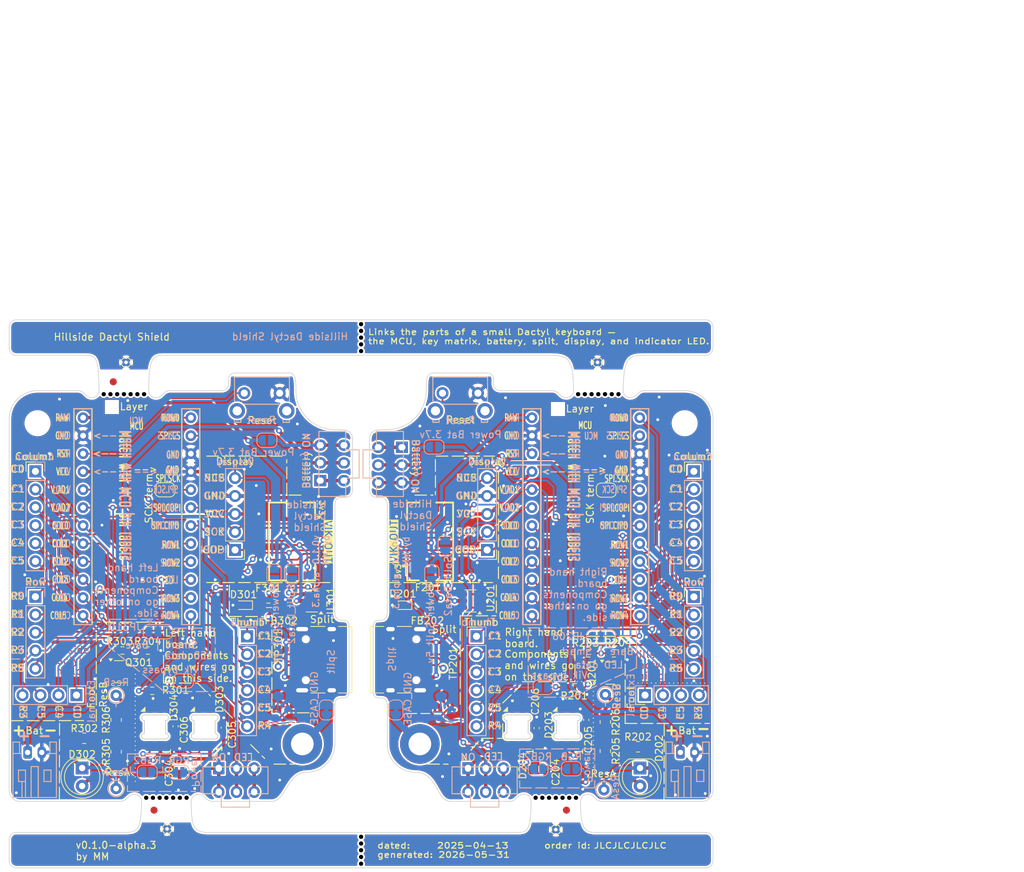
<source format=kicad_pcb>
(kicad_pcb (version 20241229) (generator "pcbnew") (generator_version "9.0")
  (title_block (title "Hillside Dactyl Shield") (date "2025-04-13") (rev "0.1.0-alpha.3") (comment 4 "Shield for Dactyl split keyboards"))
  (layers (0 "F.Cu" signal) (4 "In1.Cu" power) (6 "In2.Cu" power) (2 "B.Cu" signal) (13 "F.Paste" user) (15 "B.Paste" user) (5 "F.SilkS" user "F.Silkscreen") (7 "B.SilkS" user "B.Silkscreen") (1 "F.Mask" user) (3 "B.Mask" user) (25 "Edge.Cuts" user))
  (net 0 "")
  (net 1 "/Right/LED")
  (net 2 "/Right/GND")
  (net 3 "/Right/LED_out")
  (net 4 "/Right/col4")
  (net 5 "/Right/col1")
  (net 6 "/Right/col5")
  (net 7 "/Right/col0")
  (net 8 "/Right/col2")
  (net 9 "/Right/col3")
  (net 10 "/Right/row0")
  (net 11 "/Right/row1")
  (net 12 "/Right/row3")
  (net 13 "/Right/row2")
  (net 14 "/Right/row4")
  (net 15 "/Right/bat+")
  (net 16 "/Left/SPLIT-")
  (net 17 "/Right/RAW")
  (net 18 "/Right/VCC")
  (net 19 "/Right/SPI0.SCK{slash}SDA")
  (net 20 "/Right/SPI0.SC")
  (net 21 "/Right/SPI0.COPI{slash}SCL")
  (net 22 "/Right/SPI0.CIPO")
  (net 23 "/Right/RST")
  (net 24 "Net-(D203-DOUT)")
  (net 25 "/Right/split_RAW")
  (net 30 "Net-(JP203-A)")
  (net 32 "Net-(D203-DIN)")
  (net 33 "/Right/RAW_BEADED")
  (net 34 "/Right/POWER_SPLIT")
  (net 35 "/Right/SPLIT-_R5")
  (net 37 "/Left/RAW")
  (net 38 "/Left/VCC")
  (net 39 "/Left/RAW_BEADED")
  (net 40 "/Left/row4")
  (net 41 "Net-(D303-DIN)")
  (net 42 "Net-(D303-DOUT)")
  (net 43 "/Left/LED_out")
  (net 44 "/Left/POWER_SPLIT")
  (net 45 "/Left/bat+")
  (net 47 "/Left/split_RAW")
  (net 51 "/Left/col1")
  (net 52 "/Left/col3")
  (net 53 "/Left/col2")
  (net 54 "/Left/col5")
  (net 55 "/Left/col4")
  (net 56 "/Left/col0")
  (net 57 "/Left/row3")
  (net 58 "/Left/row0")
  (net 59 "/Left/row1")
  (net 60 "/Left/row2")
  (net 61 "/Left/SPI0.SC")
  (net 62 "/Left/SPI0.SCK{slash}SDA")
  (net 63 "/Left/SPI0.COPI{slash}SCL")
  (net 64 "/Left/SPI0.CIPO")
  (net 65 "Net-(JP303-A)")
  (net 66 "/Left/LED")
  (net 68 "/Left/RST")
  (net 70 "/Left/GND")
  (net 71 "/Right/POWER_BAT")
  (net 72 "/Left/POWER_BAT")
  (net 73 "/Right/CASE_SHIELD")
  (net 74 "/Left/CASE_SHIELD")
  (net 75 "/rail_UR")
  (net 76 "/rail_UL")
  (net 77 "/rail_LL")
  (net 78 "/rail_LR")
  (net 87 "/Left/SPLIT-_R5")
  (net 88 "/Left/SPLIT+_VICAD1")
  (net 89 "/Right/SPLIT-")
  (net 90 "/Right/SPLIT+_VICAD1")
  (net 91 "Net-(Q201-G)")
  (net 92 "Net-(Q301-G)")
  (net 93 "Net-(JP208-B)")
  (net 94 "Net-(JP208-A)")
  (net 95 "Net-(JP310-A)")
  (net 96 "Net-(JP310-B)")
  (net 97 "/Right/VCC_LED")
  (net 98 "/Left/VCC_LED")
  (net 99 "/Right/VCC_RGB1")
  (net 100 "/Right/VCC_RGB2")
  (net 101 "/Left/VCC_RGB1")
  (net 102 "/Left/VCC_RGB2")
  (net 103 "/Right/VCC_LED1")
  (net 104 "/Left/VCC_LED1")
  (net 105 "/Right/VCC_LED4")
  (net 106 "/Left/VCC_LED4")
  (net 107 "/Right/VCC_LED2")
  (net 108 "/Right/VCC_LED3")
  (net 109 "/Left/VCC_LED2")
  (net 110 "/Left/VCC_LED3")
  (footprint "Capacitor_SMD:C_0402_1005Metric" (layer "F.Cu") (at 164.3 122.665 -90)
    (property "Reference" "C206")
    (property "Value" "1uF")
  )
  (footprint "Inductor_SMD:L_0805_2012Metric" (layer "F.Cu") (at 149.0625 106.2 180)
    (property "Reference" "FB202")
    (property "Value" "20mΩ 100Ω@100MHz")
  )
  (footprint "Dactyl_basics:SW_Tactile_SKHL_Angled" (layer "F.Cu") (at 153.5 76.6 180)
    (property "Reference" "SW202")
    (property "Value" "Reset")
  )
  (footprint "MountingHole:MountingHole_3.2mm_M3_DIN965_Pad" (layer "F.Cu") (at 131.2 124.9)
    (property "Reference" "H302" (hide yes))
    (property "Value" "MountingHole")
  )
  (footprint "Fuse:Fuse_0805_2012Metric" (layer "F.Cu") (at 126.4 104.3)
    (property "Reference" "F301")
    (property "Value" "750mA 6V Polyfuse")
  )
  (footprint "Dactyl:PinHeader_External" (layer "F.Cu") (at 99.3 118 -90)
    (property "Reference" "J305")
    (property "Value" "Foot")
  )
  (footprint "Dactyl_basics:Fiducial_1mm_Mask2mm" (layer "F.Cu") (at 104.5 73.75)
    (property "Reference" "FID101")
    (property "Value" "Fiducial" (hide yes))
  )
  (footprint "Resistor_SMD:R_0603_1608Metric" (layer "F.Cu") (at 169.7 116.9 180)
    (property "Reference" "R201")
    (property "Value" "300")
  )
  (footprint "Dactyl:PinHeader_Rows" (layer "F.Cu") (at 186.5 104.125)
    (property "Reference" "J206")
    (property "Value" "Row")
  )
  (footprint "Resistor_SMD:R_0805_2012Metric_Pad1.20x1.40mm_HandSolder" (layer "F.Cu") (at 174 125.9 -90)
    (property "Reference" "R205")
    (property "Value" "33")
  )
  (footprint "Dactyl_basics:SolderJumper-2_P1.3mm_Bridged_RoundedPad1.0x1.5mm" (layer "F.Cu") (at 174.125 89.05 180)
    (property "Reference" "JP203")
    (property "Value" "SCK term")
  )
  (footprint "Dactyl_basics:ToolingHole_1.152mm" (layer "F.Cu") (at 113.75 134.25)
    (property "Reference" "H102" (hide yes))
    (property "Value" "Tooling Hole")
  )
  (footprint "Dactyl:art_tree" (layer "F.Cu") (at 151.75 118.684167)
    (property "Reference" "REF**" (hide yes))
    (property "Value" "art_tree" (hide yes))
  )
  (footprint "Dactyl:art_house" (layer "F.Cu") (at 150.320679 119.55)
    (property "Reference" "REF**" (hide yes))
    (property "Value" "art_house" (hide yes))
  )
  (footprint "TestPoint:TestPoint_THTPad_D1.0mm_Drill0.5mm" (layer "F.Cu") (at 172.9 71)
    (property "Reference" "TP102" (hide yes))
    (property "Value" "TestPoint_Small")
  )
  (footprint "Dactyl:SK6812-MINI-E-Dog2_1S" (layer "F.Cu") (at 117.4 122.5 90)
    (property "Reference" "D303")
    (property "Value" "SK6812-MINI-E" (hide yes))
    (fp_line (start 1.7 -1.5) (end 1.7 1.5) (stroke (width 0.12)) (layer "Edge.Cuts"))
    (fp_line (start -0.9 -1.5) (end 0.9 -1.5) (stroke (width 0.12)) (layer "Edge.Cuts"))
    (fp_line (start 0.9 1.5) (end -0.9 1.5) (stroke (width 0.12)) (layer "Edge.Cuts"))
    (fp_line (start -1.7 1.5) (end -1.7 -1.5) (stroke (width 0.12)) (layer "Edge.Cuts"))
    (fp_arc (start 0.9 -1.5) (mid 1.3 -1.9) (end 1.7 -1.5) (stroke (width 0.12)) (layer "Edge.Cuts"))
    (fp_arc (start -1.7 -1.5) (mid -1.3 -1.9) (end -0.9 -1.5) (stroke (width 0.12)) (layer "Edge.Cuts"))
    (fp_arc (start 1.7 1.5) (mid 1.3 1.9) (end 0.9 1.5) (stroke (width 0.12)) (layer "Edge.Cuts"))
    (fp_arc (start -0.9 1.5) (mid -1.3 1.9) (end -1.7 1.5) (stroke (width 0.12)) (layer "Edge.Cuts"))
  )
  (footprint "Diode_SMD:D_SOD-523" (layer "F.Cu") (at 122.9 105.3 180)
    (property "Reference" "D301")
    (property "Value" "ESD5Z5V0")
  )
  (footprint "Dactyl:PinHeader_Display" (layer "F.Cu") (at 157.3 97.5 180)
    (property "Reference" "J207")
    (property "Value" "Display")
  )
  (footprint "Resistor_SMD:R_0603_1608Metric" (layer "F.Cu") (at 175.2 112.1 180)
    (property "Reference" "R204")
    (property "Value" "10k" (hide yes))
  )
  (footprint "MountingHole:MountingHole_3.2mm_M3_DIN965_Pad" (layer "F.Cu") (at 147.8 124.9)
    (property "Reference" "H202" (hide yes))
    (property "Value" "MountingHole")
  )
  (footprint "Fuse:Fuse_0805_2012Metric" (layer "F.Cu") (at 148.9625 104.3)
    (property "Reference" "F201")
    (property "Value" "750mA 6V Polyfuse")
  )
  (footprint "Dactyl:art_tree" (layer "F.Cu") (at 129.0651 118.9095)
    (property "Reference" "REF**" (hide yes))
    (property "Value" "art_tree" (hide yes))
  )
  (footprint "Dactyl_basics:ToolingHole_1.152mm" (layer "F.Cu") (at 165.5 134.25)
    (property "Reference" "H103" (hide yes))
    (property "Value" "Tooling Hole")
  )
  (footprint "Package_TO_SOT_SMD:SOT-23-6" (layer "F.Cu") (at 154.95 104.7 180)
    (property "Reference" "U201")
    (property "Value" "SRV05-4")
  )
  (footprint "TestPoint:TestPoint_THTPad_D1.0mm_Drill0.5mm" (layer "F.Cu") (at 167 137)
    (property "Reference" "TP104" (hide yes))
    (property "Value" "TestPoint_Small")
  )
  (footprint "Dactyl_basics:Conn_Pin_D0.8mm" (layer "F.Cu") (at 104.9 118.0325)
    (property "Reference" "J312")
    (property "Value" "ResB")
  )
  (footprint "Capacitor_SMD:C_0805_2012Metric" (layer "F.Cu") (at 113.868083 128.1 -90)
    (property "Reference" "C304")
    (property "Value" "22uF")
  )
  (footprint "Capacitor_SMD:C_0402_1005Metric" (layer "F.Cu") (at 120.1 122.6 -90)
    (property "Reference" "C305")
    (property "Value" "1uF")
  )
  (footprint "Resistor_SMD:R_0603_1608Metric" (layer "F.Cu") (at 110 117.4)
    (property "Reference" "R301")
    (property "Value" "300")
  )
  (footprint "Resistor_SMD:R_0603_1608Metric" (layer "F.Cu") (at 109.375 111.7 180)
    (property "Reference" "R304")
    (property "Value" "10k")
  )
  (footprint "TestPoint:TestPoint_THTPad_D1.0mm_Drill0.5mm" (layer "F.Cu") (at 127.8 113.95)
    (property "Reference" "TP301")
    (property "Value" "TestPoint_Small")
  )
  (footprint "Dactyl:vik-keyboard-connector-horizontal" (layer "F.Cu") (at 130.8 96.3 -90)
    (property "Reference" "J308")
    (property "Value" "Vic")
  )
  (footprint "Dactyl:ProMicro_v2_1S" (layer "F.Cu") (at 171.2 93.3)
    (property "Reference" "U202")
    (property "Value" "Nice!Nano/2040")
  )
  (footprint "Inductor_SMD:L_0805_2012Metric" (layer "F.Cu") (at 126.5 106.2 180)
    (property "Reference" "FB302")
    (property "Value" "20mΩ 100Ω@100MHz")
  )
  (footprint "Dactyl:SW_SPDT_Battery" (layer "F.Cu") (at 135.4 85.2 90)
    (property "Reference" "SW301")
    (property "Value" "Battery")
  )
  (footprint "Resistor_SMD:R_0805_2012Metric_Pad1.20x1.40mm_HandSolder" (layer "F.Cu") (at 178.6 125.3)
    (property "Reference" "R202")
    (property "Value" "33")
  )
  (footprint "Dactyl:SK6812-MINI-E-Dog2_1S" (layer "F.Cu") (at 168.6 122.5 90)
    (property "Reference" "D203")
    (property "Value" "SK6812-MINI-E" (hide yes))
    (fp_line (start 1.7 -1.5) (end 1.7 1.5) (stroke (width 0.12)) (layer "Edge.Cuts"))
    (fp_line (start -0.9 -1.5) (end 0.9 -1.5) (stroke (width 0.12)) (layer "Edge.Cuts"))
    (fp_line (start 0.9 1.5) (end -0.9 1.5) (stroke (width 0.12)) (layer "Edge.Cuts"))
    (fp_line (start -1.7 1.5) (end -1.7 -1.5) (stroke (width 0.12)) (layer "Edge.Cuts"))
    (fp_arc (start 0.9 -1.5) (mid 1.3 -1.9) (end 1.7 -1.5) (stroke (width 0.12)) (layer "Edge.Cuts"))
    (fp_arc (start -1.7 -1.5) (mid -1.3 -1.9) (end -0.9 -1.5) (stroke (width 0.12)) (layer "Edge.Cuts"))
    (fp_arc (start 1.7 1.5) (mid 1.3 1.9) (end 0.9 1.5) (stroke (width 0.12)) (layer "Edge.Cuts"))
    (fp_arc (start -0.9 1.5) (mid -1.3 1.9) (end -1.7 1.5) (stroke (width 0.12)) (layer "Edge.Cuts"))
  )
  (footprint "Capacitor_SMD:C_0402_1005Metric" (layer "F.Cu") (at 171.3 121.5 -90)
    (property "Reference" "C205")
    (property "Value" "1uF")
  )
  (footprint "Dactyl_basics:Mouse_Bites_5mm" (layer "F.Cu") (at 139.5 139.91064 90)
    (property "Reference" "REF**" (hide yes))
    (property "Value" "Mouse_Bites_5mm" (hide yes))
  )
  (footprint "Dactyl_basics:MountingHole_3.2mm_M3_DIN965" (layer "F.Cu") (at 93.8 79.6)
    (property "Reference" "H301")
    (property "Value" "MountingHole" (hide yes))
  )
  (footprint "Resistor_SMD:R_0805_2012Metric_Pad1.20x1.40mm_HandSolder" (layer "F.Cu") (at 104.9 121.5 -90)
    (property "Reference" "R306")
    (property "Value" "33")
  )
  (footprint "Dactyl:SW_SPDT_JS202011AQN_wider" (layer "F.Cu") (at 157.1 130)
    (property "Reference" "SW203")
    (property "Value" "LED" (hide yes))
  )
  (footprint "Dactyl:JST_PH_S2B-PH-K_1x02_P2.00mm_Horizontal" (layer "F.Cu") (at 184.6 126.1)
    (property "Reference" "J201")
    (property "Value" "JST" (hide yes))
  )
  (footprint "Dactyl:art_water_small" (layer "F.Cu") (at 152.725779 121.65)
    (property "Reference" "REF**" (hide yes))
    (property "Value" "art_water_small" (hide yes))
  )
  (footprint "Capacitor_SMD:C_0805_2012Metric" (layer "F.Cu") (at 165.5 127.5 -90)
    (property "Reference" "C204")
    (property "Value" "22uF")
  )
  (footprint "Dactyl:art_hill_small" (layer "F.Cu") (at 150.95 120.784167 180)
    (property "Reference" "REF**" (hide yes))
    (property "Value" "art_hill_small" (hide yes))
  )
  (footprint "Capacitor_SMD:C_0402_1005Metric" (layer "F.Cu") (at 113.3 122.4 -90)
    (property "Reference" "C306")
    (property "Value" "1uF")
  )
  (footprint "Dactyl:PinHeader_Display" (layer "F.Cu") (at 121.7 97.5 180)
    (property "Reference" "J307")
    (property "Value" "Display")
  )
  (footprint "Dactyl_basics:Mouse_Bites" (layer "F.Cu") (at 167 132.5 180)
    (property "Reference" "REF**" (hide yes))
    (property "Value" "Mouse_Bites" (hide yes))
  )
  (footprint "Dactyl_basics:Conn_Pin_D0.8mm" (layer "F.Cu") (at 173.8 131.3675 180)
    (property "Reference" "J209")
    (property "Value" "ResA")
  )
  (footprint "Dactyl:SW_SPDT_JS202011AQN_wider" (layer "F.Cu") (at 121.9 130)
    (property "Reference" "SW303")
    (property "Value" "LED" (hide yes))
  )
  (footprint "Dactyl_basics:Conn_Pin_D0.8mm" (layer "F.Cu") (at 104.9 131.2 180)
    (property "Reference" "J309")
    (property "Value" "ResA")
  )
  (footprint "Package_TO_SOT_SMD:SOT-23-6" (layer "F.Cu") (at 132.54544 104.7 180)
    (property "Reference" "U301")
    (property "Value" "SRV05-4")
  )
  (footprint "Dactyl_basics:Fiducial_1mm_Mask2mm" (layer "F.Cu") (at 168.5 134.25)
    (property "Reference" "FID103")
    (property "Value" "Fiducial" (hide yes))
  )
  (footprint "LED_THT:LED_D5.0mm" (layer "F.Cu") (at 100.1 128.3 -90)
    (property "Reference" "D302")
    (property "Value" "LED_Red")
  )
  (footprint "Dactyl:SW_SPDT_Battery" (layer "F.Cu") (at 143.6 85.5 -90)
    (property "Reference" "SW201")
    (property "Value" "Battery")
  )
  (footprint "Dactyl:ProMicro_v2_1S" (layer "F.Cu") (at 107.8 93.3)
    (property "Reference" "U302")
    (property "Value" "Nice!Nano/2040")
  )
  (footprint "Dactyl:art_hill_small" (layer "F.Cu") (at 128.5651 120.6095)
    (property "Reference" "REF**" (hide yes))
    (property "Value" "art_hill_small" (hide yes))
  )
  (footprint "Dactyl:PinHeader_Rows" (layer "F.Cu") (at 93.5 104.1)
    (property "Reference" "J306")
    (property "Value" "Row")
  )
  (footprint "Resistor_SMD:R_0603_1608Metric" (layer "F.Cu") (at 105.8 111.7 180)
    (property "Reference" "R303")
    (property "Value" "300")
  )
  (footprint "Dactyl_basics:USB_C_Receptacle_HRO_TYPE-C-31-M-12" (layer "F.Cu") (at 134.3 113 90)
    (property "Reference" "J302")
    (property "Value" "Split")
  )
  (footprint "Dactyl_basics:USB_C_Receptacle_HRO_TYPE-C-31-M-12" (layer "F.Cu") (at 144.7 113 -90)
    (property "Reference" "J202")
    (property "Value" "Split")
  )
  (footprint "Dactyl:PinHeader_External" (layer "F.Cu") (at 179.6 118 90)
    (property "Reference" "J205")
    (property "Value" "Foot")
  )
  (footprint "Diode_SMD:D_SOD-523" (layer "F.Cu") (at 145.408132 105.3 180)
    (property "Reference" "D201")
    (property "Value" "ESD5Z5V0")
  )
  (footprint "TestPoint:TestPoint_THTPad_D1.0mm_Drill0.5mm" (layer "F.Cu") (at 106.3 71)
    (property "Reference" "TP101" (hide yes))
    (property "Value" "TestPoint_Small")
  )
  (footprint "Dactyl:art_water_small" (layer "F.Cu") (at 128.9818 121.9492)
    (property "Reference" "REF**" (hide yes))
    (property "Value" "art_water_small" (hide yes))
  )
  (footprint "TestPoint:TestPoint_THTPad_D1.0mm_Drill0.5mm" (layer "F.Cu") (at 112.1 136.9)
    (property "Reference" "TP103" (hide yes))
    (property "Value" "TestPoint_Small")
  )
  (footprint "Dactyl:PinHeader_Columns" (layer "F.Cu") (at 186.5 86.4)
    (property "Reference" "J203")
    (property "Value" "Column")
  )
  (footprint "TestPoint:TestPoint_THTPad_D1.0mm_Drill0.5mm" (layer "F.Cu") (at 151.1 114.2)
    (property "Reference" "TP201")
    (property "Value" "TestPoint_Small")
  )
  (footprint "Dactyl_basics:art_inner_layer_detector" (layer "F.Cu") (at 104.3 77.3 90)
    (property "Reference" "REF**" (hide yes))
    (property "Value" "Layer")
  )
  (footprint "Dactyl_basics:Fiducial_1mm_Mask2mm" (layer "F.Cu") (at 110.25 134.25)
    (property "Reference" "FID102")
    (property "Value" "Fiducial" (hide yes))
  )
  (footprint "Dactyl_basics:SW_Tactile_SKHL_Angled" (layer "F.Cu") (at 125.5 76.6 180)
    (property "Reference" "SW302")
    (property "Value" "Reset")
  )
  (footprint "Dactyl:PinHeader_Columns" (layer "F.Cu") (at 93.5 86.4)
    (property "Reference" "J303")
    (property "Value" "Column")
  )
  (footprint "Dactyl_basics:Mouse_Bites_5mm" (layer "F.Cu") (at 139.5 67.51064 90)
    (property "Reference" "REF**" (hide yes))
    (property "Value" "Mouse_Bites_5mm" (hide yes))
  )
  (footprint "Dactyl:art_name" (layer "F.Cu") (at 98.15 113.2)
    (property "Reference" "REF**" (hide yes))
    (property "Value" "art_name" (hide yes))
  )
  (footprint "Dactyl_basics:Mouse_Bites" (layer "F.Cu") (at 112 132.5 180)
    (property "Reference" "REF**" (hide yes))
    (property "Value" "Mouse_Bites" (hide yes))
  )
  (footprint "Resistor_SMD:R_0805_2012Metric_Pad1.20x1.40mm_HandSolder" (layer "F.Cu") (at 104.9 126 -90)
    (property "Reference" "R305")
    (property "Value" "33")
  )
  (footprint "Dactyl_basics:SolderJumper-2_P1.3mm_Bridged_RoundedPad1.0x1.5mm" (layer "F.Cu") (at 111.8 89 180)
    (property "Reference" "JP303")
    (property "Value" "SCK term")
  )
  (footprint "Dactyl:SK6812-MINI-E-Dog2_1S" (layer "F.Cu") (at 110.4 122.5 90)
    (property "Reference" "D304")
    (property "Value" "SK6812-MINI-E" (hide yes))
    (fp_line (start 1.7 -1.5) (end 1.7 1.5) (stroke (width 0.12)) (layer "Edge.Cuts"))
    (fp_line (start -0.9 -1.5) (end 0.9 -1.5) (stroke (width 0.12)) (layer "Edge.Cuts"))
    (fp_line (start 0.9 1.5) (end -0.9 1.5) (stroke (width 0.12)) (layer "Edge.Cuts"))
    (fp_line (start -1.7 1.5) (end -1.7 -1.5) (stroke (width 0.12)) (layer "Edge.Cuts"))
    (fp_arc (start 0.9 -1.5) (mid 1.3 -1.9) (end 1.7 -1.5) (stroke (width 0.12)) (layer "Edge.Cuts"))
    (fp_arc (start -1.7 -1.5) (mid -1.3 -1.9) (end -0.9 -1.5) (stroke (width 0.12)) (layer "Edge.Cuts"))
    (fp_arc (start 1.7 1.5) (mid 1.3 1.9) (end 0.9 1.5) (stroke (width 0.12)) (layer "Edge.Cuts"))
    (fp_arc (start -0.9 1.5) (mid -1.3 1.9) (end -1.7 1.5) (stroke (width 0.12)) (layer "Edge.Cuts"))
  )
  (footprint "Dactyl:art_house" (layer "F.Cu") (at 127.5969 119.7587)
    (property "Reference" "REF**" (hide yes))
    (property "Value" "art_house" (hide yes))
  )
  (footprint "Dactyl_basics:ToolingHole_1.152mm" (layer "F.Cu") (at 107.75 73.75)
    (property "Reference" "H101" (hide yes))
    (property "Value" "Tooling Hole")
  )
  (footprint "Dactyl:art_name" (layer "F.Cu") (at 180.35 113.85)
    (property "Reference" "REF**" (hide yes))
    (property "Value" "art_name" (hide yes))
  )
  (footprint "Dactyl_basics:MountingHole_3.2mm_M3_DIN965" (layer "F.Cu") (at 185.2 79.6)
    (property "Reference" "H201")
    (property "Value" "MountingHole" (hide yes))
  )
  (footprint "Dactyl_basics:Mouse_Bites" (layer "F.Cu") (at 106 75.5)
    (property "Reference" "REF**" (hide yes))
    (property "Value" "Mouse_Bites" (hide yes))
  )
  (footprint "Dactyl:PinHeader_Thumbs" (layer "F.Cu") (at 155.8 109.7)
    (property "Reference" "J204")
    (property "Value" "Thumb")
  )
  (footprint "Package_TO_SOT_SMD:SOT-23" (layer "F.Cu") (at 105.3 114.7)
    (property "Reference" "Q301")
    (property "Value" "AO3400A")
  )
  (footprint "Dactyl:PinHeader_Thumbs" (layer "F.Cu") (at 123.4 109.7)
    (property "Reference" "J304")
    (property "Value" "Thumb")
  )
  (footprint "Dactyl_basics:art_inner_layer_detector" (layer "F.Cu") (at 167.3 77.6 90)
    (property "Reference" "REF**" (hide yes))
    (property "Value" "Layer")
  )
  (footprint "Resistor_SMD:R_0805_2012Metric_Pad1.20x1.40mm_HandSolder" (layer "F.Cu") (at 100.4 124.1 180)
    (property "Reference" "R302")
    (property "Value" "33")
  )
  (footprint "Dactyl_basics:Conn_Pin_D0.8mm" (layer "F.Cu") (at 174 117.9325)
    (property "Reference" "J212")
    (property "Value" "ResB")
  )
  (footprint "Dactyl_basics:Mouse_Bites" (layer "F.Cu") (at 173 75.5)
    (property "Reference" "REF**" (hide yes))
    (property "Value" "Mouse_Bites" (hide yes))
  )
  (footprint "LED_THT:LED_D5.0mm" (layer "F.Cu") (at 178.9 128.3 -90)
    (property "Reference" "D202")
    (property "Value" "LED_Red")
  )
  (footprint "Resistor_SMD:R_0603_1608Metric" (layer "F.Cu") (at 171.6 112.1 180)
    (property "Reference" "R203")
    (property "Value" "300")
  )
  (footprint "Package_TO_SOT_SMD:SOT-23" (layer "F.Cu") (at 174.7 114.9)
    (property "Reference" "Q201")
    (property "Value" "AO3400A")
  )
  (footprint "Dactyl:SK6812-MINI-E-Dog2_1S" (layer "F.Cu") (at 161.6 122.5 90)
    (property "Reference" "D204")
    (property "Value" "SK6812-MINI-E" (hide yes))
    (fp_line (start 1.7 -1.5) (end 1.7 1.5) (stroke (width 0.12)) (layer "Edge.Cuts"))
    (fp_line (start -0.9 -1.5) (end 0.9 -1.5) (stroke (width 0.12)) (layer "Edge.Cuts"))
    (fp_line (start 0.9 1.5) (end -0.9 1.5) (stroke (width 0.12)) (layer "Edge.Cuts"))
    (fp_line (start -1.7 1.5) (end -1.7 -1.5) (stroke (width 0.12)) (layer "Edge.Cuts"))
    (fp_arc (start 0.9 -1.5) (mid 1.3 -1.9) (end 1.7 -1.5) (stroke (width 0.12)) (layer "Edge.Cuts"))
    (fp_arc (start -1.7 -1.5) (mid -1.3 -1.9) (end -0.9 -1.5) (stroke (width 0.12)) (layer "Edge.Cuts"))
    (fp_arc (start 1.7 1.5) (mid 1.3 1.9) (end 0.9 1.5) (stroke (width 0.12)) (layer "Edge.Cuts"))
    (fp_arc (start -0.9 1.5) (mid -1.3 1.9) (end -1.7 1.5) (stroke (width 0.12)) (layer "Edge.Cuts"))
  )
  (footprint "Resistor_SMD:R_0805_2012Metric_Pad1.20x1.40mm_HandSolder" (layer "F.Cu") (at 174 121.8 -90)
    (property "Reference" "R206")
    (property "Value" "33")
  )
  (footprint "Dactyl:vik-keyboard-connector-horizontal" (layer "F.Cu") (at 148.2 96.3 90)
    (property "Reference" "J208")
    (property "Value" "Vic")
  )
  (footprint "Dactyl:JST_PH_S2B-PH-K_1x02_P2.00mm_Horizontal" (layer "F.Cu") (at 92.4 126.1)
    (property "Reference" "J301")
    (property "Value" "JST" (hide yes))
  )
  (footprint "Dactyl_basics:SolderJumper-2_P1.3mm_Bridged_RoundedPad1.0x1.5mm" (layer "B.Cu") (at 134.6 120.1 -90)
    (property "Reference" "JP307")
    (property "Value" "GND_CASE")
  )
  (footprint "Dactyl:art_house" (layer "B.Cu") (at 152.2818 119.8984 180)
    (property "Reference" "REF**" (hide yes))
    (property "Value" "art_house" (hide yes))
  )
  (footprint "Dactyl:art_hill_small" (layer "B.Cu") (at 151.25 120.7476 180)
    (property "Reference" "REF**" (hide yes))
    (property "Value" "art_hill_small" (hide yes))
  )
  (footprint "Dactyl:art_tree" (layer "B.Cu") (at 150.75 119.0476 180)
    (property "Reference" "REF**" (hide yes))
    (property "Value" "art_tree" (hide yes))
  )
  (footprint "Dactyl_basics:SolderJumper-2_P1.3mm_Bridged_RoundedPad1.0x1.5mm" (layer "B.Cu") (at 144.4 120.1 -90)
    (property "Reference" "JP207")
    (property "Value" "GND_CASE")
  )
  (footprint "Jumper:SolderJumper-3_P1.3mm_Open_RoundedPad1.0x1.5mm" (layer "B.Cu") (at 173.4 109.8 180)
    (property "Reference" "JP208")
    (property "Value" "LED_DATA")
  )
  (footprint "Dactyl_basics:SolderJumper-2_P1.3mm_Open_RoundedPad1.0x1.5mm" (layer "B.Cu") (at 129.7 100.9 90)
    (property "Reference" "JP306")
    (property "Value" "Split_Data2")
  )
  (footprint "Dactyl:art_tree" (layer "B.Cu") (at 127.7318 119.033367 180)
    (property "Reference" "REF**" (hide yes))
    (property "Value" "art_tree" (hide yes))
  )
  (footprint "Dactyl_basics:SolderJumper-2_P1.3mm_Open_RoundedPad1.0x1.5mm" (layer "B.Cu") (at 165.2 116.9 180)
    (property "Reference" "JP204")
    (property "Value" "Vik bypass")
  )
  (footprint "Dactyl_basics:SolderJumper-2_P1.3mm_Open_RoundedPad1.0x1.5mm" (layer "B.Cu") (at 113.8 128.9 180)
    (property "Reference" "JP309")
    (property "Value" "RGB")
  )
  (footprint "Dactyl_basics:SolderJumper-2_P1.3mm_Open_RoundedPad1.0x1.5mm" (layer "B.Cu") (at 114.4 116)
    (property "Reference" "JP304")
    (property "Value" "Vik bypass")
  )
  (footprint "Dactyl:art_house" (layer "B.Cu") (at 129.2636 119.85 180)
    (property "Reference" "REF**" (hide yes))
    (property "Value" "art_house" (hide yes))
  )
  (footprint "Dactyl_basics:SolderJumper-2_P1.3mm_Open_RoundedPad1.0x1.5mm" (layer "B.Cu") (at 151.4 96.9 90)
    (property "Reference" "JP206")
    (property "Value" "Split_Data2")
  )
  (footprint "Dactyl:art_water_small" (layer "B.Cu") (at 150.5 122.05 180)
    (property "Reference" "REF**" (hide yes))
    (property "Value" "art_water_small" (hide yes))
  )
  (footprint "Dactyl_basics:SolderJumper-2_P1.3mm_Open_RoundedPad1.0x1.5mm" (layer "B.Cu") (at 127.2 100.9 90)
    (property "Reference" "JP302")
    (property "Value" "Power Split 5v")
  )
  (footprint "Dactyl_basics:SolderJumper-2_P1.3mm_Open_RoundedPad1.0x1.5mm" (layer "B.Cu") (at 164.5 128.4 180)
    (property "Reference" "JP205")
    (property "Value" "RGB2")
  )
  (footprint "Dactyl_basics:SolderJumper-2_P1.3mm_Open_RoundedPad1.0x1.5mm" (layer "B.Cu") (at 126.2 82 180)
    (property "Reference" "JP301")
    (property "Value" "Power Bat 3.7v")
  )
  (footprint "Dactyl_basics:SolderJumper-2_P1.3mm_Open_RoundedPad1.0x1.5mm" (layer "B.Cu") (at 169.2 128.4 180)
    (property "Reference" "JP209")
    (property "Value" "RGB")
  )
  (footprint "Jumper:SolderJumper-3_P1.3mm_Open_RoundedPad1.0x1.5mm" (layer "B.Cu") (at 110.8 109.0425)
    (property "Reference" "JP310")
    (property "Value" "LED_DATA")
  )
  (footprint "Dactyl_basics:SolderJumper-2_P1.3mm_Open_RoundedPad1.0x1.5mm" (layer "B.Cu") (at 149.8 82.95)
    (property "Reference" "JP201")
    (property "Value" "Power Bat 3.7v")
  )
  (footprint "Dactyl_basics:SolderJumper-2_P1.3mm_Open_RoundedPad1.0x1.5mm" (layer "B.Cu") (at 109.3 128.9 180)
    (property "Reference" "JP305")
    (property "Value" "RGB2")
  )
  (footprint "Dactyl:art_hill_small" (layer "B.Cu") (at 128.2349 120.7095 180)
    (property "Reference" "REF**" (hide yes))
    (property "Value" "art_hill_small" (hide yes))
  )
  (footprint "Dactyl_basics:SolderJumper-2_P1.3mm_Open_RoundedPad1.0x1.5mm" (layer "B.Cu") (at 149.5 101 90)
    (property "Reference" "JP202")
    (property "Value" "Power Split 5v")
  )
  (footprint "Dactyl:art_water_small" (layer "B.Cu") (at 126.9 122 180)
    (property "Reference" "REF**" (hide yes))
    (property "Value" "art_water_small" (hide yes))
  )
  (gr_line (start 145.7 120.6) (end 149.2 120.6) (stroke (width 0.15) (type dash)) (layer "F.SilkS"))
  (gr_line (start 117.7 102.1) (end 135.7 102.1) (stroke (width 0.15) (type dash)) (layer "F.SilkS"))
  (gr_line (start 123.9 125) (end 125.875 126.95) (stroke (width 0.15) (type dash)) (layer "F.SilkS"))
  (gr_line (start 159.5125 119.1) (end 161.9 116.8) (stroke (width 0.15) (type dash)) (layer "F.SilkS"))
  (gr_line (start 182.315 122.1) (end 182.285 132.775) (stroke (width 0.15) (type dash)) (layer "F.SilkS"))
  (gr_line (start 150 84.75) (end 150 89.7) (stroke (width 0.15) (type dash)) (layer "F.SilkS"))
  (gr_line (start 116.4 116.3) (end 118.2375 118.125) (stroke (width 0.15) (type dash)) (layer "F.SilkS"))
  (gr_line (start 156.5 124.1) (end 159.4 124.1) (stroke (width 0.15) (type dash)) (layer "F.SilkS"))
  (gr_line (start 96.915 122) (end 96.885 132.675) (stroke (width 0.15) (type dash)) (layer "F.SilkS"))
  (gr_line (start 107.6 130.2) (end 107.6 114.8) (stroke (width 0.15) (type dot)) (layer "F.SilkS"))
  (gr_line (start 111.6 116.3) (end 116.4 116.3) (stroke (width 0.15) (type dash)) (layer "F.SilkS"))
  (gr_line (start 177.65 109.7) (end 169.4 109.7) (stroke (width 0.15) (type dash)) (layer "F.SilkS"))
  (gr_line (start 120.95 106.9) (end 125.65 106.9) (stroke (width 0.15) (type dash)) (layer "F.SilkS"))
  (gr_line (start 111.6 116.3) (end 111.6 109) (stroke (width 0.15) (type dash)) (layer "F.SilkS"))
  (gr_line (start 102.1 121.675) (end 102.1 109.3) (stroke (width 0.15) (type dash)) (layer "F.SilkS"))
  (gr_line (start 129.35 89.75) (end 131.1 89.75) (stroke (width 0.15) (type dash)) (layer "F.SilkS"))
  (gr_line (start 111.6 107.7) (end 102.2125 107.7) (stroke (width 0.15) (type dash)) (layer "F.SilkS"))
  (gr_line (start 150.1 84.25) (end 158.3375 84.25) (stroke (width 0.15) (type dash)) (layer "F.SilkS"))
  (gr_line (start 159.5 123.7) (end 159.5 120.8) (stroke (width 0.15) (type dash)) (layer "F.SilkS"))
  (gr_line (start 155 125.8) (end 156.3 124.3) (stroke (width 0.15) (type dash)) (layer "F.SilkS"))
  (gr_line (start 162.3 116.1) (end 169.7 116.1) (stroke (width 0.15) (type dash)) (layer "F.SilkS"))
  (gr_line (start 158.9 86.4) (end 158.9 101.6) (stroke (width 0.15) (type dash)) (layer "F.SilkS"))
  (gr_line (start 169.7 111.44375) (end 169.7 116.1) (stroke (width 0.15) (type dash)) (layer "F.SilkS"))
  (gr_line (start 171.3 116.1) (end 169.7 116.1) (stroke (width 0.15) (type dot)) (layer "F.SilkS"))
  (gr_line (start 143.3 102.1) (end 158.06875 102.1) (stroke (width 0.15) (type dash)) (layer "F.SilkS"))
  (gr_line (start 147.1 89.75) (end 149.65 89.75) (stroke (width 0.15) (type dash)) (layer "F.SilkS"))
  (gr_line (start 172.3 128.2) (end 172.3 117.1) (stroke (width 0.15) (type dot)) (layer "F.SilkS"))
  (gr_line (start 176.8 122) (end 188.7 122) (stroke (width 0.15) (type dash)) (layer "F.SilkS"))
  (gr_line (start 130.5 120.5) (end 132.3 120.5) (stroke (width 0.15) (type dash)) (layer "F.SilkS"))
  (gr_line (start 127.2 127.75) (end 130.1 127.75) (stroke (width 0.15) (type dash)) (layer "F.SilkS"))
  (gr_line (start 90.1025 121.615) (end 100.2975 121.6) (stroke (width 0.15) (type dash)) (layer "F.SilkS"))
  (gr_line (start 176.8 122) (end 176.8 111.3) (stroke (width 0.15) (type dash)) (layer "F.SilkS"))
  (gr_line (start 120.175 120.05) (end 121.825 121.75) (stroke (width 0.15) (type dash)) (layer "F.SilkS"))
  (gr_line (start 148.9 127.75) (end 151.8 127.75) (stroke (width 0.15) (type dash)) (layer "F.SilkS"))
  (gr_line (start 158.6 102.45) (end 158.6 106.75) (stroke (width 0.15) (type dash)) (layer "F.SilkS"))
  (gr_line (start 153.5 119.3) (end 153.491868 106.8) (stroke (width 0.15) (type dash)) (layer "F.SilkS"))
  (gr_line (start 153.491868 106.8) (end 158.541868 106.8) (stroke (width 0.15) (type dash)) (layer "F.SilkS"))
  (gr_line (start 117.7 84.25) (end 128.9 84.25) (stroke (width 0.15) (type dash)) (layer "F.SilkS"))
  (gr_line (start 126.9 108.8) (end 126.9 120.6) (stroke (width 0.15) (type dash)) (layer "F.SilkS"))
  (gr_line (start 120.9 106.4) (end 120.9 102.1) (stroke (width 0.15) (type dash)) (layer "F.SilkS"))
  (gr_line (start 129 89.7) (end 129 84.75) (stroke (width 0.15) (type dash)) (layer "F.SilkS"))
  (gr_line (start 178.6 116.3) (end 188.5 116.3) (stroke (width 0.15) (type dot)) (layer "F.SilkS"))
  (gr_line (start 111.5 128.1) (end 111.5 128.9) (stroke (width 0.15)) (layer "B.SilkS"))
  (gr_line (start 115.4 128.9) (end 115.4625 128.9) (stroke (width 0.15)) (layer "B.SilkS"))
  (gr_line (start 163.1 118.3) (end 169.6 118.3) (stroke (width 0.15) (type dash)) (layer "B.SilkS"))
  (gr_line (start 106.9 128.1) (end 106.9 128.9) (stroke (width 0.15)) (layer "B.SilkS"))
  (gr_line (start 162.3 127.6) (end 162.3 128.4) (stroke (width 0.15)) (layer "B.SilkS"))
  (gr_line (start 118.9 117.5) (end 118.9 108.55) (stroke (width 0.15) (type dash)) (layer "B.SilkS"))
  (gr_line (start 172.5 125.575) (end 172.5 131.1) (stroke (width 0.15) (type dash)) (layer "B.SilkS"))
  (gr_line (start 111.7 117.5) (end 103.9 111.2) (stroke (width 0.15) (type dash)) (layer "B.SilkS"))
  (gr_line (start 161.9 125.625) (end 161.9 131.1) (stroke (width 0.15) (type dash)) (layer "B.SilkS"))
  (gr_line (start 106.5 131.6) (end 116.1 131.6) (stroke (width 0.15) (type dash)) (layer "B.SilkS"))
  (gr_line (start 161.9 131.1) (end 172.5 131.1) (stroke (width 0.15) (type dash)) (layer "B.SilkS"))
  (gr_line (start 166.9 127.6) (end 166.9 128.4) (stroke (width 0.15)) (layer "B.SilkS"))
  (gr_line (start 163.1 108.5) (end 178 108.5) (stroke (width 0.15) (type dash)) (layer "B.SilkS"))
  (gr_line (start 113.175 108.55) (end 118.9 108.55) (stroke (width 0.15) (type dash)) (layer "B.SilkS"))
  (gr_line (start 106.5 126.3) (end 106.5 131.6) (stroke (width 0.15) (type dash)) (layer "B.SilkS"))
  (gr_line (start 103.9 107.3) (end 110.9 107.3) (stroke (width 0.15) (type dash)) (layer "B.SilkS"))
  (gr_line (start 170.8375 128.4) (end 170.9 128.4) (stroke (width 0.15)) (layer "B.SilkS"))
  (gr_line (start 106.9 128.9) (end 107.5 128.9) (stroke (width 0.15)) (layer "B.SilkS"))
  (gr_line (start 163.1 117.75) (end 163.1 109.25) (stroke (width 0.15) (type dash)) (layer "B.SilkS"))
  (gr_line (start 116.9 126.3) (end 116.9 131.6) (stroke (width 0.15) (type dash)) (layer "B.SilkS"))
  (gr_line (start 161.9 125.625) (end 172.5 125.575) (stroke (width 0.15) (type dash)) (layer "B.SilkS"))
  (gr_line (start 169.2 118.3) (end 178.4 114.15) (stroke (width 0.15) (type dash)) (layer "B.SilkS"))
  (gr_line (start 178.4 114.15) (end 178.4 108.65) (stroke (width 0.15) (type dash)) (layer "B.SilkS"))
  (gr_line (start 162.3 128.4) (end 162.9 128.4) (stroke (width 0.15)) (layer "B.SilkS"))
  (gr_line (start 106.5 126.3) (end 116.7 126.3) (stroke (width 0.15) (type dash)) (layer "B.SilkS"))
  (gr_line (start 111.7 117.5) (end 118.9 117.5) (stroke (width 0.15) (type dash)) (layer "B.SilkS"))
  (gr_line (start 166.2 128.4) (end 167.6 128.4) (stroke (width 0.15)) (layer "B.SilkS"))
  (gr_line (start 110.9 128.9) (end 112.225 128.9) (stroke (width 0.15)) (layer "B.SilkS"))
  (gr_line (start 103.9 111.2) (end 103.9 107.3) (stroke (width 0.15) (type dash)) (layer "B.SilkS"))
  (gr_line (start 143.2 91.2) (end 143.2 106.4) (stroke (width 0.1)) (layer "Edge.Cuts"))
  (gr_line (start 89.8 79) (end 89.8 131.5) (stroke (width 0.1)) (layer "Edge.Cuts"))
  (gr_line (start 90.8 142.4) (end 188.2 142.4) (stroke (width 0.1)) (layer "Edge.Cuts"))
  (gr_arc (start 135.8 80.5) (mid 131.910913 78.889087) (end 130.3 75) (stroke (width 0.1)) (layer "Edge.Cuts"))
  (gr_line (start 90.8 70) (end 100.2 70) (stroke (width 0.1)) (layer "Edge.Cuts"))
  (gr_line (start 179.8 70) (end 188.2 70) (stroke (width 0.1)) (layer "Edge.Cuts"))
  (gr_curve (pts (xy 141.2 108.4) (xy 141.2 106.480313) (xy 143 108.40742) (xy 143.2 106.4)) (stroke (width 0.1)) (layer "Edge.Cuts"))
  (gr_curve (pts (xy 162.5 132) (xy 161.5 132) (xy 161.5 133) (xy 160.5 133)) (stroke (width 0.1)) (layer "Edge.Cuts"))
  (gr_curve (pts (xy 130.3 75) (xy 130.3 73.6) (xy 130.3 72.5) (xy 129.3 72.5)) (stroke (width 0.1)) (layer "Edge.Cuts"))
  (gr_line (start 160.5 133) (end 152.2 133) (stroke (width 0.1)) (layer "Edge.Cuts"))
  (gr_curve (pts (xy 163.5 133) (xy 163.5 136.91064) (xy 163.1 137.41064) (xy 161.6 137.4)) (stroke (width 0.1)) (layer "Edge.Cuts"))
  (gr_curve (pts (xy 115.5 133) (xy 115.5 137.31064) (xy 116.1 137.41064) (xy 118.5 137.4)) (stroke (width 0.1)) (layer "Edge.Cuts"))
  (gr_line (start 135.8 106.4) (end 135.8 91.2) (stroke (width 0.1)) (layer "Edge.Cuts"))
  (gr_arc (start 147.2 128.9) (mid 144.371573 127.728427) (end 143.2 124.9) (stroke (width 0.1)) (layer "Edge.Cuts"))
  (gr_curve (pts (xy 99.5 75) (xy 100.5 75) (xy 100.5 76) (xy 101.5 76)) (stroke (width 0.1)) (layer "Edge.Cuts"))
  (gr_curve (pts (xy 137.8 108.4) (xy 137.8 106.472893) (xy 136 108.4) (xy 135.8 106.4)) (stroke (width 0.1)) (layer "Edge.Cuts"))
  (gr_line (start 111.7 70) (end 165.8 70) (stroke (width 0.1)) (layer "Edge.Cuts"))
  (gr_line (start 140.7 82) (end 140.7 88.9) (stroke (width 0.1)) (layer "Edge.Cuts"))
  (gr_line (start 149.7 72.5) (end 157.2 72.5) (stroke (width 0.1)) (layer "Edge.Cuts"))
  (gr_curve (pts (xy 171.5 132) (xy 172.5 132) (xy 172.5 133) (xy 173.5 133)) (stroke (width 0.1)) (layer "Edge.Cuts"))
  (gr_line (start 189.2 138.4) (end 189.2 141.4) (stroke (width 0.1)) (layer "Edge.Cuts"))
  (gr_arc (start 89.8 66) (mid 90.092893 65.292893) (end 90.8 65) (stroke (width 0.1)) (layer "Edge.Cuts"))
  (gr_curve (pts (xy 135.8 91.2) (xy 135.8 89) (xy 138.2 91.2) (xy 138.3 88.9)) (stroke (width 0.1)) (layer "Edge.Cuts"))
  (gr_line (start 141.2 117.4) (end 141.2 108.4) (stroke (width 0.1)) (layer "Edge.Cuts"))
  (gr_line (start 189.2 131.5) (end 189.2 79) (stroke (width 0.1)) (layer "Edge.Cuts"))
  (gr_curve (pts (xy 112.5 75) (xy 111.5 75) (xy 111.5 76) (xy 110.5 76)) (stroke (width 0.1)) (layer "Edge.Cuts"))
  (gr_line (start 126.8 133) (end 118.5 133) (stroke (width 0.1)) (layer "Edge.Cuts"))
  (gr_arc (start 189.2 141.4) (mid 188.907077 142.107077) (end 188.2 142.4) (stroke (width 0.1)) (layer "Edge.Cuts"))
  (gr_line (start 159.2 75) (end 166.5 75) (stroke (width 0.1)) (layer "Edge.Cuts"))
  (gr_curve (pts (xy 169.5 75) (xy 169.5 70.11064) (xy 168.6 70) (xy 165.8 70)) (stroke (width 0.1)) (layer "Edge.Cuts"))
  (gr_curve (pts (xy 141.2 117.4) (xy 141.2 119.40742) (xy 143.1 117.40742) (xy 143.2 119.4)) (stroke (width 0.1)) (layer "Edge.Cuts"))
  (gr_line (start 172.8 137.4) (end 188.2 137.4) (stroke (width 0.1)) (layer "Edge.Cuts"))
  (gr_curve (pts (xy 152.2 133) (xy 150.1 133.1) (xy 150.35 128.9) (xy 147.2 128.9)) (stroke (width 0.1)) (layer "Edge.Cuts"))
  (gr_line (start 187.7 133) (end 173.5 133) (stroke (width 0.1)) (layer "Edge.Cuts"))
  (gr_arc (start 115.5 133) (mid 115.792893 132.292893) (end 116.5 132) (stroke (width 0.1)) (layer "Edge.Cuts"))
  (gr_line (start 135.8 119.4) (end 135.8 124.9) (stroke (width 0.1)) (layer "Edge.Cuts"))
  (gr_arc (start 91.3 133) (mid 90.23934 132.56066) (end 89.8 131.5) (stroke (width 0.1)) (layer "Edge.Cuts"))
  (gr_arc (start 89.8 79) (mid 90.971573 76.171573) (end 93.8 75) (stroke (width 0.1)) (layer "Edge.Cuts"))
  (gr_arc (start 189.2 131.5) (mid 188.76066 132.56066) (end 187.7 133) (stroke (width 0.1)) (layer "Edge.Cuts"))
  (gr_curve (pts (xy 148.7 75) (xy 148.7 73.6) (xy 148.7 72.5) (xy 149.7 72.5)) (stroke (width 0.1)) (layer "Edge.Cuts"))
  (gr_arc (start 170.5 133) (mid 170.792893 132.292893) (end 171.5 132) (stroke (width 0.1)) (layer "Edge.Cuts"))
  (gr_arc (start 188.2 65) (mid 188.907107 65.292893) (end 189.2 66) (stroke (width 0.1)) (layer "Edge.Cuts"))
  (gr_line (start 138.3 88.9) (end 138.3 82) (stroke (width 0.1)) (layer "Edge.Cuts"))
  (gr_curve (pts (xy 108.5 133) (xy 108.4 137.41064) (xy 108 137.41064) (xy 105.5 137.4)) (stroke (width 0.1)) (layer "Edge.Cuts"))
  (gr_arc (start 135.8 124.9) (mid 134.628427 127.728427) (end 131.8 128.9) (stroke (width 0.1)) (layer "Edge.Cuts"))
  (gr_line (start 118.5 137.4) (end 161.6 137.4) (stroke (width 0.1)) (layer "Edge.Cuts"))
  (gr_arc (start 169.5 75) (mid 169.207107 75.707107) (end 168.5 76) (stroke (width 0.1)) (layer "Edge.Cuts"))
  (gr_line (start 189.2 66) (end 189.2 69) (stroke (width 0.1)) (layer "Edge.Cuts"))
  (gr_arc (start 107.5 132) (mid 108.207107 132.292893) (end 108.5 133) (stroke (width 0.1)) (layer "Edge.Cuts"))
  (gr_curve (pts (xy 137.8 117.4) (xy 137.8 119.4) (xy 135.9 117.4) (xy 135.8 119.4)) (stroke (width 0.1)) (layer "Edge.Cuts"))
  (gr_curve (pts (xy 116.5 132) (xy 117.5 132) (xy 117.5 133) (xy 118.5 133)) (stroke (width 0.1)) (layer "Edge.Cuts"))
  (gr_line (start 89.8 138.4) (end 89.8 141.4) (stroke (width 0.1)) (layer "Edge.Cuts"))
  (gr_arc (start 148.7 75) (mid 147.089087 78.889087) (end 143.2 80.5) (stroke (width 0.1)) (layer "Edge.Cuts"))
  (gr_arc (start 102.5 75) (mid 102.207107 75.707107) (end 101.5 76) (stroke (width 0.1)) (layer "Edge.Cuts"))
  (gr_curve (pts (xy 126.8 133) (xy 128.9 133.1) (xy 129 128.95) (xy 131.8 128.9)) (stroke (width 0.1)) (layer "Edge.Cuts"))
  (gr_line (start 143.2 124.9) (end 143.2 119.4) (stroke (width 0.1)) (layer "Edge.Cuts"))
  (gr_line (start 112.5 75) (end 119.8 75) (stroke (width 0.1)) (layer "Edge.Cuts"))
  (gr_line (start 90.8 137.4) (end 105.5 137.4) (stroke (width 0.1)) (layer "Edge.Cuts"))
  (gr_curve (pts (xy 107.5 132) (xy 106.5 132) (xy 106.5 133) (xy 105.5 133)) (stroke (width 0.1)) (layer "Edge.Cuts"))
  (gr_arc (start 90.8 142.4) (mid 90.092893 142.107107) (end 89.8 141.4) (stroke (width 0.1)) (layer "Edge.Cuts"))
  (gr_curve (pts (xy 170.5 133) (xy 170.5 137.01064) (xy 171.1 137.41064) (xy 172.8 137.4)) (stroke (width 0.1)) (layer "Edge.Cuts"))
  (gr_curve (pts (xy 119.8 75) (xy 121.8 74.8) (xy 119.8 72.6) (xy 121.8 72.5)) (stroke (width 0.1)) (layer "Edge.Cuts"))
  (gr_arc (start 185.2 75) (mid 188.028427 76.171573) (end 189.2 79) (stroke (width 0.1)) (layer "Edge.Cuts"))
  (gr_arc (start 188.2 137.4) (mid 188.907107 137.692893) (end 189.2 138.4) (stroke (width 0.1)) (layer "Edge.Cuts"))
  (gr_line (start 121.8 72.5) (end 129.3 72.5) (stroke (width 0.1)) (layer "Edge.Cuts"))
  (gr_arc (start 189.2 69) (mid 188.907107 69.707107) (end 188.2 70) (stroke (width 0.1)) (layer "Edge.Cuts"))
  (gr_curve (pts (xy 140.7 82) (xy 140.718019 80.5) (xy 141.6 80.5) (xy 143.2 80.5)) (stroke (width 0.1)) (layer "Edge.Cuts"))
  (gr_curve (pts (xy 138.3 82) (xy 138.281981 80.5) (xy 137.4 80.5) (xy 135.8 80.5)) (stroke (width 0.1)) (layer "Edge.Cuts"))
  (gr_curve (pts (xy 179.5 75) (xy 178.5 75) (xy 178.5 76) (xy 177.5 76)) (stroke (width 0.1)) (layer "Edge.Cuts"))
  (gr_curve (pts (xy 176.5 75) (xy 176.6 70.01064) (xy 177.4 70) (xy 179.8 70)) (stroke (width 0.1)) (layer "Edge.Cuts"))
  (gr_curve (pts (xy 102.5 75) (xy 102.4 70.01064) (xy 102.1 70) (xy 100.2 70)) (stroke (width 0.1)) (layer "Edge.Cuts"))
  (gr_line (start 137.8 117.4) (end 137.8 108.4) (stroke (width 0.1)) (layer "Edge.Cuts"))
  (gr_arc (start 162.5 132) (mid 163.207107 132.292893) (end 163.5 133) (stroke (width 0.1)) (layer "Edge.Cuts"))
  (gr_arc (start 89.8 138.4) (mid 90.092893 137.692893) (end 90.8 137.4) (stroke (width 0.1)) (layer "Edge.Cuts"))
  (gr_line (start 93.8 75) (end 99.5 75) (stroke (width 0.1)) (layer "Edge.Cuts"))
  (gr_curve (pts (xy 109.5 75) (xy 109.5 70.11064) (xy 110.2 70.01064) (xy 111.7 70)) (stroke (width 0.1)) (layer "Edge.Cuts"))
  (gr_line (start 105.5 133) (end 91.3 133) (stroke (width 0.1)) (layer "Edge.Cuts"))
  (gr_curve (pts (xy 166.5 75) (xy 167.5 75) (xy 167.5 76) (xy 168.5 76)) (stroke (width 0.1)) (layer "Edge.Cuts"))
  (gr_line (start 188.2 65) (end 90.8 65) (stroke (width 0.1)) (layer "Edge.Cuts"))
  (gr_arc (start 90.8 70) (mid 90.092893 69.707107) (end 89.8 69) (stroke (width 0.1)) (layer "Edge.Cuts"))
  (gr_line (start 179.5 75) (end 185.2 75) (stroke (width 0.1)) (layer "Edge.Cuts"))
  (gr_arc (start 177.5 76) (mid 176.792893 75.707107) (end 176.5 75) (stroke (width 0.1)) (layer "Edge.Cuts"))
  (gr_line (start 89.8 66) (end 89.8 69) (stroke (width 0.1)) (layer "Edge.Cuts"))
  (gr_arc (start 110.5 76) (mid 109.792893 75.707107) (end 109.5 75) (stroke (width 0.1)) (layer "Edge.Cuts"))
  (gr_curve (pts (xy 143.2 91.2) (xy 143.2 89) (xy 140.8 91.2) (xy 140.7 88.9)) (stroke (width 0.1)) (layer "Edge.Cuts"))
  (gr_curve (pts (xy 159.2 75) (xy 157.2 74.8) (xy 159.2 72.6) (xy 157.2 72.5)) (stroke (width 0.1)) (layer "Edge.Cuts"))
  (gr_text "Links the parts of a small Dactyl keyboard —\nthe MCU, key matrix, battery, split, display, and indicator LED." (at 140.4 68.5 0) (layer "F.SilkS") (effects (font (size 0.81 1)) (justify left bottom)))
  (gr_text "JLCJLCJLCJLC" (at 172.275 139.725 0) (layer "F.SilkS") (effects (font (size 0.81 1)) (justify left bottom)))
  (gr_text "order id:" (at 165.275 139.725 0) (layer "F.SilkS") (effects (font (size 0.81 1)) (justify left bottom)))
  (gr_text "Components\nand wires go\non this side." (at 111.6 116.2 0) (layer "F.SilkS") (effects (font (size 1 1)) (justify left bottom)))
  (gr_text "Right hand\nboard." (at 159.7 111.3 0) (layer "F.SilkS") (effects (font (size 1 1)) (justify left bottom)))
  (gr_text "v${REVISION}\nby MM" (at 99.1 139.999807 0) (layer "F.SilkS") (effects (font (size 1 1)) (justify left)))
  (gr_text "Left hand\nboard." (at 111.7 111.4 0) (layer "F.SilkS") (effects (font (size 1 1)) (justify left bottom)))
  (gr_text "Components\nand wires go\non this side." (at 159.65 116 0) (layer "F.SilkS") (effects (font (size 1 1)) (justify left bottom)))
  (gr_text "dated:     ${ISSUE_DATE}\ngenerated: ${CURRENT_DATE}" (at 141.7 141.029055 0) (layer "F.SilkS") (effects (font (size 0.81 1)) (justify left bottom)))
  (gr_text "${TITLE}" (at 96 68 0) (layer "F.SilkS") (effects (font (size 1 1)) (justify left bottom)))
  (gr_text "Hillside\nDactyl\nShield" (at 134.7 92.7 0) (layer "B.SilkS") (effects (font (size 1 1) (thickness 0.153)) (justify left mirror)))
  (gr_text "Power" (at 115.5 131.1 -90) (layer "B.SilkS") (effects (font (size 1 1)) (justify left bottom mirror)))
  (gr_text "Bare | Smart" (at 178.1 112.4 0) (layer "B.SilkS") (effects (font (size 1 1)) (justify left bottom mirror)))
  (gr_text "Left hand\nboard." (at 111 102.2 0) (layer "B.SilkS") (effects (font (size 1 1)) (justify left bottom mirror)))
  (gr_text "${TITLE}" (at 137.75 67.95 -0) (layer "B.SilkS") (effects (font (size 1 1)) (justify left bottom mirror)))
  (gr_text "LED data" (at 176.6 114.3 0) (layer "B.SilkS") (effects (font (size 1 1)) (justify left bottom mirror)))
  (gr_text "Components\ngo on other \nside." (at 174.4 107.6 0) (layer "B.SilkS") (effects (font (size 1 1)) (justify left bottom mirror)))
  (gr_text "v${REVISION}\nby MM" (at 145.15 95.5 90) (layer "B.SilkS") (effects (font (size 0.9 0.9) (thickness 0.153)) (justify left mirror)))
  (gr_text "Hillside\nDactyl\nShield" (at 149.65 92.6 0) (layer "B.SilkS") (effects (font (size 1 1) (thickness 0.153)) (justify left mirror)))
  (gr_text "Right hand\nboard." (at 174.4 102.8 0) (layer "B.SilkS") (effects (font (size 1 1)) (justify left bottom mirror)))
  (gr_text "LED data" (at 118.6 113 0) (layer "B.SilkS") (effects (font (size 1 1)) (justify left bottom mirror)))
  (gr_text "Smart | Bare" (at 116.5 111.5 0) (layer "B.SilkS") (effects (font (size 1 1)) (justify left bottom mirror)))
  (gr_text "Components\ngo on other\nside." (at 111 107 0) (layer "B.SilkS") (effects (font (size 1 1)) (justify left bottom mirror)))
  (gr_text "v${REVISION}\nby MM" (at 133.85 95.3 90) (layer "B.SilkS") (effects (font (size 0.9 0.9) (thickness 0.153)) (justify left mirror)))
  (gr_text "Power" (at 171 130.5 -90) (layer "B.SilkS") (effects (font (size 1 1)) (justify left bottom mirror)))
  (segment (start 174.8 101.682) (end 178.8564 101.682) (width 0.25) (layer "F.Cu") (net 1))
  (via (at 174.8 101.682) (size 0.8) (drill 0.4) (layers "F.Cu" "B.Cu") (net 1))
  (segment (start 173.3 103.182) (end 173.3 109.7) (width 0.25) (layer "B.Cu") (net 1))
  (segment (start 173.3 109.7) (end 173.4 109.8) (width 0.25) (layer "B.Cu") (net 1))
  (segment (start 174.8 101.682) (end 173.3 103.182) (width 0.25) (layer "B.Cu") (net 1))
  (segment (start 173.7625 115.85) (end 172.75 115.85) (width 0.5) (layer "F.Cu") (net 2))
  (segment (start 167.875 118.7) (end 168.025 118.55) (width 0.5) (layer "F.Cu") (net 2))
  (segment (start 147.82258 108.68742) (end 147.83 108.68) (width 0.5) (layer "F.Cu") (net 2))
  (segment (start 155 76.35) (end 156 75.35) (width 0.5) (layer "F.Cu") (net 2))
  (segment (start 171.3 120.8) (end 170.45 119.95) (width 0.5) (layer "F.Cu") (net 2))
  (segment (start 154.4 100.5) (end 157.4 100.5) (width 0.5) (layer "F.Cu") (net 2))
  (segment (start 146.162 98.55) (end 147.95 98.55) (width 0.3) (layer "F.Cu") (net 2))
  (segment (start 152.7 98.8) (end 148.8 98.8) (width 0.5) (layer "F.Cu") (net 2))
  (segment (start 144.85 98.55) (end 146.162 98.55) (width 0.3) (layer "F.Cu") (net 2))
  (segment (start 150.2 116.65) (end 149.53 117.32) (width 0.5) (layer "F.Cu") (net 2))
  (segment (start 177.1 112.5) (end 177.1 113) (width 0.5) (layer "F.Cu") (net 2))
  (segment (start 163.6364 81.362) (end 157.262 81.362) (width 0.5) (layer "F.Cu") (net 2))
  (segment (start 164.3 121.1) (end 164.3 122.185) (width 0.5) (layer "F.Cu") (net 2))
  (segment (start 152.7 98.8) (end 154.4 100.5) (width 0.5) (layer "F.Cu") (net 2))
  (segment (start 171.4 119) (end 170.45 119.95) (width 0.5) (layer "F.Cu") (net 2))
  (segment (start 172.35 116.95) (end 171.4 117.9) (width 0.5) (layer "F.Cu") (net 2))
  (segment (start 148.745 116.25) (end 149.8 116.25) (width 0.5) (layer "F.Cu") (net 2))
  (segment (start 171.4 117.9) (end 171.4 119) (width 0.5) (layer "F.Cu") (net 2))
  (segment (start 149.7 107.5) (end 150.5875 108.3875) (width 0.5) (layer "F.Cu") (net 2))
  (segment (start 144.6 98.8) (end 144.85 98.55) (width 0.3) (layer "F.Cu") (net 2))
  (segment (start 149.8 116.25) (end 150.2 116.65) (width 0.5) (layer "F.Cu") (net 2))
  (segment (start 148.2 98.8) (end 148.8 98.8) (width 0.381) (layer "F.Cu") (net 2))
  (segment (start 149.53 117.32) (end 147.83 117.32) (width 0.5) (layer "F.Cu") (net 2))
  (segment (start 145.425 107.5) (end 149.7 107.5) (width 0.5) (layer "F.Cu") (net 2))
  (segment (start 176.7 112.1) (end 177.1 112.5) (width 0.5) (layer "F.Cu") (net 2))
  (segment (start 158.2 103.841868) (end 157.341868 104.7) (width 0.5) (layer "F.Cu") (net 2))
  (segment (start 172.35 116.25) (end 172.35 116.95) (width 0.5) (layer "F.Cu") (net 2))
  (segment (start 160.875 118.8) (end 160.875 119.8) (width 0.6) (layer "F.Cu") (net 2))
  (segment (start 143.65742 117.32742) (end 143.65 117.32) (width 0.5) (layer "F.Cu") (net 2))
  (segment (start 145.4 108.68742) (end 145.4 117.32742) (width 0.5) (layer "F.Cu") (net 2))
  (segment (start 158.2 101.3) (end 158.2 103.841868) (width 0.5) (layer "F.Cu") (net 2))
  (segment (start 156.0875 104.7) (end 157.341868 104.7) (width 0.5) (layer "F.Cu") (net 2))
  (segment (start 145.4 117.32742) (end 143.65742 117.32742) (width 0.5) (layer "F.Cu") (net 2))
  (segment (start 143.65 108.68) (end 143.65742 108.68742) (width 0.5) (layer "F.Cu") (net 2))
  (segment (start 143.65742 108.68742) (end 145.4 108.68742) (width 0.5) (layer "F.Cu") (net 2))
  (segment (start 147.82258 117.32742) (end 145.4 117.32742) (width 0.5) (layer "F.Cu") (net 2))
  (segment (start 157.262 81.362) (end 155 79.1) (width 0.5) (layer "F.Cu") (net 2))
  (segment (start 145.4 108.68742) (end 147.82258 108.68742) (width 0.5) (layer "F.Cu") (net 2))
  (segment (start 143.9 105.975) (end 145.425 107.5) (width 0.5) (layer "F.Cu") (net 2))
  (segment (start 171.3 121.02) (end 171.3 120.8) (width 0.5) (layer "F.Cu") (net 2))
  (segment (start 165.5 125.5) (end 165.5 126.55) (width 0.5) (layer "F.Cu") (net 2))
  (segment (start 155 79.1) (end 155 76.35) (width 0.5) (layer "F.Cu") (net 2))
  (segment (start 143.9 105.308132) (end 143.9 105.975) (width 0.5) (layer "F.Cu") (net 2))
  (segment (start 149.28 108.68) (end 149.8 109.2) (width 0.5) (layer "F.Cu") (net 2))
  (segment (start 149.25 109.75) (end 148.745 109.75) (width 0.5) (layer "F.Cu") (net 2))
  (segment (start 147.83 117.32) (end 147.82258 117.32742) (width 0.5) (layer "F.Cu") (net 2))
  (segment (start 172.75 115.85) (end 172.35 116.25) (width 0.5) (layer "F.Cu") (net 2))
  (segment (start 143.908132 105.3) (end 143.9 105.308132) (width 0.5) (layer "F.Cu") (net 2))
  (segment (start 147.83 108.68) (end 149.28 108.68) (width 0.5) (layer "F.Cu") (net 2))
  (segment (start 144.708132 105.3) (end 143.908132 105.3) (width 0.5) (layer "F.Cu") (net 2))
  (segment (start 150.8875 108.0875) (end 149.8 109.175) (width 0.5) (layer "F.Cu") (net 2))
  (segment (start 149.8 109.175) (end 149.8 109.2) (width 0.5) (layer "F.Cu") (net 2))
  (segment (start 176.025 112.1) (end 176.7 112.1) (width 0.5) (layer "F.Cu") (net 2))
  (segment (start 144 98.8) (end 144.6 98.8) (width 0.381) (layer "F.Cu") (net 2))
  (segment (start 167.875 119.825) (end 167.875 118.7) (width 0.5) (layer "F.Cu") (net 2))
  (segment (start 149.8 109.2) (end 149.25 109.75) (width 0.5) (layer "F.Cu") (net 2))
  (segment (start 147.95 98.55) (end 148.2 98.8) (width 0.3) (layer "F.Cu") (net 2))
  (segment (start 157.4 100.5) (end 158.2 101.3) (width 0.5) (layer "F.Cu") (net 2))
  (via (at 157.341868 104.7) (size 0.8) (drill 0.4) (layers "F.Cu" "B.Cu") (net 2))
  (via (at 166.65 93.825) (size 0.8) (drill 0.4) (layers "F.Cu" "B.Cu") (net 2))
  (via (at 156.2 101.8) (size 0.8) (drill 0.4) (layers "F.Cu" "B.Cu") (net 2))
  (via (at 181.536331 109.051124) (size 0.8) (drill 0.4) (layers "F.Cu" "B.Cu") (net 2))
  (via (at 177.174999 104.472973) (size 0.8) (drill 0.4) (layers "F.Cu" "B.Cu") (net 2))
  (via (at 151.7 93.587345) (size 0.8) (drill 0.4) (layers "F.Cu" "B.Cu") (net 2))
  (via (at 155.9 99.3) (size 0.8) (drill 0.4) (layers "F.Cu" "B.Cu") (net 2))
  (via (at 160.875 118.8) (size 0.8) (drill 0.4) (layers "F.Cu" "B.Cu") (net 2))
  (via (at 183.9 132.1) (size 0.8) (drill 0.4) (layers "F.Cu" "B.Cu") (net 2))
  (via (at 170.45 119.95) (size 0.8) (drill 0.4) (layers "F.Cu" "B.Cu") (net 2))
  (via (at 188.4 83.4) (size 0.8) (drill 0.4) (layers "F.Cu" "B.Cu") (net 2))
  (via (at 170.8 131.3) (size 0.8) (drill 0.4) (layers "F.Cu" "B.Cu") (net 2))
  (via (at 159.625 88.425) (size 0.8) (drill 0.4) (layers "F.Cu" "B.Cu") (net 2))
  (via (at 165.5 125.5) (size 0.8) (drill 0.4) (layers "F.Cu" "B.Cu") (net 2))
  (via (at 181.6 75.9) (size 0.8) (drill 0.4) (layers "F.Cu" "B.Cu") (net 2))
  (via (at 146.9 89.2) (size 0.8) (drill 0.4) (layers "F.Cu" "B.Cu") (net 2))
  (via (at 186.5 116) (size 0.8) (drill 0.4) (layers "F.Cu" "B.Cu") (net 2))
  (via (at 173.925 84.25) (size 0.8) (drill 0.4) (layers "F.Cu" "B.Cu") (net 2))
  (via (at 148.8 98.8) (size 0.8) (drill 0.4) (layers "F.Cu" "B.Cu") (net 2))
  (via (at 188 101.2) (size 0.8) (drill 0.4) (layers "F.Cu" "B.Cu") (net 2))
  (via (at 143.908132 105.3) (size 0.8) (drill 0.4) (layers "F.Cu" "B.Cu") (net 2))
  (via (at 167.625 99.025) (size 0.8) (drill 0.4) (layers "F.Cu" "B.Cu") (net 2))
  (via (at 158.05 85.1) (size 0.8) (drill 0.4) (layers "F.Cu" "B.Cu") (net 2))
  (via (at 144 110) (size 0.8) (drill 0.4) (layers "F.Cu" "B.Cu") (net 2))
  (via (at 167.2 117.8) (size 0.8) (drill 0.4) (layers "F.Cu" "B.Cu") (net 2))
  (via (at 168.025 118.55) (size 0.8) (drill 0.4) (layers "F.Cu" "B.Cu") (net 2))
  (via (at 151.9 126.3) (size 0.8) (drill 0.4) (layers "F.Cu" "B.Cu") (net 2))
  (via (at 165.869547 113.532795) (size 0.8) (drill 0.4) (layers "F.Cu" "B.Cu") (net 2))
  (via (at 147.8 80) (size 0.8) (drill 0.4) (layers "F.Cu" "B.Cu") (net 2))
  (via (at 175.35 96.45) (size 0.8) (drill 0.4) (layers "F.Cu" "B.Cu") (net 2))
  (via (at 174 77.1) (size 0.8) (drill 0.4) (layers "F.Cu" "B.Cu") (net 2))
  (via (at 156.6 124.375) (size 0.8) (drill 0.4) (layers "F.Cu" "B.Cu") (net 2))
  (via (at 183 84.1) (size 0.8) (drill 0.4) (layers "F.Cu" "B.Cu") (net 2))
  (via (at 150.8875 108.0875) (size 0.8) (drill 0.4) (layers "F.Cu" "B.Cu") (net 2))
  (via (at 144 98.8) (size 0.8) (drill 0.4) (layers "F.Cu" "B.Cu") (net 2))
  (via (at 143.9 104) (size 0.8) (drill 0.4) (layers "F.Cu" "B.Cu") (net 2))
  (via (at 159.9 76) (size 0.8) (drill 0.4) (layers "F.Cu" "B.Cu") (net 2))
  (via (at 164.3 121.1) (size 0.8) (drill 0.4) (layers "F.Cu" "B.Cu") (net 2))
  (via (at 157 102.4) (size 0.8) (drill 0.4) (layers "F.Cu" "B.Cu") (net 2))
  (via (at 152.694429 102.947215) (size 0.8) (drill 0.4) (layers "F.Cu" "B.Cu") (net 2))
  (via (at 152.7 98.8) (size 0.8) (drill 0.4) (layers "F.Cu" "B.Cu") (net 2))
  (via (at 155.425 95.45) (size 0.8) (drill 0.4) (layers "F.Cu" "B.Cu") (net 2))
  (via (at 176.575 92.7) (size 0.8) (drill 0.4) (layers "F.Cu" "B.Cu") (net 2))
  (via (at 179.786396 109.814399) (size 0.8) (drill 0.4) (layers "F.Cu" "B.Cu") (net 2))
  (via (at 188.4 123.8) (size 0.8) (drill 0.4) (layers "F.Cu" "B.Cu") (net 2))
  (via (at 154.3 91) (size 0.8) (drill 0.4) (layers "F.Cu" "B.Cu") (net 2))
  (via (at 150.2 116.65) (size 0.8) (drill 0.4) (layers "F.Cu" "B.Cu") (net 2))
  (via (at 149.8 109.2) (size 0.8) (drill 0.4) (layers "F.Cu" "B.Cu") (net 2))
  (via (at 173.8 101.2) (size 0.8) (drill 0.4) (layers "F.Cu" "B.Cu") (net 2))
  (via (at 151 129.5) (size 0.8) (drill 0.4) (layers "F.Cu" "B.Cu") (net 2))
  (via (at 177.1 113) (size 0.8) (drill 0.4) (layers "F.Cu" "B.Cu") (net 2))
  (via (at 180.4 129.4) (size 0.8) (drill 0.4) (layers "F.Cu" "B.Cu") (net 2))
  (via (at 171.3 127.6) (size 0.8) (drill 0.4) (layers "F.Cu" "B.Cu") (net 2))
  (via (at 161.8 127.3) (size 0.8) (drill 0.4) (layers "F.Cu" "B.Cu") (net 2))
  (via (at 188.1 131.9) (size 0.8) (drill 0.4) (layers "F.Cu" "B.Cu") (net 2))
  (via (at 171.4 117.9) (size 0.8) (drill 0.4) (layers "F.Cu" "B.Cu") (net 2))
  (via (at 144.5 92.775) (size 0.8) (drill 0.4) (layers "F.Cu" "B.Cu") (net 2))
  (via (at 181.4 79.1) (size 0.8) (drill 0.4) (layers "F.Cu" "B.Cu") (net 2))
  (via (at 144.6 94.775) (size 0.8) (drill 0.4) (layers "F.Cu" "B.Cu") (net 2))
  (segment (start 170.302082 116.802082) (end 170.3 116.802082) (width 0.5) (layer "B.Cu") (net 2))
  (segment (start 144.4 119.45) (end 144.4 118.07) (width 1) (layer "B.Cu") (net 2))
  (segment (start 169.05 118.55) (end 168.025 118.55) (width 0.5) (layer "B.Cu") (net 2))
  (segment (start 170.45 119.95) (end 169.05 118.55) (width 0.5) (layer "B.Cu") (net 2))
  (segment (start 147.83 108.68742) (end 147.81742 108.7) (width 0.5) (layer "B.Cu") (net 2))
  (segment (start 165.5 125.5) (end 165.5 122.3) (width 0.5) (layer "B.Cu") (net 2))
  (segment (start 163.5 120) (end 164.3 120.8) (width 0.5) (layer "B.Cu") (net 2))
  (segment (start 143.66258 108.7) (end 143.65 108.68742) (width 0.5) (layer "B.Cu") (net 2))
  (segment (start 186.6 124) (end 186.6 126.090002) (width 0.5) (layer "B.Cu") (net 2))
  (segment (start 177.1 113) (end 177.1 119.5) (width 0.5) (layer "B.Cu") (net 2))
  (segment (start 159.788 81.362) (end 153.5 87.65) (width 0.5) (layer "B.Cu") (net 2))
  (segment (start 151.7125 108.0875) (end 153.8 106) (width 0.5) (layer "B.Cu") (net 2))
  (segment (start 167.975 118.6) (end 168.025 118.55) (width 0.5) (layer "B.Cu") (net 2))
  (segment (start 164.3 120.8) (end 164.3 121.1) (width 0.5) (layer "B.Cu") (net 2))
  (segment (start 157.3 89.88) (end 153.505 89.88) (width 0.5) (layer "B.Cu") (net 2))
  (segment (start 172.308 86.442) (end 170.3 88.45) (width 0.5) (layer "B.Cu") (net 2))
  (segment (start 170.3 88.45) (end 170.3 116.802082) (width 0.5) (layer "B.Cu") (net 2))
  (segment (start 178.8564 86.442) (end 172.308 86.442) (width 0.5) (layer "B.Cu") (net 2))
  (segment (start 171.4 117.9) (end 170.302082 116.802082) (width 0.5) (layer "B.Cu") (net 2))
  (segment (start 152.7 101.8) (end 152.7 98.8) (width 0.5) (layer "B.Cu") (net 2))
  (segment (start 173 119.5) (end 177.1 119.5) (width 0.5) (layer "B.Cu") (net 2))
  (segment (start 182.1 119.5) (end 186.6 124) (width 0.5) (layer "B.Cu") (net 2))
  (segment (start 153.8 106) (end 153.8 102.9) (width 0.5) (layer "B.Cu") (net 2))
  (segment (start 152.7 90.675) (end 152.7 98.8) (width 0.5) (layer "B.Cu") (net 2))
  (segment (start 153.505 89.88) (end 153.5 89.875) (width 0.5) (layer "B.Cu") (net 2))
  (segment (start 150.2 116.65) (end 149.825 116.65) (width 0.5) (layer "B.Cu") (net 2))
  (segment (start 177.1 119.5) (end 182.1 119.5) (width 0.5) (layer "B.Cu") (net 2))
  (segment (start 153.5 89.875) (end 152.7 90.675) (width 0.5) (layer "B.Cu") (net 2))
  (segment (start 148.8 110.2) (end 149.8 109.2) (width 0.5) (layer "B.Cu") (net 2))
  (segment (start 171.4 117.9) (end 173 119.5) (width 0.5) (layer "B.Cu") (net 2))
  (segment (start 153.8 102.9) (end 152.7 101.8) (width 0.5) (layer "B.Cu") (net 2))
  (segment (start 147.75742 117.4) (end 147.83 117.32742) (width 0.5) (layer "B.Cu") (net 2))
  (segment (start 160.875 118.8) (end 162.075 120) (width 0.5) (layer "B.Cu") (net 2))
  (segment (start 163.6364 81.362) (end 159.788 81.362) (width 0.5) (layer "B.Cu") (net 2))
  (segment (start 148.8 115.625) (end 148.8 110.2) (width 0.5) (layer "B.Cu") (net 2))
  (segment (start 150.8875 108.0875) (end 151.7125 108.0875) (width 0.5) (layer "B.Cu") (net 2))
  (segment (start 166.8 118.6) (end 167.975 118.6) (width 0.5) (layer "B.Cu") (net 2))
  (segment (start 164.3 121.1) (end 166.8 118.6) (width 0.5) (layer "B.Cu") (net 2))
  (segment (start 144.4 118.07) (end 143.65 117.32) (width 1) (layer "B.Cu") (net 2))
  (segment (start 162.075 120) (end 163.5 120) (width 0.5) (layer "B.Cu") (net 2))
  (segment (start 165.5 122.3) (end 164.3 121.1) (width 0.5) (layer "B.Cu") (net 2))
  (segment (start 149.825 116.65) (end 148.8 115.625) (width 0.5) (layer "B.Cu") (net 2))
  (segment (start 186.6 126.090002) (end 186.590001 126.100001) (width 0.5) (layer "B.Cu") (net 2))
  (segment (start 153.5 87.65) (end 153.5 89.875) (width 0.5) (layer "B.Cu") (net 2))
  (segment (start 158.7 126.4) (end 160.5 126.4) (width 0.25) (layer "F.Cu") (net 3))
  (segment (start 160.5 126.4) (end 160.85 126.05) (width 0.25) (layer "F.Cu") (net 3))
  (segment (start 144.825 96.500153) (end 144.725 96.600153) (width 0.25) (layer "F.Cu") (net 3))
  (segment (start 144.725 96.725) (end 145.05 97.05) (width 0.25) (layer "F.Cu") (net 3))
  (segment (start 146.162 97.05) (end 145.05 97.05) (width 0.25) (layer "F.Cu") (net 3))
  (segment (start 144.725 96.600153) (end 144.725 96.725) (width 0.25) (layer "F.Cu") (net 3))
  (segment (start 160.85 126.05) (end 160.85 125.2) (width 0.25) (layer "F.Cu") (net 3))
  (segment (start 157.4 125.1) (end 158.7 126.4) (width 0.25) (layer "F.Cu") (net 3))
  (segment (start 154.35 125.1) (end 153.95 124.7) (width 0.25) (layer "F.Cu") (net 3))
  (segment (start 157.4 125.1) (end 154.35 125.1) (width 0.25) (layer "F.Cu") (net 3))
  (via (at 157.4 125.1) (size 0.8) (drill 0.4) (layers "F.Cu" "B.Cu") (net 3))
  (via (at 144.825 96.500153) (size 0.8) (drill 0.4) (layers "F.Cu" "B.Cu") (net 3))
  (via (at 153.95 124.7) (size 0.8) (drill 0.4) (layers "F.Cu" "B.Cu") (net 3))
  (segment (start 153.6 124.35) (end 153.6 111.9) (width 0.25) (layer "B.Cu") (net 3))
  (segment (start 158.1 124.4) (end 158.1 118.7) (width 0.25) (layer "B.Cu") (net 3))
  (segment (start 157.4 125.1) (end 158.1 124.4) (width 0.25) (layer "B.Cu") (net 3))
  (segment (start 153.95 124.7) (end 153.6 124.35) (width 0.25) (layer "B.Cu") (net 3))
  (segment (start 153.6 111.9) (end 146.1 104.4) (width 0.25) (layer "B.Cu") (net 3))
  (segment (start 146.1 104.4) (end 146.1 97.875) (width 0.25) (layer "B.Cu") (net 3))
  (segment (start 146.1 97.875) (end 144.725 96.5) (width 0.25) (layer "B.Cu") (net 3))
  (segment (start 159.9 116.9) (end 164.55 116.9) (width 0.25) (layer "B.Cu") (net 3))
  (segment (start 158.1 118.7) (end 159.9 116.9) (width 0.25) (layer "B.Cu") (net 3))
  (segment (start 162.35 110.75) (end 155.8 117.3) (width 0.25) (layer "F.Cu") (net 4))
  (segment (start 155.8 117.3) (end 155.8 117.32) (width 0.25) (layer "F.Cu") (net 4))
  (segment (start 164.8144 105.4) (end 163.6364 104.222) (width 0.25) (layer "F.Cu") (net 4))
  (segment (start 163.6364 104.222) (end 163.628 104.222) (width 0.25) (layer "F.Cu") (net 4))
  (segment (start 177.55 105.4) (end 180.8 105.4) (width 0.25) (layer "F.Cu") (net 4))
  (segment (start 184 102.2) (end 184 98.9) (width 0.25) (layer "F.Cu") (net 4))
  (segment (start 186.34 96.56) (end 186.5 96.56) (width 0.25) (layer "F.Cu") (net 4))
  (segment (start 177.55 105.4) (end 164.8144 105.4) (width 0.25) (layer "F.Cu") (net 4))
  (segment (start 162.35 105.5) (end 162.35 110.75) (width 0.25) (layer "F.Cu") (net 4))
  (segment (start 180.8 105.4) (end 184 102.2) (width 0.25) (layer "F.Cu") (net 4))
  (segment (start 184 98.9) (end 186.34 96.56) (width 0.25) (layer "F.Cu") (net 4))
  (segment (start 163.628 104.222) (end 162.35 105.5) (width 0.25) (layer "F.Cu") (net 4))
  (via (at 177.55 105.4) (size 0.8) (drill 0.4) (layers "F.Cu" "B.Cu") (net 4))
  (segment (start 182.1 117.96) (end 182.14 118) (width 0.25) (layer "B.Cu") (net 4))
  (segment (start 177.55 105.4) (end 177.55 109.75) (width 0.25) (layer "B.Cu") (net 4))
  (segment (start 182.1 114.3) (end 182.1 117.96) (width 0.25) (layer "B.Cu") (net 4))
  (segment (start 177.55 109.75) (end 182.1 114.3) (width 0.25) (layer "B.Cu") (net 4))
  (segment (start 163.6364 96.602) (end 159.35 100.8884) (width 0.25) (layer "F.Cu") (net 5))
  (segment (start 186.45 88.99) (end 186.5 88.94) (width 0.25) (layer "F.Cu") (net 5))
  (segment (start 181.1 96.7) (end 181.1 93.8) (width 0.25) (layer "F.Cu") (net 5))
  (segment (start 164.9344 97.9) (end 179.9 97.9) (width 0.25) (layer "F.Cu") (net 5))
  (segment (start 181.1 93.8) (end 185.91 88.99) (width 0.25) (layer "F.Cu") (net 5))
  (segment (start 179.9 97.9) (end 181.1 96.7) (width 0.25) (layer "F.Cu") (net 5))
  (segment (start 185.91 88.99) (end 186.45 88.99) (width 0.25) (layer "F.Cu") (net 5))
  (segment (start 159.35 100.8884) (end 159.35 106.15) (width 0.25) (layer "F.Cu") (net 5))
  (segment (start 159.35 106.15) (end 155.8 109.7) (width 0.25) (layer "F.Cu") (net 5))
  (segment (start 163.6364 96.602) (end 164.9344 97.9) (width 0.25) (layer "F.Cu") (net 5))
  (segment (start 163.6 106.7984) (end 163.6 112) (width 0.25) (layer "F.Cu") (net 6))
  (segment (start 185.1 100.5) (end 186.5 99.1) (width 0.25) (layer "F.Cu") (net 6))
  (segment (start 185.1 104.2) (end 185.1 100.5) (width 0.25) (layer "F.Cu") (net 6))
  (segment (start 155.8 119.8) (end 155.8 119.86) (width 0.25) (layer "F.Cu") (net 6))
  (segment (start 174.5 108.7) (end 165.5744 108.7) (width 0.25) (layer "F.Cu") (net 6))
  (segment (start 174.5 108.7) (end 180.6 108.7) (width 0.25) (layer "F.Cu") (net 6))
  (segment (start 163.6 112) (end 155.8 119.8) (width 0.25) (layer "F.Cu") (net 6))
  (segment (start 165.5744 108.7) (end 163.6364 106.762) (width 0.25) (layer "F.Cu") (net 6))
  (segment (start 180.6 108.7) (end 185.1 104.2) (width 0.25) (layer "F.Cu") (net 6))
  (segment (start 163.6364 106.762) (end 163.6 106.7984) (width 0.25) (layer "F.Cu") (net 6))
  (via (at 180.6 108.7) (size 0.8) (drill 0.4) (layers "F.Cu" "B.Cu") (net 6))
  (segment (start 184.7 113.5) (end 180.6 109.4) (width 0.25) (layer "B.Cu") (net 6))
  (segment (start 184.7 117.98) (end 184.7 113.5) (width 0.25) (layer "B.Cu") (net 6))
  (segment (start 184.68 118) (end 184.7 117.98) (width 0.25) (layer "B.Cu") (net 6))
  (segment (start 180.6 109.4) (end 180.6 108.7) (width 0.25) (layer "B.Cu") (net 6))
  (segment (start 180.4 94.6) (end 180.4 92.3) (width 0.25) (layer "F.Cu") (net 7))
  (segment (start 163.6364 94.062) (end 165.0494 95.475) (width 0.25) (layer "F.Cu") (net 7))
  (segment (start 179.525 95.475) (end 180.4 94.6) (width 0.25) (layer "F.Cu") (net 7))
  (segment (start 186.3 86.4) (end 186.5 86.4) (width 0.25) (layer "F.Cu") (net 7))
  (segment (start 163.6364 94.062) (end 163.6364 94.0636) (width 0.25) (layer "F.Cu") (net 7))
  (segment (start 180.4 92.3) (end 186.3 86.4) (width 0.25) (layer "F.Cu") (net 7))
  (segment (start 165.0494 95.475) (end 179.525 95.475) (width 0.25) (layer "F.Cu") (net 7))
  (via (at 176.45 95.475) (size 0.8) (drill 0.4) (layers "F.Cu" "B.Cu") (net 7))
  (segment (start 179.6 112.9) (end 179.6 118) (width 0.25) (layer "B.Cu") (net 7))
  (segment (start 176.45 95.475) (end 176.45 109.75) (width 0.25) (layer "B.Cu") (net 7))
  (segment (start 176.45 109.75) (end 179.6 112.9) (width 0.25) (layer "B.Cu") (net 7))
  (segment (start 156.36 112.24) (end 155.8 112.24) (width 0.25) (layer "F.Cu") (net 8))
  (segment (start 186.45 91.53) (end 186.5 91.48) (width 0.25) (layer "F.Cu") (net 8))
  (segment (start 163.6364 99.142) (end 163.6364 99.1636) (width 0.25) (layer "F.Cu") (net 8))
  (segment (start 160.35 102.4284) (end 160.35 108.25) (width 0.25) (layer "F.Cu") (net 8))
  (segment (start 164.8944 100.4) (end 180.2 100.4) (width 0.25) (layer "F.Cu") (net 8))
  (segment (start 160.35 108.25) (end 156.36 112.24) (width 0.25) (layer "F.Cu") (net 8))
  (segment (start 163.6364 99.142) (end 160.35 102.4284) (width 0.25) (layer "F.Cu") (net 8))
  (segment (start 185.47 91.53) (end 186.45 91.53) (width 0.25) (layer "F.Cu") (net 8))
  (segment (start 180.2 100.4) (end 181.8 98.8) (width 0.25) (layer "F.Cu") (net 8))
  (segment (start 181.8 95.2) (end 185.47 91.53) (width 0.25) (layer "F.Cu") (net 8))
  (segment (start 163.6364 99.142) (end 164.8944 100.4) (width 0.25) (layer "F.Cu") (net 8))
  (segment (start 181.8 98.8) (end 181.8 95.2) (width 0.25) (layer "F.Cu") (net 8))
  (segment (start 161.35 103.9684) (end 161.35 109.25) (width 0.25) (layer "F.Cu") (net 9))
  (segment (start 180.9 103) (end 182.9 101) (width 0.25) (layer "F.Cu") (net 9))
  (segment (start 155.82 114.78) (end 155.8 114.78) (width 0.25) (layer "F.Cu") (net 9))
  (segment (start 186.18 94.02) (end 186.5 94.02) (width 0.25) (layer "F.Cu") (net 9))
  (segment (start 163.6364 101.682) (end 164.9544 103) (width 0.25) (layer "F.Cu") (net 9))
  (segment (start 164.9544 103) (end 180.9 103) (width 0.25) (layer "F.Cu") (net 9))
  (segment (start 163.6364 101.682) (end 161.35 103.9684) (width 0.25) (layer "F.Cu") (net 9))
  (segment (start 182.9 97.3) (end 186.18 94.02) (width 0.25) (layer "F.Cu") (net 9))
  (segment (start 161.35 109.25) (end 155.82 114.78) (width 0.25) (layer "F.Cu") (net 9))
  (segment (start 182.9 101) (end 182.9 97.3) (width 0.25) (layer "F.Cu") (net 9))
  (segment (start 183.3125 100.7125) (end 183.3125 98.9125) (width 0.25) (layer "B.Cu") (net 10))
  (segment (start 181.325 96.925) (end 181.325 81.2906) (width 0.25) (layer "B.Cu") (net 10))
  (segment (start 183.3125 98.9125) (end 181.325 96.925) (width 0.25) (layer "B.Cu") (net 10))
  (segment (start 186.5 103.9) (end 183.3125 100.7125) (width 0.25) (layer "B.Cu") (net 10))
  (segment (start 186.5 104.125) (end 186.5 103.9) (width 0.25) (layer "B.Cu") (net 10))
  (segment (start 181.325 81.2906) (end 178.8564 78.822) (width 0.25) (layer "B.Cu") (net 10))
  (segment (start 186.5 106.5) (end 181.4 101.4) (width 0.25) (layer "B.Cu") (net 11))
  (segment (start 181.4 99.25) (end 178.8564 96.7064) (width 0.25) (layer "B.Cu") (net 11))
  (segment (start 186.5 106.665) (end 186.5 106.5) (width 0.25) (layer "B.Cu") (net 11))
  (segment (start 178.8564 96.7064) (end 178.8564 96.602) (width 0.25) (layer "B.Cu") (net 11))
  (segment (start 181.4 101.4) (end 181.4 99.25) (width 0.25) (layer "B.Cu") (net 11))
  (segment (start 178.8564 104.222) (end 178.922 104.222) (width 0.25) (layer "B.Cu") (net 12))
  (segment (start 178.922 104.222) (end 186.445 111.745) (width 0.25) (layer "B.Cu") (net 12))
  (segment (start 187.95 113.195) (end 187.95 117.27) (width 0.25) (layer "B.Cu") (net 12))
  (segment (start 186.445 111.745) (end 186.5 111.745) (width 0.25) (layer "B.Cu") (net 12))
  (segment (start 186.5 111.745) (end 187.95 113.195) (width 0.25) (layer "B.Cu") (net 12))
  (segment (start 187.95 117.27) (end 187.22 118) (width 0.25) (layer "B.Cu") (net 12))
  (segment (start 180.75 103.45) (end 180.75 101.05) (width 0.25) (layer "B.Cu") (net 13))
  (segment (start 178.8564 99.1564) (end 178.8564 99.142) (width 0.25) (layer "B.Cu") (net 13))
  (segment (start 186.5 109.2) (end 180.75 103.45) (width 0.25) (layer "B.Cu") (net 13))
  (segment (start 180.75 101.05) (end 178.8564 99.1564) (width 0.25) (layer "B.Cu") (net 13))
  (segment (start 186.5 109.205) (end 186.5 109.2) (width 0.25) (layer "B.Cu") (net 13))
  (segment (start 168.524695 109.65) (end 164.375 113.799695) (width 0.25) (layer "F.Cu") (net 14))
  (segment (start 178.8 109.65) (end 168.524695 109.65) (width 0.25) (layer "F.Cu") (net 14))
  (segment (start 164.375 113.825) (end 155.8 122.4) (width 0.25) (layer "F.Cu") (net 14))
  (segment (start 164.375 113.799695) (end 164.375 113.825) (width 0.25) (layer "F.Cu") (net 14))
  (via (at 178.8 109.65) (size 0.8) (drill 0.4) (layers "F.Cu" "B.Cu") (net 14))
  (segment (start 178.8 109.65) (end 178.8 106.8184) (width 0.25) (layer "B.Cu") (net 14))
  (segment (start 178.8 106.8184) (end 178.8564 106.762) (width 0.25) (layer "B.Cu") (net 14))
  (segment (start 150.2 85.5) (end 145.27 85.5) (width 0.5) (layer "F.Cu") (net 15))
  (segment (start 159.4 84.2) (end 151.5 84.2) (width 0.5) (layer "F.Cu") (net 15))
  (segment (start 151.5 84.2) (end 150.2 85.5) (width 0.5) (layer "F.Cu") (net 15))
  (via (at 159.4 84.2) (size 0.8) (drill 0.4) (layers "F.Cu" "B.Cu") (net 15))
  (segment (start 172.597918 120.3) (end 180.9 120.3) (width 0.5) (layer "B.Cu") (net 15))
  (segment (start 169.1 116.802082) (end 172.597918 120.3) (width 0.5) (layer "B.Cu") (net 15))
  (segment (start 184.6 124) (end 184.6 126.1) (width 0.5) (layer "B.Cu") (net 15))
  (segment (start 166.4 85.2) (end 169.1 87.9) (width 0.5) (layer "B.Cu") (net 15))
  (segment (start 159.4 84.2) (end 160.4 85.2) (width 0.5) (layer "B.Cu") (net 15))
  (segment (start 160.4 85.2) (end 166.4 85.2) (width 0.5) (layer "B.Cu") (net 15))
  (segment (start 180.9 120.3) (end 184.6 124) (width 0.5) (layer "B.Cu") (net 15))
  (segment (start 169.1 87.9) (end 169.1 116.802082) (width 0.5) (layer "B.Cu") (net 15))
  (segment (start 127.3 114.9) (end 126 113.6) (width 0.25) (layer "F.Cu") (net 16))
  (segment (start 129.6 105.7) (end 129.65 105.65) (width 0.25) (layer "F.Cu") (net 16))
  (segment (start 131.35 113.75) (end 131.6 113.5) (width 0.25) (layer "F.Cu") (net 16))
  (segment (start 126 109.3) (end 128.1 107.2) (width 0.25) (layer "F.Cu") (net 16))
  (segment (start 131.35 112.75) (end 130.255 112.75) (width 0.25) (layer "F.Cu") (net 16))
  (segment (start 129.65 105.65) (end 131.40794 105.65) (width 0.25) (layer "F.Cu") (net 16))
  (segment (start 129.5 103.75) (end 129.3 103.55) (width 0.25) (layer "F.Cu") (net 16))
  (segment (start 128.1 114.9) (end 127.3 114.9) (width 0.25) (layer "F.Cu") (net 16))
  (segment (start 126 113.6) (end 126 109.3) (width 0.25) (layer "F.Cu") (net 16))
  (segment (start 129.6 106.7) (end 129.6 105.7) (width 0.25) (layer "F.Cu") (net 16))
  (segment (start 129.25 113.75) (end 128.1 114.9) (width 0.25) (layer "F.Cu") (net 16))
  (segment (start 129.6 103.85) (end 129.3 103.55) (width 0.25) (layer "F.Cu") (net 16))
  (segment (start 130.255 113.75) (end 129.25 113.75) (width 0.25) (layer "F.Cu") (net 16))
  (segment (start 131.40794 103.75) (end 129.5 103.75) (width 0.25) (layer "F.Cu") (net 16))
  (segment (start 131.6 113.5) (end 131.6 113) (width 0.25) (layer "F.Cu") (net 16))
  (segment (start 129.1 107.2) (end 129.6 106.7) (width 0.25) (layer "F.Cu") (net 16))
  (segment (start 129.6 104.6) (end 129.6 103.85) (width 0.25) (layer "F.Cu") (net 16))
  (segment (start 130.255 113.75) (end 131.35 113.75) (width 0.25) (layer "F.Cu") (net 16))
  (segment (start 131.6 113) (end 131.35 112.75) (width 0.25) (layer "F.Cu") (net 16))
  (segment (start 128.1 107.2) (end 129.1 107.2) (width 0.25) (layer "F.Cu") (net 16))
  (segment (start 129.6 105.7) (end 129.6 104.6) (width 0.25) (layer "F.Cu") (net 16))
  (via (at 129.3 103.55) (size 0.8) (drill 0.4) (layers "F.Cu" "B.Cu") (net 16))
  (segment (start 129.3 102.8) (end 129.3 103.55) (width 0.25) (layer "B.Cu") (net 16))
  (segment (start 129.7 101.55) (end 129.7 102.4) (width 0.25) (layer "B.Cu") (net 16))
  (segment (start 129.7 102.4) (end 129.3 102.8) (width 0.25) (layer "B.Cu") (net 16))
  (segment (start 152.725 104.7) (end 153.8125 104.7) (width 0.5) (layer "F.Cu") (net 17))
  (segment (start 149.4 96.5) (end 147.6 96.5) (width 0.5) (layer "F.Cu") (net 17))
  (segment (start 147.55 96.55) (end 146.162 96.55) (width 0.3) (layer "F.Cu") (net 17))
  (via (at 149.4 96.5) (size 0.8) (drill 0.4) (layers "F.Cu" "B.Cu") (net 17))
  (via (at 152.725 104.7) (size 0.8) (drill 0.4) (layers "F.Cu" "B.Cu") (net 17))
  (segment (start 150.35 98.45) (end 149.5 99.3) (width 0.5) (layer "B.Cu") (net 17))
  (segment (start 149.4 94.2) (end 150.85 92.75) (width 0.5) (layer "B.Cu") (net 17))
  (segment (start 149.4 96.5) (end 149.4 94.2) (width 0.5) (layer "B.Cu") (net 17))
  (segment (start 150.85 88.45) (end 160.478 78.822) (width 0.5) (layer "B.Cu") (net 17))
  (segment (start 149.5 99.3) (end 149.5 100.35) (width 0.5) (layer "B.Cu") (net 17))
  (segment (start 150.9 99) (end 150.35 98.45) (width 0.5) (layer "B.Cu") (net 17))
  (segment (start 150.9 103.2) (end 150.9 99) (width 0.5) (layer "B.Cu") (net 17))
  (segment (start 150.45 82.95) (end 153.95 82.95) (width 0.5) (layer "B.Cu") (net 17))
  (segment (start 160.478 78.822) (end 163.6364 78.822) (width 0.5) (layer "B.Cu") (net 17))
  (segment (start 153.95 82.95) (end 155.15 84.15) (width 0.5) (layer "B.Cu") (net 17))
  (segment (start 152.4 104.7) (end 150.9 103.2) (width 0.5) (layer "B.Cu") (net 17))
  (segment (start 150.85 92.75) (end 150.85 88.45) (width 0.5) (layer "B.Cu") (net 17))
  (segment (start 149.4 96.5) (end 149.4 97.5) (width 0.5) (layer "B.Cu") (net 17))
  (segment (start 149.4 97.5) (end 150.35 98.45) (width 0.5) (layer "B.Cu") (net 17))
  (segment (start 152.725 104.7) (end 152.4 104.7) (width 0.5) (layer "B.Cu") (net 17))
  (segment (start 153.775 101.5) (end 151.036 101.5) (width 0.5) (layer "F.Cu") (net 18))
  (segment (start 163.6364 86.442) (end 163.6364 86.4636) (width 0.5) (layer "F.Cu") (net 18))
  (segment (start 150.336 102.2) (end 147.5 102.2) (width 0.5) (layer "F.Cu") (net 18))
  (segment (start 157.68 92.42) (end 156.73 92.42) (width 0.5) (layer "F.Cu") (net 18))
  (segment (start 163.6364 86.4636) (end 157.68 92.42) (width 0.5) (layer "F.Cu") (net 18))
  (segment (start 155.2 92.42) (end 157.3 92.42) (width 0.5) (layer "F.Cu") (net 18))
  (segment (start 146.1 100.8) (end 146.1 99.3) (width 0.5) (layer "F.Cu") (net 18))
  (segment (start 151.036 101.5) (end 150.336 102.2) (width 0.5) (layer "F.Cu") (net 18))
  (segment (start 147.5 102.2) (end 146.1 100.8) (width 0.5) (layer "F.Cu") (net 18))
  (via (at 155.2 92.42) (size 0.8) (drill 0.4) (layers "F.Cu" "B.Cu") (net 18))
  (via (at 153.775 101.5) (size 0.8) (drill 0.4) (layers "F.Cu" "B.Cu") (net 18))
  (segment (start 154.25 123.797918) (end 157.1 126.647918) (width 0.5) (layer "B.Cu") (net 18))
  (segment (start 153.75 93.87) (end 153.75 101.475) (width 0.5) (layer "B.Cu") (net 18))
  (segment (start 154.9 102.6) (end 154.9 105.9) (width 0.5) (layer "B.Cu") (net 18))
  (segment (start 153.775 101.5) (end 153.8 101.5) (width 0.5) (layer "B.Cu") (net 18))
  (segment (start 157.1 126.647918) (end 157.1 128.33) (width 0.5) (layer "B.Cu") (net 18))
  (segment (start 153.8 101.5) (end 154.9 102.6) (width 0.5) (layer "B.Cu") (net 18))
  (segment (start 153.75 101.475) (end 153.775 101.5) (width 0.5) (layer "B.Cu") (net 18))
  (segment (start 155.2 92.42) (end 153.75 93.87) (width 0.5) (layer "B.Cu") (net 18))
  (segment (start 154.9 105.9) (end 154.25 106.55) (width 0.5) (layer "B.Cu") (net 18))
  (segment (start 154.25 106.55) (end 154.25 123.797918) (width 0.5) (layer "B.Cu") (net 18))
  (segment (start 144.474695 93.55) (end 143.65 94.374695) (width 0.25) (layer "F.Cu") (net 19))
  (segment (start 172.45 89.05) (end 173.475 89.05) (width 0.25) (layer "F.Cu") (net 19))
  (segment (start 155.15 98.05) (end 146.162 98.05) (width 0.25) (layer "F.Cu") (net 19))
  (segment (start 144.2 98.05) (end 146.162 98.05) (width 0.25) (layer "F.Cu") (net 19))
  (segment (start 157.3 94.96) (end 157.965 94.96) (width 0.25) (layer "F.Cu") (net 19))
  (segment (start 146.162 93.55) (end 144.474695 93.55) (width 0.25) (layer "F.Cu") (net 19))
  (segment (start 171.25 90.25) (end 172.45 89.05) (width 0.25) (layer "F.Cu") (net 19))
  (segment (start 157.965 94.96) (end 162.675 90.25) (width 0.25) (layer "F.Cu") (net 19))
  (segment (start 155.475 98.375) (end 155.15 98.05) (width 0.25) (layer "F.Cu") (net 19))
  (segment (start 143.65 97.5) (end 144.2 98.05) (width 0.25) (layer "F.Cu") (net 19))
  (segment (start 162.675 90.25) (end 171.25 90.25) (width 0.25) (layer "F.Cu") (net 19))
  (segment (start 143.65 94.374695) (end 143.65 97.5) (width 0.25) (layer "F.Cu") (net 19))
  (via (at 155.475 98.375) (size 0.8) (drill 0.4) (layers "F.Cu" "B.Cu") (net 19))
  (segment (start 157.3 95) (end 157.3 94.96) (width 0.25) (layer "B.Cu") (net 19))
  (segment (start 155.475 96.825) (end 157.3 95) (width 0.25) (layer "B.Cu") (net 19))
  (segment (start 155.475 98.375) (end 155.475 96.825) (width 0.25) (layer "B.Cu") (net 19))
  (segment (start 149.6 94.55) (end 146.162 94.55) (width 0.25) (layer "F.Cu") (net 20))
  (segment (start 178.8564 81.362) (end 175.0184 85.2) (width 0.25) (layer "F.Cu") (net 20))
  (segment (start 160.8014 85.2) (end 158.6614 87.34) (width 0.25) (layer "F.Cu") (net 20))
  (segment (start 156.77 87.38) (end 149.6 94.55) (width 0.25) (layer "F.Cu") (net 20))
  (segment (start 157.3 87.34) (end 157.26 87.38) (width 0.25) (layer "F.Cu") (net 20))
  (segment (start 158.6614 87.34) (end 157.3 87.34) (width 0.25) (layer "F.Cu") (net 20))
  (segment (start 157.26 87.38) (end 156.77 87.38) (width 0.25) (layer "F.Cu") (net 20))
  (segment (start 175.0184 85.2) (end 160.8014 85.2) (width 0.25) (layer "F.Cu") (net 20))
  (segment (start 144.1 97.05) (end 144.1 96.15) (width 0.25) (layer "F.Cu") (net 21))
  (segment (start 157.275 97.525) (end 157.3 97.5) (width 0.25) (layer "F.Cu") (net 21))
  (segment (start 162.8 92.825) (end 158.125 97.5) (width 0.25) (layer "F.Cu") (net 21))
  (segment (start 178.8564 91.522) (end 166.778 91.522) (width 0.25) (layer "F.Cu") (net 21))
  (segment (start 178.8564 91.522) (end 178.8534 91.525) (width 0.25) (layer "F.Cu") (net 21))
  (segment (start 158.125 97.5) (end 157.3 97.5) (width 0.25) (layer "F.Cu") (net 21))
  (segment (start 144.6 97.55) (end 144.1 97.05) (width 0.25) (layer "F.Cu") (net 21))
  (segment (start 166.778 91.522) (end 165.475 92.825) (width 0.25) (layer "F.Cu") (net 21))
  (segment (start 144.7 95.55) (end 146.162 95.55) (width 0.25) (layer "F.Cu") (net 21))
  (segment (start 146.162 97.55) (end 144.6 97.55) (width 0.25) (layer "F.Cu") (net 21))
  (segment (start 144.1 96.15) (end 144.7 95.55) (width 0.25) (layer "F.Cu") (net 21))
  (segment (start 146.187 97.525) (end 157.275 97.525) (width 0.25) (layer "F.Cu") (net 21))
  (segment (start 165.475 92.825) (end 162.8 92.825) (width 0.25) (layer "F.Cu") (net 21))
  (segment (start 146.162 97.55) (end 146.187 97.525) (width 0.25) (layer "F.Cu") (net 21))
  (segment (start 166.975 92.8) (end 168.237 94.062) (width 0.25) (layer "F.Cu") (net 22))
  (segment (start 150.9 92.2) (end 149.05 94.05) (width 0.25) (layer "F.Cu") (net 22))
  (segment (start 156.525 85.875) (end 150.9 91.5) (width 0.25) (layer "F.Cu") (net 22))
  (segment (start 168.237 94.062) (end 178.8564 94.062) (width 0.25) (layer "F.Cu") (net 22))
  (segment (start 158.725 85.875) (end 156.525 85.875) (width 0.25) (layer "F.Cu") (net 22))
  (segment (start 149.05 94.05) (end 146.162 94.05) (width 0.25) (layer "F.Cu") (net 22))
  (segment (start 150.9 91.5) (end 150.9 92.2) (width 0.25) (layer "F.Cu") (net 22))
  (via (at 166.975 92.8) (size 0.8) (drill 0.4) (layers "F.Cu" "B.Cu") (net 22))
  (via (at 158.725 85.875) (size 0.8) (drill 0.4) (layers "F.Cu" "B.Cu") (net 22))
  (segment (start 159.199695 85.875) (end 161.024695 87.7) (width 0.25) (layer "B.Cu") (net 22))
  (segment (start 166.7 88.625) (end 166.7 92.525) (width 0.25) (layer "B.Cu") (net 22))
  (segment (start 165.775 87.7) (end 166.7 88.625) (width 0.25) (layer "B.Cu") (net 22))
  (segment (start 166.7 92.525) (end 166.975 92.8) (width 0.25) (layer "B.Cu") (net 22))
  (segment (start 161.024695 87.7) (end 165.775 87.7) (width 0.25) (layer "B.Cu") (net 22))
  (segment (start 158.725 85.875) (end 159.199695 85.875) (width 0.25) (layer "B.Cu") (net 22))
  (segment (start 151 76.6) (end 151 75.35) (width 0.25) (layer "F.Cu") (net 23))
  (segment (start 163.6364 83.902) (end 162.5344 82.8) (width 0.25) (layer "F.Cu") (net 23))
  (segment (start 162.5344 82.8) (end 157.2 82.8) (width 0.25) (layer "F.Cu") (net 23))
  (segment (start 157.2 82.8) (end 151 76.6) (width 0.25) (layer "F.Cu") (net 23))
  (segment (start 166.275 125.15) (end 166.275 121.35) (width 0.25) (layer "F.Cu") (net 24))
  (segment (start 167.875 125.225) (end 167.875 126.3) (width 0.25) (layer "F.Cu") (net 24))
  (segment (start 162.605 118.8) (end 162.375 119.03) (width 0.25) (layer "F.Cu") (net 24))
  (segment (start 167.525 126.4) (end 166.275 125.15) (width 0.25) (layer "F.Cu") (net 24))
  (segment (start 163.725 118.8) (end 162.605 118.8) (width 0.25) (layer "F.Cu") (net 24))
  (segment (start 162.375 119.03) (end 162.375 119.8) (width 0.25) (layer "F.Cu") (net 24))
  (segment (start 166.275 121.35) (end 163.725 118.8) (width 0.25) (layer "F.Cu") (net 24))
  (segment (start 167.875 126.3) (end 167.775 126.4) (width 0.25) (layer "F.Cu") (net 24))
  (segment (start 167.775 126.4) (end 167.525 126.4) (width 0.25) (layer "F.Cu") (net 24))
  (segment (start 152.1 107.291868) (end 151.008132 106.2) (width 0.5) (layer "F.Cu") (net 25))
  (segment (start 152.1 109.15) (end 152.1 107.291868) (width 0.5) (layer "F.Cu") (net 25))
  (segment (start 149.85 115.45) (end 148.745 115.45) (width 0.5) (layer "F.Cu") (net 25))
  (segment (start 150.1 115.2) (end 149.85 115.45) (width 0.5) (layer "F.Cu") (net 25))
  (segment (start 151.008132 106.2) (end 150.125 106.2) (width 0.5) (layer "F.Cu") (net 25))
  (segment (start 148.745 110.55) (end 150.7 110.55) (width 0.5) (layer "F.Cu") (net 25))
  (segment (start 150.7 110.55) (end 152.1 109.15) (width 0.5) (layer "F.Cu") (net 25))
  (via (at 150.1 115.2) (size 0.8) (drill 0.4) (layers "F.Cu" "B.Cu") (net 25))
  (via (at 150.1 110.55742) (size 0.8) (drill 0.4) (layers "F.Cu" "B.Cu") (net 25))
  (segment (start 150.1 110.55742) (end 150.1 115.2) (width 0.5) (layer "B.Cu") (net 25))
  (segment (start 174.775 89.05) (end 174.8 89.025) (width 0.25) (layer "F.Cu") (net 30))
  (segment (start 178.8134 89.025) (end 178.8564 88.982) (width 0.25) (layer "F.Cu") (net 30))
  (segment (start 174.8 89.025) (end 178.8134 89.025) (width 0.25) (layer "F.Cu") (net 30))
  (segment (start 166.983069 116.823811) (end 167.059258 116.9) (width 0.25) (layer "F.Cu") (net 32))
  (segment (start 167.059258 116.9) (end 168.3 116.9) (width 0.25) (layer "F.Cu") (net 32))
  (segment (start 169.375 119.825) (end 169.375 118.8) (width 0.25) (layer "F.Cu") (net 32))
  (segment (start 168.225 116.975) (end 168.3 116.9) (width 0.25) (layer "F.Cu") (net 32))
  (segment (start 168.225 117.65) (end 168.225 116.975) (width 0.25) (layer "F.Cu") (net 32))
  (segment (start 169.375 118.8) (end 168.225 117.65) (width 0.25) (layer "F.Cu") (net 32))
  (segment (start 168.3 116.9) (end 168.875 116.9) (width 0.25) (layer "F.Cu") (net 32))
  (via (at 166.983069 116.823811) (size 0.8) (drill 0.4) (layers "F.Cu" "B.Cu") (net 32))
  (segment (start 166.90688 116.9) (end 165.85 116.9) (width 0.25) (layer "B.Cu") (net 32))
  (segment (start 166.983069 116.823811) (end 166.90688 116.9) (width 0.25) (layer "B.Cu") (net 32))
  (segment (start 146.808132 105.3) (end 146.808132 105.8) (width 0.5) (layer "F.Cu") (net 33))
  (segment (start 147.208132 106.2) (end 148 106.2) (width 0.5) (layer "F.Cu") (net 33))
  (segment (start 146.808132 105.3) (end 146.808132 104.8) (width 0.5) (layer "F.Cu") (net 33))
  (segment (start 146.808132 105.8) (end 147.208132 106.2) (width 0.5) (layer "F.Cu") (net 33))
  (segment (start 146.108132 105.3) (end 146.808132 105.3) (width 0.5) (layer "F.Cu") (net 33))
  (segment (start 147.308132 104.3) (end 148.025 104.3) (width 0.5) (layer "F.Cu") (net 33))
  (segment (start 146.808132 104.8) (end 147.308132 104.3) (width 0.5) (layer "F.Cu") (net 33))
  (segment (start 150.725 104.3) (end 149.9 104.3) (width 0.5) (layer "F.Cu") (net 34))
  (via (at 150.725 104.3) (size 0.8) (drill 0.4) (layers "F.Cu" "B.Cu") (net 34))
  (segment (start 150.725 104.3) (end 149.5 103.075) (width 0.5) (layer "B.Cu") (net 34))
  (segment (start 149.5 103.075) (end 149.5 101.65) (width 0.5) (layer "B.Cu") (net 34))
  (segment (start 166.55 112.8) (end 168.45 110.9) (width 0.25) (layer "F.Cu") (net 35))
  (segment (start 151.8 94.6) (end 151.35 95.05) (width 0.25) (layer "F.Cu") (net 35))
  (segment (start 155.451318 91.1) (end 155.3 91.1) (width 0.25) (layer "F.Cu") (net 35))
  (segment (start 168.45 110.9) (end 183.115 110.9) (width 0.25) (layer "F.Cu") (net 35))
  (segment (start 155.3 91.1) (end 151.8 94.6) (width 0.25) (layer "F.Cu") (net 35))
  (segment (start 183.115 110.9) (end 186.5 114.285) (width 0.25) (layer "F.Cu") (net 35))
  (segment (start 151.35 95.05) (end 146.162 95.05) (width 0.25) (layer "F.Cu") (net 35))
  (via (at 155.451318 91.1) (size 0.8) (drill 0.4) (layers "F.Cu" "B.Cu") (net 35))
  (via (at 151.8 94.6) (size 0.8) (drill 0.4) (layers "F.Cu" "B.Cu") (net 35))
  (via (at 166.55 112.8) (size 0.8) (drill 0.4) (layers "F.Cu" "B.Cu") (net 35))
  (segment (start 151.4 95) (end 151.8 94.6) (width 0.25) (layer "B.Cu") (net 35))
  (segment (start 165.775 89.775) (end 164.982 88.982) (width 0.25) (layer "B.Cu") (net 35))
  (segment (start 151.4 96.25) (end 151.4 95) (width 0.25) (layer "B.Cu") (net 35))
  (segment (start 155.451318 91.1) (end 160 91.1) (width 0.25) (layer "B.Cu") (net 35))
  (segment (start 164.982 88.982) (end 163.6364 88.982) (width 0.25) (layer "B.Cu") (net 35))
  (segment (start 162.118 88.982) (end 163.6364 88.982) (width 0.25) (layer "B.Cu") (net 35))
  (segment (start 160 91.1) (end 162.118 88.982) (width 0.25) (layer "B.Cu") (net 35))
  (segment (start 165.775 112.025) (end 165.775 89.775) (width 0.25) (layer "B.Cu") (net 35))
  (segment (start 166.55 112.8) (end 165.775 112.025) (width 0.25) (layer "B.Cu") (net 35))
  (segment (start 130.375 104.7) (end 131.40794 104.7) (width 0.5) (layer "F.Cu") (net 37))
  (segment (start 110.9 76.7) (end 108.8 78.8) (width 0.5) (layer "F.Cu") (net 37))
  (segment (start 108.8 78.8) (end 100.2584 78.8) (width 0.5) (layer "F.Cu") (net 37))
  (segment (start 128.6 95.15) (end 130.75 95.15) (width 0.5) (layer "F.Cu") (net 37))
  (segment (start 130.75 95.15) (end 131.2 95.6) (width 0.5) (layer "F.Cu") (net 37))
  (segment (start 118.2 76.7) (end 110.9 76.7) (width 0.5) (layer "F.Cu") (net 37))
  (segment (start 123.55 82.05) (end 118.2 76.7) (width 0.5) (layer "F.Cu") (net 37))
  (segment (start 131.2 95.6) (end 131.65 96.05) (width 0.3) (layer "F.Cu") (net 37))
  (segment (start 100.2584 78.8) (end 100.2364 78.822) (width 0.5) (layer "F.Cu") (net 37))
  (segment (start 131.65 96.05) (end 132.838 96.05) (width 0.3) (layer "F.Cu") (net 37))
  (via (at 130.375 104.7) (size 0.8) (drill 0.4) (layers "F.Cu" "B.Cu") (net 37))
  (via (at 128.6 95.15) (size 0.8) (drill 0.4) (layers "F.Cu" "B.Cu") (net 37))
  (via (at 123.55 82.05) (size 0.8) (drill 0.4) (layers "F.Cu" "B.Cu") (net 37))
  (segment (start 128.6 95.15) (end 128.6 95.802082) (width 0.5) (layer "B.Cu") (net 37))
  (segment (start 128.6 95.15) (end 127.6 96.15) (width 0.5) (layer "B.Cu") (net 37))
  (segment (start 123.55 82.05) (end 123.6 82) (width 0.5) (layer "B.Cu") (net 37))
  (segment (start 128.6 95.802082) (end 131 98.202082) (width 0.5) (layer "B.Cu") (net 37))
  (segment (start 127.6 96.15) (end 127.6 98.9) (width 0.5) (layer "B.Cu") (net 37))
  (segment (start 131 98.202082) (end 131 104.075) (width 0.5) (layer "B.Cu") (net 37))
  (segment (start 131 104.075) (end 130.375 104.7) (width 0.5) (layer "B.Cu") (net 37))
  (segment (start 123.55 82.05) (end 123.55 82.1) (width 0.5) (layer "B.Cu") (net 37))
  (segment (start 127.6 98.9) (end 127.2 99.3) (width 0.5) (layer "B.Cu") (net 37))
  (segment (start 127.2 99.3) (end 127.2 100.25) (width 0.5) (layer "B.Cu") (net 37))
  (segment (start 123.6 82) (end 125.55 82) (width 0.5) (layer "B.Cu") (net 37))
  (segment (start 123.55 82.1) (end 128.6 87.15) (width 0.5) (layer "B.Cu") (net 37))
  (segment (start 128.6 87.15) (end 128.6 95.15) (width 0.5) (layer "B.Cu") (net 37))
  (segment (start 100.2444 86.45) (end 100.2364 86.442) (width 0.381) (layer "F.Cu") (net 38))
  (segment (start 131.289 90.125) (end 132.9 91.736) (width 0.5) (layer "F.Cu") (net 38))
  (segment (start 105.621755 86.442) (end 100.2364 86.442) (width 0.5) (layer "F.Cu") (net 38))
  (segment (start 125.275 90.125) (end 131.289 90.125) (width 0.5) (layer "F.Cu") (net 38))
  (segment (start 121.7 92.42) (end 122.98 92.42) (width 0.5) (layer "F.Cu") (net 38))
  (segment (start 122.98 92.42) (end 125.275 90.125) (width 0.5) (layer "F.Cu") (net 38))
  (segment (start 109.482286 90.302531) (end 105.621755 86.442) (width 0.5) (layer "F.Cu") (net 38))
  (segment (start 132.9 91.736) (end 132.9 93.3) (width 0.5) (layer "F.Cu") (net 38))
  (via (at 109.482286 90.302531) (size 0.8) (drill 0.4) (layers "F.Cu" "B.Cu") (net 38))
  (segment (start 120.2 101.5) (end 120.2 107) (width 0.5) (layer "B.Cu") (net 38))
  (segment (start 112 92.8) (end 109.502531 90.302531) (width 0.5) (layer "B.Cu") (net 38))
  (segment (start 109.502531 90.302531) (end 109.482286 90.302531) (width 0.5) (layer "B.Cu") (net 38))
  (segment (start 121.7 92.42) (end 117.98 92.42) (width 0.5) (layer "B.Cu") (net 38))
  (segment (start 117.6 98.9) (end 120.2 101.5) (width 0.5) (layer "B.Cu") (net 38))
  (segment (start 117.98 92.42) (end 117.6 92.8) (width 0.5) (layer "B.Cu") (net 38))
  (segment (start 117.6 92.8) (end 117.6 98.9) (width 0.5) (layer "B.Cu") (net 38))
  (segment (start 117.6 92.8) (end 113.317936 92.8) (width 0.5) (layer "B.Cu") (net 38))
  (segment (start 113.317936 92.8) (end 112 92.8) (width 0.5) (layer "B.Cu") (net 38))
  (segment (start 120.2 107) (end 121.9 108.7) (width 0.5) (layer "B.Cu") (net 38))
  (segment (start 121.9 108.7) (end 121.9 128.33) (width 0.5) (layer "B.Cu") (net 38))
  (segment (start 123.6 105.3) (end 124.3 105.3) (width 0.5) (layer "F.Cu") (net 39))
  (segment (start 124.3 104.8) (end 124.8 104.3) (width 0.5) (layer "F.Cu") (net 39))
  (segment (start 124.3 105.3) (end 124.3 105.8) (width 0.5) (layer "F.Cu") (net 39))
  (segment (start 124.7 106.2) (end 125.4375 106.2) (width 0.5) (layer "F.Cu") (net 39))
  (segment (start 124.8 104.3) (end 125.4625 104.3) (width 0.5) (layer "F.Cu") (net 39))
  (segment (start 124.3 105.3) (end 124.3 104.8) (width 0.5) (layer "F.Cu") (net 39))
  (segment (start 124.3 105.8) (end 124.7 106.2) (width 0.5) (layer "F.Cu") (net 39))
  (segment (start 123.375 122.4) (end 123.4 122.4) (width 0.25) (layer "F.Cu") (net 40))
  (segment (start 115.4564 110.3) (end 116.1 110.3) (width 0.25) (layer "F.Cu") (net 40))
  (segment (start 121.9 120.925) (end 123.375 122.4) (width 0.25) (layer "F.Cu") (net 40))
  (segment (start 121.9 119.5) (end 121.9 120.925) (width 0.25) (layer "F.Cu") (net 40))
  (segment (start 116.1 110.3) (end 120.5 114.7) (width 0.25) (layer "F.Cu") (net 40))
  (segment (start 120.5 118.1) (end 121.9 119.5) (width 0.25) (layer "F.Cu") (net 40))
  (segment (start 120.5 114.7) (end 120.5 118.1) (width 0.25) (layer "F.Cu") (net 40))
  (via (at 115.4564 110.3) (size 0.8) (drill 0.4) (layers "F.Cu" "B.Cu") (net 40))
  (segment (start 115.4564 110.3) (end 115.4564 106.762) (width 0.25) (layer "B.Cu") (net 40))
  (segment (start 112.4 116) (end 112.4 117.3) (width 0.25) (layer "F.Cu") (net 41))
  (segment (start 112.3 117.4) (end 117.45 117.4) (width 0.25) (layer "F.Cu") (net 41))
  (segment (start 118.4 118.35) (end 118.4 119.825) (width 0.25) (layer "F.Cu") (net 41))
  (segment (start 117.45 117.4) (end 118.4 118.35) (width 0.25) (layer "F.Cu") (net 41))
  (segment (start 112.4 117.3) (end 112.3 117.4) (width 0.25) (layer "F.Cu") (net 41))
  (segment (start 112.3 117.4) (end 110.825 117.4) (width 0.25) (layer "F.Cu") (net 41))
  (via (at 112.4 116) (size 0.8) (drill 0.4) (layers "F.Cu" "B.Cu") (net 41))
  (segment (start 112.4 116) (end 113.75 116) (width 0.25) (layer "B.Cu") (net 41))
  (segment (start 115.55 126.2) (end 114.35 125) (width 0.25) (layer "F.Cu") (net 42))
  (segment (start 111.15 119.28) (end 111.15 119.8) (width 0.25) (layer "F.Cu") (net 42))
  (segment (start 113.5 118.8) (end 111.63 118.8) (width 0.25) (layer "F.Cu") (net 42))
  (segment (start 114.35 125) (end 114.35 119.65) (width 0.25) (layer "F.Cu") (net 42))
  (segment (start 111.63 118.8) (end 111.15 119.28) (width 0.25) (layer "F.Cu") (net 42))
  (segment (start 116.5 126.2) (end 115.55 126.2) (width 0.25) (layer "F.Cu") (net 42))
  (segment (start 114.35 119.65) (end 113.5 118.8) (width 0.25) (layer "F.Cu") (net 42))
  (segment (start 116.65 126.05) (end 116.5 126.2) (width 0.25) (layer "F.Cu") (net 42))
  (segment (start 116.65 125.2) (end 116.65 126.05) (width 0.25) (layer "F.Cu") (net 42))
  (segment (start 134.275 95.875) (end 133.95 95.55) (width 0.25) (layer "F.Cu") (net 43))
  (segment (start 134.275 95.999847) (end 134.275 95.875) (width 0.25) (layer "F.Cu") (net 43))
  (segment (start 131.892956 102.825) (end 131.97044 102.747516) (width 0.25) (layer "F.Cu") (net 43))
  (segment (start 108.7 126.3) (end 109.4 126.3) (width 0.25) (layer "F.Cu") (net 43))
  (segment (start 132.838 95.55) (end 133.95 95.55) (width 0.25) (layer "F.Cu") (net 43))
  (segment (start 134.175 96.099847) (end 134.275 95.999847) (width 0.25) (layer "F.Cu") (net 43))
  (segment (start 109.65 126.05) (end 109.65 125.2) (width 0.25) (layer "F.Cu") (net 43))
  (segment (start 109.4 126.3) (end 109.65 126.05) (width 0.25) (layer "F.Cu") (net 43))
  (segment (start 119 102.8) (end 119.025 102.825) (width 0.25) (layer "F.Cu") (net 43))
  (segment (start 119.025 102.825) (end 131.892956 102.825) (width 0.25) (layer "F.Cu") (net 43))
  (via (at 134.175 96.099847) (size 0.8) (drill 0.4) (layers "F.Cu" "B.Cu") (net 43))
  (via (at 131.97044 102.747516) (size 0.8) (drill 0.4) (layers "F.Cu" "B.Cu") (net 43))
  (via (at 108.7 126.3) (size 0.8) (drill 0.4) (layers "F.Cu" "B.Cu") (net 43))
  (via (at 119 102.8) (size 0.8) (drill 0.4) (layers "F.Cu" "B.Cu") (net 43))
  (segment (start 115.05 116) (end 116.5 116) (width 0.25) (layer "B.Cu") (net 43))
  (segment (start 116.5 116) (end 116.5 113.4) (width 0.25) (layer "B.Cu") (net 43))
  (segment (start 108.725 126.275) (end 108.7 126.3) (width 0.25) (layer "B.Cu") (net 43))
  (segment (start 132.9 103) (end 133.675 102.225) (width 0.25) (layer "B.Cu") (net 43))
  (segment (start 118.525 126.275) (end 108.725 126.275) (width 0.25) (layer "B.Cu") (net 43))
  (segment (start 131.97044 102.747516) (end 132.222924 103) (width 0.25) (layer "B.Cu") (net 43))
  (segment (start 133.675 102.225) (end 133.675 96.7) (width 0.25) (layer "B.Cu") (net 43))
  (segment (start 116.5 113.4) (end 117.9 112) (width 0.25) (layer "B.Cu") (net 43))
  (segment (start 120.825 119.025) (end 120.825 123.975) (width 0.25) (layer "B.Cu") (net 43))
  (segment (start 117.9 112) (end 117.9 103.9) (width 0.25) (layer "B.Cu") (net 43))
  (segment (start 117.9 103.9) (end 119 102.8) (width 0.25) (layer "B.Cu") (net 43))
  (segment (start 117.8 116) (end 120.825 119.025) (width 0.25) (layer "B.Cu") (net 43))
  (segment (start 120.825 123.975) (end 118.525 126.275) (width 0.25) (layer "B.Cu") (net 43))
  (segment (start 133.675 96.7) (end 134.275 96.1) (width 0.25) (layer "B.Cu") (net 43))
  (segment (start 132.222924 103) (end 132.9 103) (width 0.25) (layer "B.Cu") (net 43))
  (segment (start 116.5 116) (end 117.8 116) (width 0.25) (layer "B.Cu") (net 43))
  (segment (start 126.510998 103.577723) (end 126.510998 104.110998) (width 0.5) (layer "F.Cu") (net 44))
  (segment (start 126.7 104.3) (end 127.3375 104.3) (width 0.5) (layer "F.Cu") (net 44))
  (segment (start 126.510998 104.110998) (end 126.7 104.3) (width 0.5) (layer "F.Cu") (net 44))
  (via (at 126.510998 103.577723) (size 0.8) (drill 0.4) (layers "F.Cu" "B.Cu") (net 44))
  (segment (start 127.2 102.888721) (end 127.2 101.55) (width 0.5) (layer "B.Cu") (net 44))
  (segment (start 126.510998 103.577723) (end 127.2 102.888721) (width 0.5) (layer "B.Cu") (net 44))
  (segment (start 127.9 80.65) (end 127.9 80.7) (width 0.5) (layer "F.Cu") (net 45))
  (segment (start 127.9 80.7) (end 132.4 85.2) (width 0.5) (layer "F.Cu") (net 45))
  (segment (start 132.4 85.2) (end 133.73 85.2) (width 0.5) (layer "F.Cu") (net 45))
  (via (at 127.9 80.65) (size 0.8) (drill 0.4) (layers "F.Cu" "B.Cu") (net 45))
  (segment (start 100.4 120.1) (end 95.4 120.1) (width 0.5) (layer "B.Cu") (net 45))
  (segment (start 106.175 86.125) (end 106.175 109.125) (width 0.5) (layer "B.Cu") (net 45))
  (segment (start 101 119.5) (end 100.4 120.1) (width 0.5) (layer "B.Cu") (net 45))
  (segment (start 112.2 80.1) (end 106.175 86.125) (width 0.5) (layer "B.Cu") (net 45))
  (segment (start 106.175 109.125) (end 101 114.3) (width 0.5) (layer "B.Cu") (net 45))
  (segment (start 95.4 120.1) (end 92.4 123.1) (width 0.5) (layer "B.Cu") (net 45))
  (segment (start 92.4 123.1) (end 92.4 126.1) (width 0.5) (layer "B.Cu") (net 45))
  (segment (start 127.9 80.65) (end 127.35 80.1) (width 0.5) (layer "B.Cu") (net 45))
  (segment (start 133.73 85.09005) (end 133.73 85.2) (width 0.5) (layer "B.Cu") (net 45))
  (segment (start 127.35 80.1) (end 112.2 80.1) (width 0.5) (layer "B.Cu") (net 45))
  (segment (start 101 114.3) (end 101 119.5) (width 0.5) (layer "B.Cu") (net 45))
  (segment (start 126.391739 106.948919) (end 126.391739 106.708261) (width 0.5) (layer "F.Cu") (net 47))
  (segment (start 128.7 115.4) (end 128.75 115.45) (width 0.381) (layer "F.Cu") (net 47))
  (segment (start 126.391739 106.708261) (end 126.9 106.2) (width 0.5) (layer "F.Cu") (net 47))
  (segment (start 126.9 106.2) (end 127.5625 106.2) (width 0.5) (layer "F.Cu") (net 47))
  (segment (start 128.9 110.55) (end 130.255 110.55) (width 0.5) (layer "F.Cu") (net 47))
  (segment (start 128.75 115.45) (end 130.255 115.45) (width 0.5) (layer "F.Cu") (net 47))
  (via (at 128.7 115.4) (size 0.8) (drill 0.4) (layers "F.Cu" "B.Cu") (net 47))
  (via (at 128.9 110.55) (size 0.8) (drill 0.4) (layers "F.Cu" "B.Cu") (net 47))
  (via (at 126.391739 106.948919) (size 0.8) (drill 0.4) (layers "F.Cu" "B.Cu") (net 47))
  (segment (start 128.9 109.45718) (end 126.391739 106.948919) (width 0.5) (layer "B.Cu") (net 47))
  (segment (start 128.9 110.55) (end 128.9 115.2) (width 0.5) (layer "B.Cu") (net 47))
  (segment (start 128.9 115.2) (end 128.7 115.4) (width 0.5) (layer "B.Cu") (net 47))
  (segment (start 128.9 110.55) (end 128.9 109.45718) (width 0.5) (layer "B.Cu") (net 47))
  (segment (start 116.4 100.4) (end 106.4 100.4) (width 0.25) (layer "F.Cu") (net 51))
  (segment (start 123.4 108.6) (end 121.95 107.15) (width 0.25) (layer "F.Cu") (net 51))
  (segment (start 102.602 96.602) (end 100.2364 96.602) (width 0.25) (layer "F.Cu") (net 51))
  (segment (start 106.4 100.4) (end 102.602 96.602) (width 0.25) (layer "F.Cu") (net 51))
  (segment (start 123.4 109.7) (end 123.4 108.6) (width 0.25) (layer "F.Cu") (net 51))
  (segment (start 121.95 107.15) (end 121.35 107.15) (width 0.25) (layer "F.Cu") (net 51))
  (segment (start 121.35 107.15) (end 117.4 103.2) (width 0.25) (layer "F.Cu") (net 51))
  (segment (start 117.4 101.4) (end 116.4 100.4) (width 0.25) (layer "F.Cu") (net 51))
  (segment (start 117.4 103.2) (end 117.4 101.4) (width 0.25) (layer "F.Cu") (net 51))
  (segment (start 100.162 96.602) (end 100.2364 96.602) (width 0.25) (layer "F.Cu") (net 51))
  (segment (start 97.9 93.4) (end 97.9 94.34) (width 0.25) (layer "B.Cu") (net 51))
  (segment (start 97.9 94.34) (end 100.162 96.602) (width 0.25) (layer "B.Cu") (net 51))
  (segment (start 93.5 88.94) (end 93.5 89) (width 0.25) (layer "B.Cu") (net 51))
  (segment (start 93.5 89) (end 97.9 93.4) (width 0.25) (layer "B.Cu") (net 51))
  (segment (start 123.4 114.78) (end 123.4 114.3) (width 0.25) (layer "F.Cu") (net 52))
  (segment (start 121.3 109.7) (end 117.1 105.5) (width 0.25) (layer "F.Cu") (net 52))
  (segment (start 121.3 112.2) (end 121.3 109.7) (width 0.25) (layer "F.Cu") (net 52))
  (segment (start 100.162 101.682) (end 100.2364 101.682) (width 0.25) (layer "F.Cu") (net 52))
  (segment (start 117.1 105.5) (end 104.0544 105.5) (width 0.25) (layer "F.Cu") (net 52))
  (segment (start 104.0544 105.5) (end 100.2364 101.682) (width 0.25) (layer "F.Cu") (net 52))
  (segment (start 123.4 114.3) (end 121.3 112.2) (width 0.25) (layer "F.Cu") (net 52))
  (segment (start 96.7 97.2) (end 96.7 98.22) (width 0.25) (layer "B.Cu") (net 52))
  (segment (start 96.7 98.22) (end 100.162 101.682) (width 0.25) (layer "B.Cu") (net 52))
  (segment (start 93.5 94.02) (end 93.52 94.02) (width 0.25) (layer "B.Cu") (net 52))
  (segment (start 123.18 114.78) (end 123.4 114.78) (width 0.25) (layer "B.Cu") (net 52))
  (segment (start 93.52 94.02) (end 96.7 97.2) (width 0.25) (layer "B.Cu") (net 52))
  (segment (start 100.2364 99.142) (end 102.242 99.142) (width 0.25) (layer "F.Cu") (net 53))
  (segment (start 121.9 108.8) (end 121.9 110.74) (width 0.25) (layer "F.Cu") (net 53))
  (segment (start 102.242 99.142) (end 106 102.9) (width 0.25) (layer "F.Cu") (net 53))
  (segment (start 121.9 110.74) (end 123.4 112.24) (width 0.25) (layer "F.Cu") (net 53))
  (segment (start 116 102.9) (end 121.9 108.8) (width 0.25) (layer "F.Cu") (net 53))
  (segment (start 106 102.9) (end 116 102.9) (width 0.25) (layer "F.Cu") (net 53))
  (segment (start 100.2364 99.142) (end 97.3 96.2056) (width 0.25) (layer "B.Cu") (net 53))
  (segment (start 123.14 112.24) (end 123.4 112.24) (width 0.25) (layer "B.Cu") (net 53))
  (segment (start 97.3 96.2056) (end 97.3 95.3) (width 0.25) (layer "B.Cu") (net 53))
  (segment (start 97.3 95.3) (end 93.5 91.5) (width 0.25) (layer "B.Cu") (net 53))
  (segment (start 93.5 91.5) (end 93.5 91.48) (width 0.25) (layer "B.Cu") (net 53))
  (segment (start 121.22 114.42) (end 121.22 116.32) (width 0.25) (layer "F.Cu") (net 54))
  (segment (start 94.3 110.5) (end 93.058299 110.5) (width 0.25) (layer "F.Cu") (net 54))
  (segment (start 100.2364 106.762) (end 102.3744 108.9) (width 0.25) (layer "F.Cu") (net 54))
  (segment (start 95.7372 109.0628) (end 94.3 110.5) (width 0.25) (layer "F.Cu") (net 54))
  (segment (start 100.162 106.762) (end 100.2364 106.762) (width 0.25) (layer "F.Cu") (net 54))
  (segment (start 119.8 111.8) (end 119.8 113) (width 0.25) (layer "F.Cu") (net 54))
  (segment (start 123.2 119.86) (end 123.4 119.86) (width 0.25) (layer "F.Cu") (net 54))
  (segment (start 102.3744 108.9) (end 116.9 108.9) (width 0.25) (layer "F.Cu") (net 54))
  (segment (start 121.9 117) (end 121.9 118.56) (width 0.25) (layer "F.Cu") (net 54))
  (segment (start 92.2 115.98) (end 94.22 118) (width 0.25) (layer "F.Cu") (net 54))
  (segment (start 101.3372 107.8628) (end 100.1372 109.0628) (width 0.25) (layer "F.Cu") (net 54))
  (segment (start 100.1372 109.0628) (end 95.7372 109.0628) (width 0.25) (layer "F.Cu") (net 54))
  (segment (start 121.22 116.32) (end 121.9 117) (width 0.25) (layer "F.Cu") (net 54))
  (segment (start 92.2 111.358299) (end 92.2 115.98) (width 0.25) (layer "F.Cu") (net 54))
  (segment (start 116.9 108.9) (end 119.8 111.8) (width 0.25) (layer "F.Cu") (net 54))
  (segment (start 121.9 118.56) (end 123.2 119.86) (width 0.25) (layer "F.Cu") (net 54))
  (segment (start 93.058299 110.5) (end 92.2 111.358299) (width 0.25) (layer "F.Cu") (net 54))
  (segment (start 119.8 113) (end 121.22 114.42) (width 0.25) (layer "F.Cu") (net 54))
  (segment (start 95 100.5) (end 95 101.6) (width 0.25) (layer "B.Cu") (net 54))
  (segment (start 123.2 119.8) (end 123.34 119.8) (width 0.25) (layer "B.Cu") (net 54))
  (segment (start 95 101.6) (end 100.162 106.762) (width 0.25) (layer "B.Cu") (net 54))
  (segment (start 93.6 99.1) (end 95 100.5) (width 0.25) (layer "B.Cu") (net 54))
  (segment (start 123.34 119.8) (end 123.4 119.86) (width 0.25) (layer "B.Cu") (net 54))
  (segment (start 93.5 99.1) (end 93.6 99.1) (width 0.25) (layer "B.Cu") (net 54))
  (segment (start 100.2364 104.222) (end 104.1144 108.1) (width 0.25) (layer "F.Cu") (net 55))
  (segment (start 118.3 108.1) (end 120.7 110.5) (width 0.25) (layer "F.Cu") (net 55))
  (segment (start 123.4 117.3) (end 123.4 117.32) (width 0.25) (layer "F.Cu") (net 55))
  (segment (start 121.9 115.8) (end 123.4 117.3) (width 0.25) (layer "F.Cu") (net 55))
  (segment (start 120.7 112.8) (end 121.9 114) (width 0.25) (layer "F.Cu") (net 55))
  (segment (start 121.9 114) (end 121.9 115.8) (width 0.25) (layer "F.Cu") (net 55))
  (segment (start 104.1144 108.1) (end 118.3 108.1) (width 0.25) (layer "F.Cu") (net 55))
  (segment (start 120.7 110.5) (end 120.7 112.8) (width 0.25) (layer "F.Cu") (net 55))
  (via (at 102.8572 106.8428) (size 0.8) (drill 0.4) (layers "F.Cu" "B.Cu") (net 55))
  (segment (start 102.8572 107.8428) (end 96.76 113.94) (width 0.25) (layer "B.Cu") (net 55))
  (segment (start 123.2 117.3) (end 123.38 117.3) (width 0.25) (layer "B.Cu") (net 55))
  (segment (start 93.56 96.56) (end 93.5 96.56) (width 0.25) (layer "B.Cu") (net 55))
  (segment (start 123.38 117.3) (end 123.4 117.32) (width 0.25) (layer "B.Cu") (net 55))
  (segment (start 102.8572 106.8428) (end 102.8572 107.8428) (width 0.25) (layer "B.Cu") (net 55))
  (segment (start 96.76 113.94) (end 96.76 118) (width 0.25) (layer "B.Cu") (net 55))
  (segment (start 95.9 98.9) (end 93.56 96.56) (width 0.25) (layer "B.Cu") (net 55))
  (segment (start 100.2364 104.222) (end 95.9 99.8856) (width 0.25) (layer "B.Cu") (net 55))
  (segment (start 95.9 99.8856) (end 95.9 98.9) (width 0.25) (layer "B.Cu") (net 55))
  (segment (start 100.2364 94.062) (end 103.75 97.5756) (width 0.25) (layer "B.Cu") (net 56))
  (segment (start 103.75 108.575) (end 99.3 113.025) (width 0.25) (layer "B.Cu") (net 56))
  (segment (start 103.75 97.5756) (end 103.75 108.575) (width 0.25) (layer "B.Cu") (net 56))
  (segment (start 98.7 91.6) (end 93.5 86.4) (width 0.25) (layer "B.Cu") (net 56))
  (segment (start 99.3 113.025) (end 99.3 118) (width 0.25) (layer "B.Cu") (net 56))
  (segment (start 100.162 94.062) (end 98.7 92.6) (width 0.25) (layer "B.Cu") (net 56))
  (segment (start 98.7 92.6) (end 98.7 91.6) (width 0.25) (layer "B.Cu") (net 56))
  (segment (start 100.2364 94.062) (end 100.162 94.062) (width 0.25) (layer "B.Cu") (net 56))
  (segment (start 103.922 104.222) (end 102.6 102.9) (width 0.25) (layer "F.Cu") (net 57))
  (segment (start 115.4564 104.222) (end 103.922 104.222) (width 0.25) (layer "F.Cu") (net 57))
  (via (at 102.6 102.9) (size 0.8) (drill 0.4) (layers "F.Cu" "B.Cu") (net 57))
  (segment (start 93.5 111.72) (end 91.68 113.54) (width 0.25) (layer "B.Cu") (net 57))
  (segment (start 101.8 107.075) (end 98.875 110) (width 0.25) (layer "B.Cu") (net 57))
  (segment (start 98.875 110) (end 96.8 110) (width 0.25) (layer "B.Cu") (net 57))
  (segment (start 95.08 111.72) (end 93.5 111.72) (width 0.25) (layer "B.Cu") (net 57))
  (segment (start 101.8 103.7) (end 101.8 107.075) (width 0.25) (layer "B.Cu") (net 57))
  (segment (start 91.68 113.54) (end 91.68 118) (width 0.25) (layer "B.Cu") (net 57))
  (segment (start 102.6 102.9) (end 101.8 103.7) (width 0.25) (layer "B.Cu") (net 57))
  (segment (start 96.8 110) (end 95.08 111.72) (width 0.25) (layer "B.Cu") (net 57))
  (segment (start 95.1 87) (end 95.1 102.5) (width 0.25) (layer "F.Cu") (net 58))
  (segment (start 95.1 102.5) (end 93.5 104.1) (width 0.25) (layer "F.Cu") (net 58))
  (segment (start 115.4564 78.822) (end 111.678 78.822) (width 0.25) (layer "F.Cu") (net 58))
  (segment (start 96.9 85.2) (end 95.1 87) (width 0.25) (layer "F.Cu") (net 58))
  (segment (start 111.678 78.822) (end 105.3 85.2) (width 0.25) (layer "F.Cu") (net 58))
  (segment (start 105.3 85.2) (end 96.9 85.2) (width 0.25) (layer "F.Cu") (net 58))
  (segment (start 96.3 104.8) (end 94.46 106.64) (width 0.25) (layer "F.Cu") (net 59))
  (segment (start 115.4564 96.602) (end 109.152 96.602) (width 0.25) (layer "F.Cu") (net 59))
  (segment (start 96.3 93.7) (end 96.3 104.8) (width 0.25) (layer "F.Cu") (net 59))
  (segment (start 105.35 92.8) (end 97.2 92.8) (width 0.25) (layer "F.Cu") (net 59))
  (segment (start 94.46 106.64) (end 93.5 106.64) (width 0.25) (layer "F.Cu") (net 59))
  (segment (start 109.152 96.602) (end 105.35 92.8) (width 0.25) (layer "F.Cu") (net 59))
  (segment (start 97.2 92.8) (end 96.3 93.7) (width 0.25) (layer "F.Cu") (net 59))
  (segment (start 106.742 99.142) (end 102.9 95.3) (width 0.25) (layer "F.Cu") (net 60))
  (segment (start 94.52 109.18) (end 93.5 109.18) (width 0.25) (layer "F.Cu") (net 60))
  (segment (start 102.9 95.3) (end 98.1 95.3) (width 0.25) (layer "F.Cu") (net 60))
  (segment (start 97.4 96) (end 97.4 106.3) (width 0.25) (layer "F.Cu") (net 60))
  (segment (start 97.4 106.3) (end 94.52 109.18) (width 0.25) (layer "F.Cu") (net 60))
  (segment (start 98.1 95.3) (end 97.4 96) (width 0.25) (layer "F.Cu") (net 60))
  (segment (start 115.4564 99.142) (end 106.742 99.142) (width 0.25) (layer "F.Cu") (net 60))
  (segment (start 118.262 81.362) (end 121.7 84.8) (width 0.25) (layer "F.Cu") (net 61))
  (segment (start 130.525 98.875) (end 131.35 98.05) (width 0.25) (layer "F.Cu") (net 61))
  (segment (start 126.475 98.875) (end 130.525 98.875) (width 0.25) (layer "F.Cu") (net 61))
  (segment (start 126.4 98.8) (end 126.475 98.875) (width 0.25) (layer "F.Cu") (net 61))
  (segment (start 115.4564 81.362) (end 118.262 81.362) (width 0.25) (layer "F.Cu") (net 61))
  (segment (start 131.35 98.05) (end 132.838 98.05) (width 0.25) (layer "F.Cu") (net 61))
  (segment (start 121.7 84.8) (end 121.7 87.34) (width 0.25) (layer "F.Cu") (net 61))
  (via (at 126.4 98.8) (size 0.8) (drill 0.4) (layers "F.Cu" "B.Cu") (net 61))
  (segment (start 121.74 87.38) (end 122.23 87.38) (width 0.25) (layer "B.Cu") (net 61))
  (segment (start 126.4 98.8) (end 126.4 87.9) (width 0.25) (layer "B.Cu") (net 61))
  (segment (start 121.7 87.34) (end 121.74 87.38) (width 0.25) (layer "B.Cu") (net 61))
  (segment (start 126.4 87.9) (end 125.84 87.34) (width 0.25) (layer "B.Cu") (net 61))
  (segment (start 125.84 87.34) (end 121.7 87.34) (width 0.25) (layer "B.Cu") (net 61))
  (segment (start 130.9 93.775) (end 131.675 94.55) (width 0.25) (layer "F.Cu") (net 62))
  (segment (start 122.925 93.775) (end 130.9 93.775) (width 0.25) (layer "F.Cu") (net 62))
  (segment (start 110.3 89.2) (end 110.3 89.8) (width 0.25) (layer "F.Cu") (net 62))
  (segment (start 135.35 98.225305) (end 135.35 95.1) (width 0.25) (layer "F.Cu") (net 62))
  (segment (start 134.8 94.55) (end 132.838 94.55) (width 0.25) (layer "F.Cu") (net 62))
  (segment (start 111.15 89) (end 110.5 89) (width 0.25) (layer "F.Cu") (net 62))
  (segment (start 121.7 94.96) (end 121.74 94.96) (width 0.25) (layer "F.Cu") (net 62))
  (segment (start 134.525305 99.05) (end 135.35 98.225305) (width 0.25) (layer "F.Cu") (net 62))
  (segment (start 121.74 94.96) (end 122.925 93.775) (width 0.25) (layer "F.Cu") (net 62))
  (segment (start 131.675 94.55) (end 132.838 94.55) (width 0.25) (layer "F.Cu") (net 62))
  (segment (start 110.5 89) (end 110.3 89.2) (width 0.25) (layer "F.Cu") (net 62))
  (segment (start 132.838 99.05) (end 134.525305 99.05) (width 0.25) (layer "F.Cu") (net 62))
  (segment (start 135.35 95.1) (end 134.8 94.55) (width 0.25) (layer "F.Cu") (net 62))
  (segment (start 116.94 90.2) (end 121.7 94.96) (width 0.25) (layer "F.Cu") (net 62))
  (segment (start 110.3 89.8) (end 110.7 90.2) (width 0.25) (layer "F.Cu") (net 62))
  (segment (start 110.7 90.2) (end 116.94 90.2) (width 0.25) (layer "F.Cu") (net 62))
  (segment (start 121.65 97.5) (end 121.7 97.5) (width 0.25) (layer "F.Cu") (net 63))
  (segment (start 132.838 95.05) (end 132.813 95.075) (width 0.25) (layer "F.Cu") (net 63))
  (segment (start 119.95 95.8) (end 121.65 97.5) (width 0.25) (layer "F.Cu") (net 63))
  (segment (start 132.838 95.05) (end 131.5 95.05) (width 0.25) (layer "F.Cu") (net 63))
  (segment (start 122.9 97.5) (end 121.7 97.5) (width 0.25) (layer "F.Cu") (net 63))
  (segment (start 115.4564 91.522) (end 116.722 91.522) (width 0.25) (layer "F.Cu") (net 63))
  (segment (start 119.95 94.75) (end 119.95 95.8) (width 0.25) (layer "F.Cu") (net 63))
  (segment (start 130.825 94.375) (end 126.025 94.375) (width 0.25) (layer "F.Cu") (net 63))
  (segment (start 131.5 95.05) (end 130.825 94.375) (width 0.25) (layer "F.Cu") (net 63))
  (segment (start 134.9 96.45) (end 134.3 97.05) (width 0.25) (layer "F.Cu") (net 63))
  (segment (start 134.9 95.55) (end 134.9 96.45) (width 0.25) (layer "F.Cu") (net 63))
  (segment (start 132.838 95.05) (end 134.4 95.05) (width 0.25) (layer "F.Cu") (net 63))
  (segment (start 116.722 91.522) (end 119.95 94.75) (width 0.25) (layer "F.Cu") (net 63))
  (segment (start 126.025 94.375) (end 122.9 97.5) (width 0.25) (layer "F.Cu") (net 63))
  (segment (start 134.4 95.05) (end 134.9 95.55) (width 0.25) (layer "F.Cu") (net 63))
  (segment (start 134.3 97.05) (end 132.838 97.05) (width 0.25) (layer "F.Cu") (net 63))
  (segment (start 121.725 97.525) (end 121.7 97.5) (width 0.25) (layer "B.Cu") (net 63))
  (segment (start 118.25 95.65) (end 116.662 94.062) (width 0.25) (layer "F.Cu") (net 64))
  (segment (start 118.25 97.55) (end 118.25 95.65) (width 0.25) (layer "F.Cu") (net 64))
  (segment (start 132.838 98.55) (end 132.05 98.55) (width 0.25) (layer "F.Cu") (net 64))
  (segment (start 131 99.6) (end 120.3 99.6) (width 0.25) (layer "F.Cu") (net 64))
  (segment (start 120.3 99.6) (end 118.25 97.55) (width 0.25) (layer "F.Cu") (net 64))
  (segment (start 132.05 98.55) (end 131 99.6) (width 0.25) (layer "F.Cu") (net 64))
  (segment (start 116.662 94.062) (end 115.4564 94.062) (width 0.25) (layer "F.Cu") (net 64))
  (segment (start 112.45 89) (end 115.4384 89) (width 0.25) (layer "F.Cu") (net 65))
  (segment (start 115.4384 89) (end 115.4564 88.982) (width 0.25) (layer "F.Cu") (net 65))
  (segment (start 111.3 101.682) (end 115.4564 101.682) (width 0.25) (layer "F.Cu") (net 66))
  (via (at 111.3 101.682) (size 0.8) (drill 0.4) (layers "F.Cu" "B.Cu") (net 66))
  (segment (start 111.3 101.682) (end 111.3 107.2) (width 0.25) (layer "B.Cu") (net 66))
  (segment (start 110.8 107.7) (end 110.8 109) (width 0.25) (layer "B.Cu") (net 66))
  (segment (start 111.3 107.2) (end 110.8 107.7) (width 0.25) (layer "B.Cu") (net 66))
  (segment (start 120.475 76.425) (end 112.875 76.425) (width 0.25) (layer "B.Cu") (net 68))
  (segment (start 105.398 83.902) (end 100.2364 83.902) (width 0.25) (layer "B.Cu") (net 68))
  (segment (start 123 75.35) (end 121.55 75.35) (width 0.25) (layer "B.Cu") (net 68))
  (segment (start 112.875 76.425) (end 105.398 83.902) (width 0.25) (layer "B.Cu") (net 68))
  (segment (start 121.55 75.35) (end 120.475 76.425) (width 0.25) (layer "B.Cu") (net 68))
  (segment (start 124.7 88.4) (end 124.7 78.65) (width 0.5) (layer "F.Cu") (net 70))
  (segment (start 133.68294 104.7) (end 135 104.7) (width 0.381) (layer "F.Cu") (net 70))
  (segment (start 126 92.4) (end 125.05 92.4) (width 0.5) (layer "F.Cu") (net 70))
  (segment (start 134.15 94.05) (end 132.838 94.05) (width 0.3) (layer "F.Cu") (net 70))
  (segment (start 133.9 117.32) (end 135.35 117.32) (width 0.5) (layer "F.Cu") (net 70))
  (segment (start 129.75 109.75) (end 130.255 109.75) (width 0.5) (layer "F.Cu") (net 70))
  (segment (start 129.2 116.25) (end 128.8 116.65) (width 0.5) (layer "F.Cu") (net 70))
  (segment (start 132.05 94.05) (end 132.838 94.05) (width 0.3) (layer "F.Cu") (net 70))
  (segment (start 110.125 118.475) (end 109.65 118.95) (width 0.5) (layer "F.Cu") (net 70))
  (segment (start 117.142 86.442) (end 115.4564 86.442) (width 0.5) (layer "F.Cu") (net 70))
  (segment (start 135 93.8) (end 134.4 93.8) (width 0.381) (layer "F.Cu") (net 70))
  (segment (start 113.868083 125.718083) (end 113.868083 127.15) (width 0.5) (layer "F.Cu") (net 70))
  (segment (start 113.3 121.92) (end 113.3 120.9) (width 0.5) (layer "F.Cu") (net 70))
  (segment (start 113.85 125.7) (end 113.868083 125.718083) (width 0.5) (layer "F.Cu") (net 70))
  (segment (start 121.72 89.9) (end 121.7 89.88) (width 0.5) (layer "F.Cu") (net 70))
  (segment (start 129.7 116.8) (end 130.22 117.32) (width 0.5) (layer "F.Cu") (net 70))
  (segment (start 109.65 118.95) (end 109.65 119.8) (width 0.5) (layer "F.Cu") (net 70))
  (segment (start 131.17 117.32) (end 133.9 117.32) (width 0.5) (layer "F.Cu") (net 70))
  (segment (start 134.4 93.8) (end 134.15 94.05) (width 0.3) (layer "F.Cu") (net 70))
  (segment (start 128.95 116.8) (end 129.7 116.8) (width 0.5) (layer "F.Cu") (net 70))
  (segment (start 131.7 93.7) (end 132.05 94.05) (width 0.3) (layer "F.Cu") (net 70))
  (segment (start 116.65 119.8) (end 116.65 118.95) (width 0.5) (layer "F.Cu") (net 70))
  (segment (start 123.2 89.9) (end 121.72 89.9) (width 0.5) (layer "F.Cu") (net 70))
  (segment (start 131.7 93.15) (end 131.7 92.7) (width 0.5) (layer "F.Cu") (net 70))
  (segment (start 129.62 109.62) (end 129.75 109.75) (width 0.5) (layer "F.Cu") (net 70))
  (segment (start 104.3625 115.65) (end 101.95 115.65) (width 0.5) (layer "F.Cu") (net 70))
  (segment (start 133.9 108.68) (end 131.17 108.68) (width 0.5) (layer "F.Cu") (net 70))
  (segment (start 101.95 115.65) (end 101.9 115.7) (width 0.5) (layer "F.Cu") (net 70))
  (segment (start 129.62 108.68) (end 131.17 108.68) (width 0.5) (layer "F.Cu") (net 70))
  (segment (start 124.7 88.4) (end 123.2 89.9) (width 0.5) (layer "F.Cu") (net 70))
  (segment (start 131.7 93.7) (end 131.7 93.15) (width 0.5) (layer "F.Cu") (net 70))
  (segment (start 120.58 89.88) (end 117.142 86.442) (width 0.5) (layer "F.Cu") (net 70))
  (segment (start 128.8 116.65) (end 128.95 116.8) (width 0.5) (layer "F.Cu") (net 70))
  (segment (start 135.35 108.68) (end 133.9 108.68) (width 0.5) (layer "F.Cu") (net 70))
  (segment (start 130.255 116.25) (end 129.2 116.25) (width 0.5) (layer "F.Cu") (net 70))
  (segment (start 120.1 122.12) (end 120.1 121.2) (width 0.5) (layer "F.Cu") (net 70))
  (segment (start 133.9 108.68) (end 133.9 117.32) (width 0.5) (layer "F.Cu") (net 70))
  (segment (start 116.65 118.95) (end 116.9 118.7) (width 0.5) (layer "F.Cu") (net 70))
  (segment (start 130.22 117.32) (end 131.17 117.32) (width 0.5) (layer "F.Cu") (net 70))
  (segment (start 122.2 105.3) (end 121.4 105.3) (width 0.5) (layer "F.Cu") (net 70))
  (segment (start 121.7 89.88) (end 120.58 89.88) (width 0.5) (layer "F.Cu") (net 70))
  (segment (start 129.62 108.68) (end 129.62 109.62) (width 0.5) (layer "F.Cu") (net 70))
  (segment (start 126.75 93.15) (end 126 92.4) (width 0.5) (layer "F.Cu") (net 70))
  (segment (start 110.2 111.7) (end 111.2 111.7) (width 0.5) (layer "F.Cu") (net 70))
  (segment (start 124.7 78.65) (end 128 75.35) (width 0.5) (layer "F.Cu") (net 70))
  (segment (start 131.7 92.7) (end 131.9 92.5) (width 0.5) (layer "F.Cu") (net 70))
  (segment (start 131.7 93.15) (end 126.75 93.15) (width 0.5) (layer "F.Cu") (net 70))
  (via (at 128.8 116.65) (size 0.8) (drill 0.4) (layers "F.Cu" "B.Cu") (net 70))
  (via (at 121.4 105.3) (size 0.8) (drill 0.4) (layers "F.Cu" "B.Cu") (net 70))
  (via (at 125.3 98.875) (size 0.8) (drill 0.4) (layers "F.Cu" "B.Cu") (net 70))
  (via (at 96.9 76.2) (size 0.8) (drill 0.4) (layers "F.Cu" "B.Cu") (net 70))
  (via (at 113.7 131.4) (size 0.8) (drill 0.4) (layers "F.Cu" "B.Cu") (net 70))
  (via (at 128.8 104.5) (size 0.8) (drill 0.4) (layers "F.Cu" "B.Cu") (net 70))
  (via (at 98.8 96.4) (size 0.8) (drill 0.4) (layers "F.Cu" "B.Cu") (net 70))
  (via (at 132.9 100.05) (size 0.8) (drill 0.4) (layers "F.Cu" "B.Cu") (net 70))
  (via (at 95.3 116.5) (size 0.8) (drill 0.4) (layers "F.Cu" "B.Cu") (net 70))
  (via (at 119.3 103.8) (size 0.8) (drill 0.4) (layers "F.Cu" "B.Cu") (net 70))
  (via (at 111.2 111.7) (size 0.8) (drill 0.4) (layers "F.Cu" "B.Cu") (net 70))
  (via (at 98.8 98.9) (size 0.8) (drill 0.4) (layers "F.Cu" "B.Cu") (net 70))
  (via (at 101.9 115.7) (size 0.8) (drill 0.4) (layers "F.Cu" "B.Cu") (net 70))
  (via (at 131.9 92.5) (size 0.8) (drill 0.4) (layers "F.Cu" "B.Cu") (net 70))
  (via (at 135 93.8) (size 0.8) (drill 0.4) (layers "F.Cu" "B.Cu") (net 70))
  (via (at 115.7 118.4) (size 0.8) (drill 0.4) (layers "F.Cu" "B.Cu") (net 70))
  (via (at 118.9 101.7) (size 0.8) (drill 0.4) (layers "F.Cu" "B.Cu") (net 70))
  (via (at 111.5 127.35) (size 0.8) (drill 0.4) (layers "F.Cu" "B.Cu") (net 70))
  (via (at 124.7 88.4) (size 0.8) (drill 0.4) (layers "F.Cu" "B.Cu") (net 70))
  (via (at 113.868083 125.55) (size 0.8) (drill 0.4) (layers "F.Cu" "B.Cu") (net 70))
  (via (at 130.5 79.7) (size 0.8) (drill 0.4) (layers "F.Cu" "B.Cu") (net 70))
  (via (at 123 86.1) (size 0.8) (drill 0.4) (layers "F.Cu" "B.Cu") (net 70))
  (via (at 113.3 120.9) (size 0.8) (drill 0.4) (layers "F.Cu" "B.Cu") (net 70))
  (via (at 92 101) (size 0.8) (drill 0.4) (layers "F.Cu" "B.Cu") (net 70))
  (via (at 104.5 90.5) (size 0.8) (drill 0.4) (layers "F.Cu" "B.Cu") (net 70))
  (via (at 102.9 105.625) (size 0.8) (drill 0.4) (layers "F.Cu" "B.Cu") (net 70))
  (via (at 106.55 76.4) (size 0.8) (drill 0.4) (layers "F.Cu" "B.Cu") (net 70))
  (via (at 126.8 125.6) (size 0.8) (drill 0.4) (layers "F.Cu" "B.Cu") (net 70))
  (via (at 110.125 118.475) (size 0.8) (drill 0.4) (layers "F.Cu" "B.Cu") (net 70))
  (via (at 102 102) (size 0.8) (drill 0.4) (layers "F.Cu" "B.Cu") (net 70))
  (via (at 98.8 106.9) (size 0.8) (drill 0.4) (layers "F.Cu" "B.Cu") (net 70))
  (via (at 134.5 99.825) (size 0.8) (drill 0.4) (layers "F.Cu" "B.Cu") (net 70))
  (via (at 128 130) (size 0.8) (drill 0.4) (layers "F.Cu" "B.Cu") (net 70))
  (via (at 131.9 101.75) (size 0.8) (drill 0.4) (layers "F.Cu" "B.Cu") (net 70))
  (via (at 129.62 108.68) (size 0.8) (drill 0.4) (layers "F.Cu" "B.Cu") (net 70))
  (via (at 135.6 110.3) (size 0.8) (drill 0.4) (layers "F.Cu" "B.Cu") (net 70))
  (via (at 133.5 89.95) (size 0.8) (drill 0.4) (layers "F.Cu" "B.Cu") (net 70))
  (via (at 114.3 110.025) (size 0.8) (drill 0.4) (layers "F.Cu" "B.Cu") (net 70))
  (via (at 128.5 97) (size 0.8) (drill 0.4) (layers "F.Cu" "B.Cu") (net 70))
  (via (at 98.8 104) (size 0.8) (drill 0.4) (layers "F.Cu" "B.Cu") (net 70))
  (via (at 108.6 101.7) (size 0.8) (drill 0.4) (layers "F.Cu" "B.Cu") (net 70))
  (via (at 135 104.7) (size 0.8) (drill 0.4) (layers "F.Cu" "B.Cu") (net 70))
  (via (at 98.8 101.5) (size 0.8) (drill 0.4) (layers "F.Cu" "B.Cu") (net 70))
  (via (at 106.5 127.3) (size 0.8) (drill 0.4) (layers "F.Cu" "B.Cu") (net 70))
  (via (at 102.7 111) (size 0.8) (drill 0.4) (layers "F.Cu" "B.Cu") (net 70))
  (via (at 120.8 126.25) (size 0.8) (drill 0.4) (layers "F.Cu" "B.Cu") (net 70))
  (via (at 102.9 94) (size 0.8) (drill 0.4) (layers "F.Cu" "B.Cu") (net 70))
  (via (at 103.4 117.3) (size 0.8) (drill 0.4) (layers "F.Cu" "B.Cu") (net 70))
  (via (at 90.8 131.8) (size 0.8) (drill 0.4) (layers "F.Cu" "B.Cu") (net 70))
  (via (at 122.8 101.3) (size 0.8) (drill 0.4) (layers "F.Cu" "B.Cu") (net 70))
  (via (at 130 96) (size 0.8) (drill 0.4) (layers "F.Cu" "B.Cu") (net 70))
  (via (at 95.5 83.9) (size 0.8) (drill 0.4) (layers "F.Cu" "B.Cu") (net 70))
  (via (at 123.9 107.4) (size 0.8) (drill 0.4) (layers "F.Cu" "B.Cu") (net 70))
  (via (at 116 131.2) (size 0.8) (drill 0.4) (layers "F.Cu" "B.Cu") (net 70))
  (via (at 120.1 121.2) (size 0.8) (drill 0.4) (layers "F.Cu" "B.Cu") (net 70))
  (via (at 125.05 92.4) (size 0.8) (drill 0.4) (layers "F.Cu" "B.Cu") (net 70))
  (via (at 134.4 97.825) (size 0.8) (drill 0.4) (layers "F.Cu" "B.Cu") (net 70))
  (segment (start 110.125 119.56495) (end 110.1 119.58995) (width 0.5) (layer "B.Cu") (net 70))
  (segment (start 107.55 108.95) (end 104.85 111.65) (width 0.5) (layer "B.Cu") (net 70))
  (segment (start 135 106.9) (end 135 104.7) (width 0.5) (layer "B.Cu") (net 70))
  (segment (start 134.6 119.45) (end 134.6 118.07) (width 1) (layer "B.Cu") (net 70))
  (segment (start 125.05 98.625) (end 125.05 92.4) (width 0.5) (layer "B.Cu") (net 70))
  (segment (start 113.3 124.981917) (end 113.868083 125.55) (width 0.5) (layer "B.Cu") (net 70))
  (segment (start 101.9 119.58995) (end 100.58995 120.9) (width 0.5) (layer "B.Cu") (net 70))
  (segment (start 113.3 119.58995) (end 115.7 119.58995) (width 0.5) (layer "B.Cu") (net 70))
  (segment (start 94.400001 122.799999) (end 94.400001 126.100001) (width 0.5) (layer "B.Cu") (net 70))
  (segment (start 134.775 107.125) (end 135 106.9) (width 0.5) (layer "B.Cu") (net 70))
  (segment (start 129.62 108.68) (end 129.45 108.51) (width 0.5) (layer "B.Cu") (net 70))
  (segment (start 125.05 88.75) (end 125.05 92.4) (width 0.5) (layer "B.Cu") (net 70))
  (segment (start 101.9 114.6) (end 101.9 115.7) (width 0.5) (layer "B.Cu") (net 70))
  (segment (start 101.9 115.7) (end 101.9 119.58995) (width 0.5) (layer "B.Cu") (net 70))
  (segment (start 115.7 119.58995) (end 119.28995 119.58995) (width 0.5) (layer "B.Cu") (net 70))
  (segment (start 129.625 107.125) (end 129.45 106.95) (width 0.5) (layer "B.Cu") (net 70))
  (segment (start 124 102.7) (end 125.1 102.7) (width 0.5) (layer "B.Cu") (net 70))
  (segment (start 107.75 108.75) (end 107.55 108.95) (width 0.5) (layer "B.Cu") (net 70))
  (segment (start 110.125 118.475) (end 110.125 119.56495) (width 0.5) (layer "B.Cu") (net 70))
  (segment (start 128.1 105.6) (end 125.8 105.6) (width 0.5) (layer "B.Cu") (net 70))
  (segment (start 120.1 120.4) (end 120.1 121.2) (width 0.5) (layer "B.Cu") (net 70))
  (segment (start 119.28995 119.58995) (end 120.1 120.4) (width 0.5) (layer "B.Cu") (net 70))
  (segment (start 104.85 111.65) (end 101.9 114.6) (width 0.5) (layer "B.Cu") (net 70))
  (segment (start 101.9 119.58995) (end 110.1 119.58995) (width 0.5) (layer "B.Cu") (net 70))
  (segment (start 111.2 111.7) (end 110.1 112.8) (width 0.5) (layer "B.Cu") (net 70))
  (segment (start 131.17 108.67) (end 131.1 108.6) (width 0.5) (layer "B.Cu") (net 70))
  (segment (start 115.4564 86.442) (end 108.783 86.442) (width 0.5) (layer "B.Cu") (net 70))
  (segment (start 121.4 105.3) (end 124 102.7) (width 0.5) (layer "B.Cu") (net 70))
  (segment (start 125.3 105.1) (end 125.3 98.875) (width 0.5) (layer "B.Cu") (net 70))
  (segment (start 113.3 120.9) (end 113.3 124.981917) (width 0.5) (layer "B.Cu") (net 70))
  (segment (start 110.1 112.8) (end 106 112.8) (width 0.5) (layer "B.Cu") (net 70))
  (segment (start 124.7 88.4) (end 125.05 88.75) (width 0.5) (layer "B.Cu") (net 70))
  (segment (start 125.3 98.875) (end 125.05 98.625) (width 0.5) (layer "B.Cu") (net 70))
  (segment (start 134.775 107.125) (end 129.625 107.125) (width 0.5) (layer "B.Cu") (net 70))
  (segment (start 110.1 119.58995) (end 113.3 119.58995) (width 0.5) (layer "B.Cu") (net 70))
  (segment (start 125.8 105.6) (end 125.3 105.1) (width 0.5) (layer "B.Cu") (net 70))
  (segment (start 108.783 86.442) (end 107.75 87.475) (width 0.5) (layer "B.Cu") (net 70))
  (segment (start 107.75 87.475) (end 107.75 108.75) (width 0.5) (layer "B.Cu") (net 70))
  (segment (start 134.6 118.07) (end 135.35 117.32) (width 1) (layer "B.Cu") (net 70))
  (segment (start 129.45 108.51) (end 129.45 106.95) (width 0.5) (layer "B.Cu") (net 70))
  (segment (start 96.3 120.9) (end 94.400001 122.799999) (width 0.5) (layer "B.Cu") (net 70))
  (segment (start 106 112.8) (end 104.85 111.65) (width 0.5) (layer "B.Cu") (net 70))
  (segment (start 100.58995 120.9) (end 96.3 120.9) (width 0.5) (layer "B.Cu") (net 70))
  (segment (start 129.45 106.95) (end 128.1 105.6) (width 0.5) (layer "B.Cu") (net 70))
  (segment (start 113.3 120.9) (end 113.3 119.58995) (width 0.5) (layer "B.Cu") (net 70))
  (segment (start 115.7 118.4) (end 115.7 119.58995) (width 0.5) (layer "B.Cu") (net 70))
  (segment (start 147.45 87) (end 146.45 88) (width 0.5) (layer "B.Cu") (net 71))
  (segment (start 146.45 88) (end 145.27 88) (width 0.5) (layer "B.Cu") (net 71))
  (segment (start 147.45 83.45) (end 147.45 87) (width 0.5) (layer "B.Cu") (net 71))
  (segment (start 149.15 82.95) (end 149.1 83) (width 0.5) (layer "B.Cu") (net 71))
  (segment (start 147.95 82.95) (end 147.45 83.45) (width 0.5) (layer "B.Cu") (net 71))
  (segment (start 149.15 82.95) (end 147.95 82.95) (width 0.5) (layer "B.Cu") (net 71))
  (segment (start 128.6 82.7) (end 127.9 82) (width 0.5) (layer "B.Cu") (net 72))
  (segment (start 127.9 82) (end 126.85 82) (width 0.5) (layer "B.Cu") (net 72))
  (segment (start 133.73 82.7) (end 128.6 82.7) (width 0.5) (layer "B.Cu") (net 72))
  (segment (start 144.4 120.75) (end 144.4 121.5) (width 1) (layer "B.Cu") (net 73))
  (segment (start 144.4 121.5) (end 147.8 124.9) (width 1) (layer "B.Cu") (net 73))
  (segment (start 134.6 121.5) (end 134.6 120.75) (width 1) (layer "B.Cu") (net 74))
  (segment (start 131.2 124.9) (end 134.6 121.5) (width 1) (layer "B.Cu") (net 74))
  (segment (start 105.922 91.522) (end 104.425 91.522) (width 0.25) (layer "F.Cu") (net 87))
  (segment (start 116.5 95.3) (end 109.7 95.3) (width 0.25) (layer "F.Cu") (net 87))
  (segment (start 95.9 109.9) (end 94.9 110.9) (width 0.25) (layer "F.Cu") (net 87))
  (segment (start 129.8 97.55) (end 132.838 97.55) (width 0.25) (layer "F.Cu") (net 87))
  (segment (start 120.4 100.5) (end 117.25 97.35) (width 0.25) (layer "F.Cu") (net 87))
  (segment (start 103.2 109.9) (end 95.9 109.9) (width 0.25) (layer "F.Cu") (net 87))
  (segment (start 117.25 96.05) (end 116.5 95.3) (width 0.25) (layer "F.Cu") (net 87))
  (segment (start 124.2 98.8) (end 125.1 97.9) (width 0.25) (layer "F.Cu") (net 87))
  (segment (start 123.5 100.5) (end 120.4 100.5) (width 0.25) (layer "F.Cu") (net 87))
  (segment (start 104.425 91.522) (end 100.2364 91.522) (width 0.25) (layer "F.Cu") (net 87))
  (segment (start 94.9 112.2) (end 93.5 113.6) (width 0.25) (layer "F.Cu") (net 87))
  (segment (start 109.7 95.3) (end 105.922 91.522) (width 0.25) (layer "F.Cu") (net 87))
  (segment (start 103.5 110.2) (end 103.2 109.9) (width 0.25) (layer "F.Cu") (net 87))
  (segment (start 94.9 110.9) (end 94.9 112.2) (width 0.25) (layer "F.Cu") (net 87))
  (segment (start 93.5 113.6) (end 93.5 114.26) (width 0.25) (layer "F.Cu") (net 87))
  (segment (start 125.1 97.9) (end 129.45 97.9) (width 0.25) (layer "F.Cu") (net 87))
  (segment (start 117.25 97.35) (end 117.25 96.05) (width 0.25) (layer "F.Cu") (net 87))
  (segment (start 129.45 97.9) (end 129.8 97.55) (width 0.25) (layer "F.Cu") (net 87))
  (via (at 104.425 91.522) (size 0.8) (drill 0.4) (layers "F.Cu" "B.Cu") (net 87))
  (via (at 123.5 100.5) (size 0.8) (drill 0.4) (layers "F.Cu" "B.Cu") (net 87))
  (via (at 103.5 110.2) (size 0.8) (drill 0.4) (layers "F.Cu" "B.Cu") (net 87))
  (via (at 129.3 97.9) (size 0.8) (drill 0.4) (layers "F.Cu" "B.Cu") (net 87))
  (via (at 124.2 98.8) (size 0.8) (drill 0.4) (layers "F.Cu" "B.Cu") (net 87))
  (segment (start 124.2 98.8) (end 123.5 99.5) (width 0.25) (layer "B.Cu") (net 87))
  (segment (start 104.475 91.572) (end 104.425 91.522) (width 0.25) (layer "B.Cu") (net 87))
  (segment (start 129.3 97.9) (end 129.3 98.8) (width 0.25) (layer "B.Cu") (net 87))
  (segment (start 103.5 110.2) (end 104.475 109.225) (width 0.25) (layer "B.Cu") (net 87))
  (segment (start 123.5 99.5) (end 123.5 100.5) (width 0.25) (layer "B.Cu") (net 87))
  (segment (start 129.3 98.8) (end 129.7 99.2) (width 0.25) (layer "B.Cu") (net 87))
  (segment (start 104.475 109.225) (end 104.475 91.572) (width 0.25) (layer "B.Cu") (net 87))
  (segment (start 129.7 99.2) (end 129.7 100.25) (width 0.25) (layer "B.Cu") (net 87))
  (segment (start 128.7 113) (end 128.95 113.25) (width 0.25) (layer "F.Cu") (net 88))
  (segment (start 126.5 112) (end 126.5 109.7) (width 0.25) (layer "F.Cu") (net 88))
  (segment (start 122.75 98.9) (end 125.45 96.2) (width 0.25) (layer "F.Cu") (net 88))
  (segment (start 132.69544 105.65) (end 133.68294 105.65) (width 0.25) (layer "F.Cu") (net 88))
  (segment (start 120.6 98.9) (end 122.75 98.9) (width 0.25) (layer "F.Cu") (net 88))
  (segment (start 128.7 112.7) (end 128.7 112.8) (width 0.25) (layer "F.Cu") (net 88))
  (segment (start 110 92.7) (end 116.5 92.7) (width 0.25) (layer "F.Cu") (net 88))
  (segment (start 131.923 96.55) (end 132.838 96.55) (width 0.25) (layer "F.Cu") (net 88))
  (segment (start 131.673 96.8) (end 131.923 96.55) (width 0.25) (layer "F.Cu") (net 88))
  (segment (start 127.8 112.8) (end 128.7 112.8) (width 0.25) (layer "F.Cu") (net 88))
  (segment (start 128.7 112.8) (end 128.7 113) (width 0.25) (layer "F.Cu") (net 88))
  (segment (start 106.282 88.982) (end 110 92.7) (width 0.25) (layer "F.Cu") (net 88))
  (segment (start 128.5 107.7) (end 131.4 107.7) (width 0.25) (layer "F.Cu") (net 88))
  (segment (start 116.5 92.7) (end 119.15 95.35) (width 0.25) (layer "F.Cu") (net 88))
  (segment (start 106.282 88.982) (end 100.2364 88.982) (width 0.25) (layer "F.Cu") (net 88))
  (segment (start 119.15 95.35) (end 119.15 97.45) (width 0.25) (layer "F.Cu") (net 88))
  (segment (start 131.9 99.9) (end 131.9 100.375) (width 0.25) (layer "F.Cu") (net 88))
  (segment (start 128.7 112.5) (end 128.7 112.7) (width 0.25) (layer "F.Cu") (net 88))
  (segment (start 119.15 97.45) (end 120.6 98.9) (width 0.25) (layer "F.Cu") (net 88))
  (segment (start 129.1 96.2) (end 129.7 96.8) (width 0.25) (layer "F.Cu") (net 88))
  (segment (start 132.69544 101.17044) (end 132.69544 103.75) (width 0.25) (layer "F.Cu") (net 88))
  (segment (start 127.8 113.95) (end 127.8 112.8) (width 0.25) (layer "F.Cu") (net 88))
  (segment (start 127.8 112.8) (end 127.3 112.8) (width 0.25) (layer "F.Cu") (net 88))
  (segment (start 132.69544 106.40456) (end 132.69544 103.75) (width 0.25) (layer "F.Cu") (net 88))
  (segment (start 131.4 107.7) (end 132.69544 106.40456) (width 0.25) (layer "F.Cu") (net 88))
  (segment (start 128.95 112.25) (end 128.7 112.5) (width 0.25) (layer "F.Cu") (net 88))
  (segment (start 130.255 112.25) (end 128.95 112.25) (width 0.25) (layer "F.Cu") (net 88))
  (segment (start 125.45 96.2) (end 129.1 96.2) (width 0.25) (layer "F.Cu") (net 88))
  (segment (start 126.5 109.7) (end 128.5 107.7) (width 0.25) (layer "F.Cu") (net 88))
  (segment (start 127.3 112.8) (end 126.5 112) (width 0.25) (layer "F.Cu") (net 88))
  (segment (start 129.7 96.8) (end 131.673 96.8) (width 0.25) (layer "F.Cu") (net 88))
  (segment (start 128.95 113.25) (end 130.255 113.25) (width 0.25) (layer "F.Cu") (net 88))
  (segment (start 131.9 100.375) (end 132.69544 101.17044) (width 0.25) (layer "F.Cu") (net 88))
  (segment (start 133.68294 103.75) (end 132.69544 103.75) (width 0.25) (layer "F.Cu") (net 88))
  (via (at 130.8 96.8) (size 0.8) (drill 0.4) (layers "F.Cu" "B.Cu") (net 88))
  (via (at 131.9 99.9) (size 0.8) (drill 0.4) (layers "F.Cu" "B.Cu") (net 88))
  (segment (start 130.8 96.8) (end 131.9 97.9) (width 0.25) (layer "B.Cu") (net 88))
  (segment (start 131.9 97.9) (end 131.9 99.9) (width 0.25) (layer "B.Cu") (net 88))
  (segment (start 152 103.3) (end 152 106) (width 0.25) (layer "F.Cu") (net 89))
  (segment (start 151.8 103.1) (end 152 103.3) (width 0.25) (layer "F.Cu") (net 89))
  (segment (start 151.8 102.5) (end 151.8 103.1) (width 0.25) (layer "F.Cu") (net 89))
  (segment (start 150.85 112.25) (end 147.65742 112.25) (width 0.25) (layer "F.Cu") (net 89))
  (segment (start 152 106) (end 152.7 106.7) (width 0.25) (layer "F.Cu") (net 89))
  (segment (start 147.4 112.50742) (end 147.4 113.00742) (width 0.25) (layer "F.Cu") (net 89))
  (segment (start 152.7 110.4) (end 150.85 112.25) (width 0.25) (layer "F.Cu") (net 89))
  (segment (start 147.65742 112.25) (end 147.4 112.50742) (width 0.25) (layer "F.Cu") (net 89))
  (segment (start 147.64258 113.25) (end 148.73758 113.25) (width 0.25) (layer "F.Cu") (net 89))
  (segment (start 152.7 106.7) (end 152.7 110.4) (width 0.25) (layer "F.Cu") (net 89))
  (segment (start 152 105.65) (end 153.8125 105.65) (width 0.25) (layer "F.Cu") (net 89))
  (segment (start 153.8125 103.75) (end 152 103.75) (width 0.25) (layer "F.Cu") (net 89))
  (segment (start 147.4 113.00742) (end 147.64258 113.25) (width 0.25) (layer "F.Cu") (net 89))
  (via (at 151.8 102.5) (size 0.8) (drill 0.4) (layers "F.Cu" "B.Cu") (net 89))
  (segment (start 151.8 102.5) (end 151.8 98.8) (width 0.25) (layer "B.Cu") (net 89))
  (segment (start 151.8 98.8) (end 151.4 98.4) (width 0.25) (layer "B.Cu") (net 89))
  (segment (start 151.4 98.4) (end 151.4 97.55) (width 0.25) (layer "B.Cu") (net 89))
  (segment (start 153.908132 106.9) (end 153.908132 111.15742) (width 0.25) (layer "F.Cu") (net 90))
  (segment (start 150.908132 113.25742) (end 150.400712 112.75) (width 0.25) (layer "F.Cu") (net 90))
  (segment (start 150.408132 113.75742) (end 150.908132 113.25742) (width 0.25) (layer "F.Cu") (net 90))
  (segment (start 150.850712 114.2) (end 150.408132 113.75742) (width 0.25) (layer "F.Cu") (net 90))
  (segment (start 150.400712 112.75) (end 148.745 112.75) (width 0.25) (layer "F.Cu") (net 90))
  (segment (start 151.808132 113.25742) (end 150.908132 113.25742) (width 0.25) (layer "F.Cu") (net 90))
  (segment (start 148.75242 113.75742) (end 150.408132 113.75742) (width 0.25) (layer "F.Cu") (net 90))
  (segment (start 156.0875 103.75) (end 155.1 103.75) (width 0.25) (layer "F.Cu") (net 90))
  (segment (start 155.1 105.708132) (end 153.908132 106.9) (width 0.25) (layer "F.Cu") (net 90))
  (segment (start 153.694432 95.775) (end 147.225 95.775) (width 0.25) (layer "F.Cu") (net 90))
  (segment (start 151.1 114.2) (end 150.850712 114.2) (width 0.25) (layer "F.Cu") (net 90))
  (segment (start 155.1 101.35) (end 155.1 103.75) (width 0.25) (layer "F.Cu") (net 90))
  (segment (start 146.95 96.05) (end 146.162 96.05) (width 0.25) (layer "F.Cu") (net 90))
  (segment (start 155.1 103.75) (end 155.1 105.708132) (width 0.25) (layer "F.Cu") (net 90))
  (segment (start 148.745 113.75) (end 148.75242 113.75742) (width 0.25) (layer "F.Cu") (net 90))
  (segment (start 155.1 105.65) (end 156.0875 105.65) (width 0.25) (layer "F.Cu") (net 90))
  (segment (start 147.225 95.775) (end 146.95 96.05) (width 0.25) (layer "F.Cu") (net 90))
  (segment (start 154.644129 94.825303) (end 153.694432 95.775) (width 0.25) (layer "F.Cu") (net 90))
  (segment (start 153.908132 111.15742) (end 151.808132 113.25742) (width 0.25) (layer "F.Cu") (net 90))
  (via (at 154.644129 94.825303) (size 0.8) (drill 0.4) (layers "F.Cu" "B.Cu") (net 90))
  (via (at 155.1 101.35) (size 0.8) (drill 0.4) (layers "F.Cu" "B.Cu") (net 90))
  (segment (start 154.65 100.05) (end 154.65 94.831174) (width 0.25) (layer "B.Cu") (net 90))
  (segment (start 154.65 94.831174) (end 154.644129 94.825303) (width 0.25) (layer "B.Cu") (net 90))
  (segment (start 159.9 93.7) (end 162.078 91.522) (width 0.25) (layer "B.Cu") (net 90))
  (segment (start 162.078 91.522) (end 163.6364 91.522) (width 0.25) (layer "B.Cu") (net 90))
  (segment (start 154.674697 94.825303) (end 155.8 93.7) (width 0.25) (layer "B.Cu") (net 90))
  (segment (start 155.1 101.35) (end 155.1 100.5) (width 0.25) (layer "B.Cu") (net 90))
  (segment (start 154.644129 94.825303) (end 154.674697 94.825303) (width 0.25) (layer "B.Cu") (net 90))
  (segment (start 155.1 100.5) (end 154.65 100.05) (width 0.25) (layer "B.Cu") (net 90))
  (segment (start 155.8 93.7) (end 159.9 93.7) (width 0.25) (layer "B.Cu") (net 90))
  (segment (start 170.775 112.1) (end 170.1 112.1) (width 0.25) (layer "F.Cu") (net 91))
  (segment (start 169.9 112.3) (end 169.9 112.7) (width 0.25) (layer "F.Cu") (net 91))
  (segment (start 169.9 112.7) (end 171.15 113.95) (width 0.25) (layer "F.Cu") (net 91))
  (segment (start 170.1 112.1) (end 169.9 112.3) (width 0.25) (layer "F.Cu") (net 91))
  (segment (start 171.15 113.95) (end 172.7 113.95) (width 0.25) (layer "F.Cu") (net 91))
  (segment (start 172.7 113.95) (end 173.7625 113.95) (width 0.25) (layer "F.Cu") (net 91))
  (segment (start 103 113.5) (end 103 113) (width 0.25) (layer "F.Cu") (net 92))
  (segment (start 104.975 111.7) (end 104.3 111.7) (width 0.25) (layer "F.Cu") (net 92))
  (segment (start 103 113) (end 104.3 111.7) (width 0.25) (layer "F.Cu") (net 92))
  (segment (start 104.3625 113.75) (end 103.25 113.75) (width 0.25) (layer "F.Cu") (net 92))
  (segment (start 103.25 113.75) (end 103 113.5) (width 0.25) (layer "F.Cu") (net 92))
  (segment (start 171.1 116.9) (end 170.85 116.9) (width 0.25) (layer "F.Cu") (net 93))
  (segment (start 171.5 116.5) (end 171.1 116.9) (width 0.25) (layer "F.Cu") (net 93))
  (via (at 171.5 116.5) (size 0.8) (drill 0.4) (layers "F.Cu" "B.Cu") (net 93))
  (segment (start 171.2 110) (end 171.4 109.8) (width 0.25) (layer "B.Cu") (net 93))
  (segment (start 171.5 116.5) (end 171.2 116.2) (width 0.25) (layer "B.Cu") (net 93))
  (segment (start 171.4 109.8) (end 172.1 109.8) (width 0.25) (layer "B.Cu") (net 93))
  (segment (start 171.2 116.2) (end 171.2 110) (width 0.25) (layer "B.Cu") (net 93))
  (segment (start 173.4 112.1) (end 172.425 112.1) (width 0.25) (layer "F.Cu") (net 94))
  (segment (start 173.4 112.1) (end 174.375 112.1) (width 0.25) (layer "F.Cu") (net 94))
  (via (at 173.4 112.1) (size 0.8) (drill 0.4) (layers "F.Cu" "B.Cu") (net 94))
  (segment (start 175.4 109.8) (end 174.7 109.8) (width 0.25) (layer "B.Cu") (net 94))
  (segment (start 175.7 110.5) (end 175.7 110.1) (width 0.25) (layer "B.Cu") (net 94))
  (segment (start 173.8 111) (end 175.2 111) (width 0.25) (layer "B.Cu") (net 94))
  (segment (start 175.2 111) (end 175.7 110.5) (width 0.25) (layer "B.Cu") (net 94))
  (segment (start 173.4 111.4) (end 173.8 111) (width 0.25) (layer "B.Cu") (net 94))
  (segment (start 173.4 112.1) (end 173.4 111.4) (width 0.25) (layer "B.Cu") (net 94))
  (segment (start 175.7 110.1) (end 175.4 109.8) (width 0.25) (layer "B.Cu") (net 94))
  (segment (start 107.6 111.7) (end 108.55 111.7) (width 0.25) (layer "F.Cu") (net 95))
  (segment (start 106.625 111.7) (end 107.6 111.7) (width 0.25) (layer "F.Cu") (net 95))
  (via (at 107.6 111.7) (size 0.8) (drill 0.4) (layers "F.Cu" "B.Cu") (net 95))
  (segment (start 108.6 109.1) (end 107.6 110.1) (width 0.25) (layer "B.Cu") (net 95))
  (segment (start 107.6 110.1) (end 107.6 111.7) (width 0.25) (layer "B.Cu") (net 95))
  (segment (start 108.7 109) (end 108.6 109.1) (width 0.25) (layer "B.Cu") (net 95))
  (segment (start 109.5 109) (end 108.7 109) (width 0.25) (layer "B.Cu") (net 95))
  (segment (start 108.1 117.4) (end 109.175 117.4) (width 0.25) (layer "F.Cu") (net 96))
  (via (at 108.1 117.4) (size 0.8) (drill 0.4) (layers "F.Cu" "B.Cu") (net 96))
  (segment (start 108.1 117.4) (end 113.3 112.2) (width 0.25) (layer "B.Cu") (net 96))
  (segment (start 113 109) (end 112.1 109) (width 0.25) (layer "B.Cu") (net 96))
  (segment (start 113.3 109.3) (end 113 109) (width 0.25) (layer "B.Cu") (net 96))
  (segment (start 113.3 112.2) (end 113.3 109.3) (width 0.25) (layer "B.Cu") (net 96))
  (segment (start 154.6 128.33) (end 155.93 127) (width 0.5) (layer "F.Cu") (net 97))
  (segment (start 155.93 127) (end 160.2 127) (width 0.5) (layer "F.Cu") (net 97))
  (segment (start 162.9 129.7) (end 165.5 129.7) (width 0.5) (layer "F.Cu") (net 97))
  (segment (start 167.4 129.7) (end 165.5 129.7) (width 0.5) (layer "F.Cu") (net 97))
  (segment (start 160.2 127) (end 162.9 129.7) (width 0.5) (layer "F.Cu") (net 97))
  (segment (start 171.2 130.3) (end 172 129.5) (width 0.5) (layer "F.Cu") (net 97))
  (segment (start 177.56 129.5) (end 178.9 130.84) (width 0.5) (layer "F.Cu") (net 97))
  (segment (start 165.5 128.45) (end 165.5 129.7) (width 0.5) (layer "F.Cu") (net 97))
  (segment (start 178.9 130.84) (end 178.875 130.865) (width 0.5) (layer "F.Cu") (net 97))
  (segment (start 172 129.5) (end 177.56 129.5) (width 0.5) (layer "F.Cu") (net 97))
  (segment (start 168 130.3) (end 167.4 129.7) (width 0.5) (layer "F.Cu") (net 97))
  (segment (start 171.2 130.3) (end 168 130.3) (width 0.5) (layer "F.Cu") (net 97))
  (via (at 171.2 130.3) (size 0.8) (drill 0.4) (layers "F.Cu" "B.Cu") (net 97))
  (segment (start 170.6 128.4) (end 169.85 128.4) (width 0.5) (layer "B.Cu") (net 97))
  (segment (start 171.2 130.3) (end 171.2 129) (width 0.5) (layer "B.Cu") (net 97))
  (segment (start 171.2 129) (end 170.6 128.4) (width 0.5) (layer "B.Cu") (net 97))
  (segment (start 113.868083 130.031917) (end 113.8 130.1) (width 0.5) (layer "F.Cu") (net 98))
  (segment (start 106.9 129.5) (end 101.44 129.5) (width 0.5) (layer "F.Cu") (net 98))
  (segment (start 107.5 130.1) (end 106.9 129.5) (width 0.5) (layer "F.Cu") (net 98))
  (segment (start 101.44 129.5) (end 100.1 130.84) (width 0.5) (layer "F.Cu") (net 98))
  (segment (start 113.868083 129.05) (end 113.868083 130.031917) (width 0.5) (layer "F.Cu") (net 98))
  (segment (start 119.4 128.33) (end 116.47 128.33) (width 0.5) (layer "F.Cu") (net 98))
  (segment (start 114.7 130.1) (end 113.8 130.1) (width 0.5) (layer "F.Cu") (net 98))
  (segment (start 113.8 130.1) (end 107.5 130.1) (width 0.5) (layer "F.Cu") (net 98))
  (segment (start 116.47 128.33) (end 114.7 130.1) (width 0.5) (layer "F.Cu") (net 98))
  (segment (start 114.45 128.9) (end 116 128.9) (width 0.5) (layer "B.Cu") (net 98))
  (segment (start 119.4 127.3) (end 119.4 128.33) (width 0.5) (layer "B.Cu") (net 98))
  (segment (start 118 126.9) (end 119 126.9) (width 0.5) (layer "B.Cu") (net 98))
  (segment (start 116 128.9) (end 118 126.9) (width 0.5) (layer "B.Cu") (net 98))
  (segment (start 119 126.9) (end 119.4 127.3) (width 0.5) (layer "B.Cu") (net 98))
  (segment (start 169.6 126.6) (end 170.3 126.6) (width 0.5) (layer "F.Cu") (net 99))
  (segment (start 171.3 125.6) (end 171.3 121.98) (width 0.5) (layer "F.Cu") (net 99))
  (segment (start 170.3 126.6) (end 171.3 125.6) (width 0.5) (layer "F.Cu") (net 99))
  (segment (start 169.5 126.5) (end 169.6 126.6) (width 0.5) (layer "F.Cu") (net 99))
  (segment (start 169.375 125.225) (end 169.525 125.375) (width 0.381) (layer "F.Cu") (net 99))
  (segment (start 169.35 126.35) (end 169.35 125.2) (width 0.5) (layer "F.Cu") (net 99))
  (segment (start 169.5 126.5) (end 169.35 126.35) (width 0.5) (layer "F.Cu") (net 99))
  (via (at 169.5 126.5) (size 0.8) (drill 0.4) (layers "F.Cu" "B.Cu") (net 99))
  (segment (start 168.7 126.5) (end 167.3 127.9) (width 0.5) (layer "B.Cu") (net 99))
  (segment (start 169.5 126.5) (end 168.7 126.5) (width 0.5) (layer "B.Cu") (net 99))
  (segment (start 167.3 127.9) (end 167.3 128.4) (width 0.5) (layer "B.Cu") (net 99))
  (segment (start 165.15 128.4) (end 166.7 128.4) (width 0.5) (layer "B.Cu") (net 99))
  (segment (start 166.7 128.4) (end 168.55 128.4) (width 0.5) (layer "B.Cu") (net 99))
  (segment (start 164.3 125) (end 163 126.3) (width 0.5) (layer "F.Cu") (net 100))
  (segment (start 162.75 127.4) (end 162.75 126.45) (width 0.5) (layer "F.Cu") (net 100))
  (segment (start 162.525 126.3) (end 162.35 126.125) (width 0.5) (layer "F.Cu") (net 100))
  (segment (start 163 126.3) (end 162.525 126.3) (width 0.5) (layer "F.Cu") (net 100))
  (segment (start 162.375 125.2) (end 162.425 125.25) (width 0.381) (layer "F.Cu") (net 100))
  (segment (start 162.35 126.125) (end 162.35 125.2) (width 0.5) (layer "F.Cu") (net 100))
  (segment (start 162.85 127.5) (end 162.75 127.4) (width 0.5) (layer "F.Cu") (net 100))
  (segment (start 164.3 123.145) (end 164.3 125) (width 0.5) (layer "F.Cu") (net 100))
  (via (at 162.85 127.5) (size 0.8) (drill 0.4) (layers "F.Cu" "B.Cu") (net 100))
  (segment (start 163.2 128.4) (end 163.85 128.4) (width 0.5) (layer "B.Cu") (net 100))
  (segment (start 162.85 127.5) (end 162.85 128.05) (width 0.5) (layer "B.Cu") (net 100))
  (segment (start 162.85 128.05) (end 163.2 128.4) (width 0.5) (layer "B.Cu") (net 100))
  (segment (start 117.95 127) (end 118.75 127) (width 0.5) (layer "F.Cu") (net 101))
  (segment (start 118.15 126.8) (end 118.15 125.2) (width 0.5) (layer "F.Cu") (net 101))
  (segment (start 117.95 127) (end 118.15 126.8) (width 0.5) (layer "F.Cu") (net 101))
  (segment (start 118.75 127) (end 120.1 125.65) (width 0.5) (layer "F.Cu") (net 101))
  (segment (start 120.1 125.65) (end 120.1 123.08) (width 0.5) (layer "F.Cu") (net 101))
  (segment (start 115.4 127) (end 117.95 127) (width 0.5) (layer "F.Cu") (net 101))
  (via (at 115.4 127) (size 0.8) (drill 0.4) (layers "F.Cu" "B.Cu") (net 101))
  (segment (start 112.4 128.9) (end 111.9 128.9) (width 0.5) (layer "B.Cu") (net 101))
  (segment (start 111.9 128.9) (end 109.95 128.9) (width 0.5) (layer "B.Cu") (net 101))
  (segment (start 115.4 127) (end 113.052082 127) (width 0.5) (layer "B.Cu") (net 101))
  (segment (start 113.052082 127) (end 111.9 128.152082) (width 0.5) (layer "B.Cu") (net 101))
  (segment (start 111.9 128.152082) (end 111.9 128.9) (width 0.5) (layer "B.Cu") (net 101))
  (segment (start 113.15 128.9) (end 112.4 128.9) (width 0.5) (layer "B.Cu") (net 101))
  (segment (start 112.7 126.2) (end 112.7 124.6) (width 0.5) (layer "F.Cu") (net 102))
  (segment (start 111.5 126.5) (end 111.9 126.5) (width 0.5) (layer "F.Cu") (net 102))
  (segment (start 111.9 126.5) (end 112.4 126.5) (width 0.5) (layer "F.Cu") (net 102))
  (segment (start 110.15 127.2) (end 111.15 126.2) (width 0.5) (layer "F.Cu") (net 102))
  (segment (start 113.3 124) (end 113.3 122.88) (width 0.5) (layer "F.Cu") (net 102))
  (segment (start 111.15 125.2) (end 111.15 126.15) (width 0.5) (layer "F.Cu") (net 102))
  (segment (start 111.15 126.2) (end 111.15 126.15) (width 0.5) (layer "F.Cu") (net 102))
  (segment (start 112.4 126.5) (end 112.7 126.2) (width 0.5) (layer "F.Cu") (net 102))
  (segment (start 112.7 124.6) (end 113.3 124) (width 0.5) (layer "F.Cu") (net 102))
  (segment (start 111.15 126.15) (end 111.5 126.5) (width 0.5) (layer "F.Cu") (net 102))
  (via (at 110.15 127.2) (size 0.8) (drill 0.4) (layers "F.Cu" "B.Cu") (net 102))
  (segment (start 108.65 128.9) (end 107.525 128.9) (width 0.5) (layer "B.Cu") (net 102))
  (segment (start 108.1 127.2) (end 110.15 127.2) (width 0.5) (layer "B.Cu") (net 102))
  (segment (start 107.525 128.9) (end 107.1 128.475) (width 0.5) (layer "B.Cu") (net 102))
  (segment (start 107.1 128.475) (end 107.1 128.2) (width 0.5) (layer "B.Cu") (net 102))
  (segment (start 107.1 128.2) (end 108.1 127.2) (width 0.5) (layer "B.Cu") (net 102))
  (segment (start 181.1 125.75) (end 180.65 125.3) (width 0.5) (layer "F.Cu") (net 103))
  (segment (start 180.65 125.3) (end 179.6 125.3) (width 0.5) (layer "F.Cu") (net 103))
  (segment (start 181.1 127.4) (end 181.1 125.75) (width 0.5) (layer "F.Cu") (net 103))
  (segment (start 180.2 128.3) (end 181.1 127.4) (width 0.5) (layer "F.Cu") (net 103))
  (segment (start 178.9 128.3) (end 180.2 128.3) (width 0.5) (layer "F.Cu") (net 103))
  (segment (start 175.6 128.3) (end 178.9 128.3) (width 0.5) (layer "B.Cu") (net 103))
  (segment (start 173.8 130.1) (end 175.6 128.3) (width 0.5) (layer "B.Cu") (net 103))
  (segment (start 173.8 131.3675) (end 173.8 130.1) (width 0.5) (layer "B.Cu") (net 103))
  (segment (start 99.4 124.1) (end 98.4 124.1) (width 0.5) (layer "F.Cu") (net 104))
  (segment (start 98.05 126.25) (end 100.1 128.3) (width 0.5) (layer "F.Cu") (net 104))
  (segment (start 98.05 124.45) (end 98.05 126.25) (width 0.5) (layer "F.Cu") (net 104))
  (segment (start 98.4 124.1) (end 98.05 124.45) (width 0.5) (layer "F.Cu") (net 104))
  (segment (start 104.9 129.8) (end 103.325 128.225) (width 0.5) (layer "B.Cu") (net 104))
  (segment (start 100.175 128.225) (end 100.1 128.3) (width 0.5) (layer "B.Cu") (net 104))
  (segment (start 104.9 131.2) (end 104.9 129.8) (width 0.5) (layer "B.Cu") (net 104))
  (segment (start 103.325 128.225) (end 100.175 128.225) (width 0.5) (layer "B.Cu") (net 104))
  (segment (start 176.9 115.3) (end 176.9 117) (width 0.5) (layer "F.Cu") (net 105))
  (segment (start 176.5 114.9) (end 176.9 115.3) (width 0.5) (layer "F.Cu") (net 105))
  (segment (start 176.9 117) (end 174 119.9) (width 0.5) (layer "F.Cu") (net 105))
  (segment (start 174 119.9) (end 174 120.8) (width 0.5) (layer "F.Cu") (net 105))
  (segment (start 174.0325 117.9325) (end 174 117.9325) (width 0.5) (layer "F.Cu") (net 105))
  (segment (start 175.6375 114.9) (end 176.5 114.9) (width 0.5) (layer "F.Cu") (net 105))
  (segment (start 174.9 118.8) (end 174.0325 117.9325) (width 0.5) (layer "F.Cu") (net 105))
  (segment (start 104.9 118.0325) (end 106.1175 119.25) (width 0.5) (layer "F.Cu") (net 106))
  (segment (start 107.6 115) (end 107.3 114.7) (width 0.5) (layer "F.Cu") (net 106))
  (segment (start 106.15 119.25) (end 107.1 118.3) (width 0.5) (layer "F.Cu") (net 106))
  (segment (start 107.1 116.7) (end 107.6 116.2) (width 0.5) (layer "F.Cu") (net 106))
  (segment (start 107.6 116.2) (end 107.6 115) (width 0.5) (layer "F.Cu") (net 106))
  (segment (start 107.3 114.7) (end 106.2375 114.7) (width 0.5) (layer "F.Cu") (net 106))
  (segment (start 107.1 118.3) (end 107.1 116.7) (width 0.5) (layer "F.Cu") (net 106))
  (segment (start 104.9 120.5) (end 106.15 119.25) (width 0.5) (layer "F.Cu") (net 106))
  (segment (start 106.1175 119.25) (end 106.15 119.25) (width 0.5) (layer "F.Cu") (net 106))
  (segment (start 174.4 128.6) (end 174.9 128.6) (width 0.5) (layer "F.Cu") (net 107))
  (segment (start 174.9 128.6) (end 175.7 127.8) (width 0.5) (layer "F.Cu") (net 107))
  (segment (start 174 128.2) (end 174.4 128.6) (width 0.5) (layer "F.Cu") (net 107))
  (segment (start 175.7 125.9) (end 176.3 125.3) (width 0.5) (layer "F.Cu") (net 107))
  (segment (start 175.7 127.8) (end 175.7 125.9) (width 0.5) (layer "F.Cu") (net 107))
  (segment (start 176.3 125.3) (end 177.6 125.3) (width 0.5) (layer "F.Cu") (net 107))
  (segment (start 174 126.9) (end 174 128.2) (width 0.5) (layer "F.Cu") (net 107))
  (segment (start 174 122.8) (end 174 124.9) (width 0.5) (layer "F.Cu") (net 108))
  (segment (start 102.9 128) (end 103.4 128.5) (width 0.5) (layer "F.Cu") (net 109))
  (segment (start 101.4 124.1) (end 102.3 124.1) (width 0.5) (layer "F.Cu") (net 109))
  (segment (start 103.4 128.5) (end 104.7 128.5) (width 0.5) (layer "F.Cu") (net 109))
  (segment (start 104.7 128.5) (end 104.9 128.3) (width 0.5) (layer "F.Cu") (net 109))
  (segment (start 102.3 124.1) (end 102.9 124.7) (width 0.5) (layer "F.Cu") (net 109))
  (segment (start 102.9 124.7) (end 102.9 128) (width 0.5) (layer "F.Cu") (net 109))
  (segment (start 104.9 128.3) (end 104.9 127) (width 0.5) (layer "F.Cu") (net 109))
  (segment (start 104.9 125) (end 104.9 122.5) (width 0.5) (layer "F.Cu") (net 110))
  (zone (net 2) (net_name "/Right/GND") (layers "F.Cu" "B.Cu" "In1.Cu" "In2.Cu") (name "Left GND") (connect_pads (clearance 0.25)) (min_thickness 0.25) (fill yes (thermal_gap 0.5) (thermal_bridge_width 0.5) (island_removal_mode 2) (island_area_min 20))
    (polygon (pts (xy 139.5 73) (xy 139.5 133) (xy 190.5 133) (xy 190.5 73)))
  )
  (zone (net 77) (net_name "/rail_LL") (layers "F.Cu" "B.Cu" "In1.Cu" "In2.Cu") (name "Rail_LR") (priority 1) (connect_pads (clearance 0.25)) (min_thickness 0.25) (fill yes (thermal_gap 0.5) (thermal_bridge_width 0.5) (island_removal_mode 2) (island_area_min 20))
    (polygon (pts (xy 88.5 136) (xy 139.5 136) (xy 139.5 143) (xy 88.5 143)))
  )
  (zone (net 75) (net_name "/rail_UR") (layers "F.Cu" "B.Cu" "In1.Cu" "In2.Cu") (name "Rail_UR") (priority 1) (connect_pads (clearance 0.25)) (min_thickness 0.25) (fill yes (thermal_gap 0.5) (thermal_bridge_width 0.5) (island_removal_mode 2) (island_area_min 20))
    (polygon (pts (xy 139.5 64) (xy 190.5 64) (xy 190.5 72) (xy 139.5 72)))
  )
  (zone (net 78) (net_name "/rail_LR") (layers "F.Cu" "B.Cu" "In1.Cu" "In2.Cu") (name "Rail_LR") (priority 1) (connect_pads (clearance 0.25)) (min_thickness 0.25) (fill yes (thermal_gap 0.5) (thermal_bridge_width 0.5) (island_removal_mode 2) (island_area_min 20))
    (polygon (pts (xy 139.5 136) (xy 190.5 136) (xy 190.5 143) (xy 139.5 143)))
  )
  (zone (net 76) (net_name "/rail_UL") (layers "F.Cu" "B.Cu" "In1.Cu" "In2.Cu") (name "Rail_UR") (priority 1) (connect_pads (clearance 0.25)) (min_thickness 0.25) (fill yes (thermal_gap 0.5) (thermal_bridge_width 0.5) (island_removal_mode 2) (island_area_min 20))
    (polygon (pts (xy 88.5 64) (xy 139.5 64) (xy 139.5 72) (xy 88.5 72)))
  )
  (zone (net 70) (net_name "/Left/GND") (layers "F.Cu" "B.Cu" "In1.Cu" "In2.Cu") (name "Left GND") (priority 2) (connect_pads (clearance 0.25)) (min_thickness 0.25) (fill yes (thermal_gap 0.5) (thermal_bridge_width 0.5) (island_removal_mode 2) (island_area_min 20))
    (polygon (pts (xy 139.5 73) (xy 139.5 133) (xy 88.5 133) (xy 88.5 73)))
  )
  (zone (net 0) (net_name "") (layer "B.Cu") (name "Case_shield_R") (connect_pads (clearance 0)) (min_thickness 0.25)
    (keepout (tracks allowed) (vias allowed) (pads allowed) (copperpour not_allowed) (footprints allowed))
    (fill (thermal_gap 0.5) (thermal_bridge_width 0.5) (island_removal_mode 2) (island_area_min 20))
    (polygon (pts (xy 145.5 120) (xy 143.2 120) (xy 143.2 121.4) (xy 145.5 121.4)))
  )
  (zone (net 0) (net_name "") (layer "B.Cu") (name "Case_shield_L") (connect_pads (clearance 0)) (min_thickness 0.25)
    (keepout (tracks allowed) (vias allowed) (pads allowed) (copperpour not_allowed) (footprints allowed))
    (fill (thermal_gap 0.5) (thermal_bridge_width 0.5) (island_removal_mode 2) (island_area_min 20))
    (polygon (pts (xy 135.7 120.1) (xy 133.5 120.1) (xy 133.5 121.5) (xy 135.7 121.5)))
  )
)
</source>
